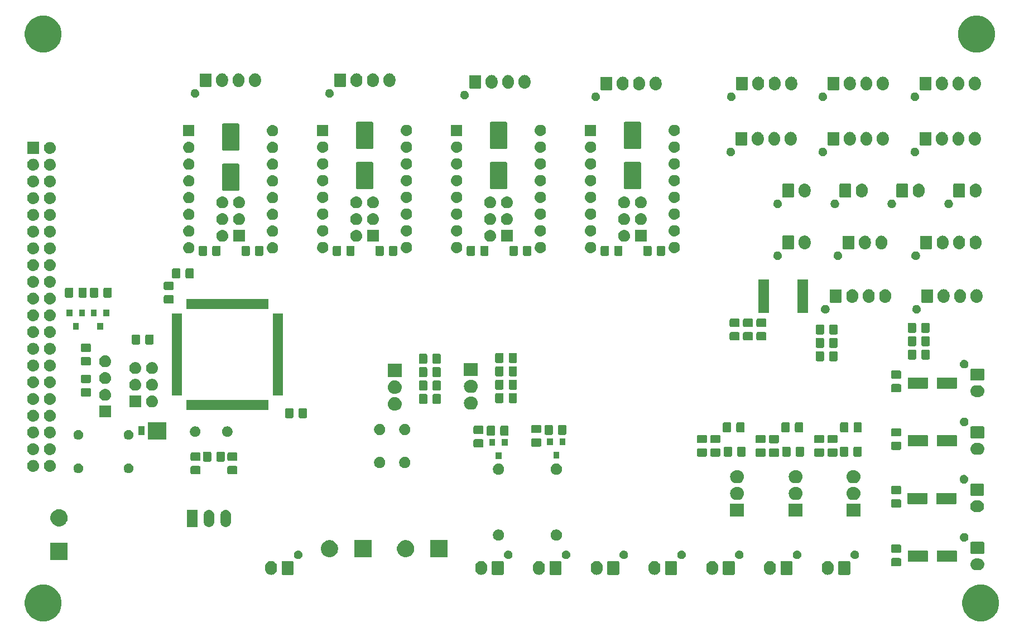
<source format=gbr>
G04 #@! TF.GenerationSoftware,KiCad,Pcbnew,(5.0.2)-1*
G04 #@! TF.CreationDate,2019-03-10T22:20:02+01:00*
G04 #@! TF.ProjectId,fdmbox_pcb_tiny,66646d62-6f78-45f7-9063-625f74696e79,rev?*
G04 #@! TF.SameCoordinates,Original*
G04 #@! TF.FileFunction,Soldermask,Top*
G04 #@! TF.FilePolarity,Negative*
%FSLAX46Y46*%
G04 Gerber Fmt 4.6, Leading zero omitted, Abs format (unit mm)*
G04 Created by KiCad (PCBNEW (5.0.2)-1) date 10.03.2019 22:20:02*
%MOMM*%
%LPD*%
G01*
G04 APERTURE LIST*
%ADD10C,0.100000*%
G04 APERTURE END LIST*
D10*
G36*
X224337021Y-139546640D02*
X224846770Y-139757785D01*
X224846771Y-139757786D01*
X225305534Y-140064321D01*
X225695679Y-140454466D01*
X225900036Y-140760308D01*
X226002215Y-140913230D01*
X226213360Y-141422979D01*
X226321000Y-141964124D01*
X226321000Y-142515876D01*
X226213360Y-143057021D01*
X226002215Y-143566770D01*
X226002214Y-143566771D01*
X225695679Y-144025534D01*
X225305534Y-144415679D01*
X224999692Y-144620036D01*
X224846770Y-144722215D01*
X224337021Y-144933360D01*
X223795876Y-145041000D01*
X223244124Y-145041000D01*
X222702979Y-144933360D01*
X222193230Y-144722215D01*
X222040308Y-144620036D01*
X221734466Y-144415679D01*
X221344321Y-144025534D01*
X221037786Y-143566771D01*
X221037785Y-143566770D01*
X220826640Y-143057021D01*
X220719000Y-142515876D01*
X220719000Y-141964124D01*
X220826640Y-141422979D01*
X221037785Y-140913230D01*
X221139964Y-140760308D01*
X221344321Y-140454466D01*
X221734466Y-140064321D01*
X222193229Y-139757786D01*
X222193230Y-139757785D01*
X222702979Y-139546640D01*
X223244124Y-139439000D01*
X223795876Y-139439000D01*
X224337021Y-139546640D01*
X224337021Y-139546640D01*
G37*
G36*
X82097021Y-139546640D02*
X82606770Y-139757785D01*
X82606771Y-139757786D01*
X83065534Y-140064321D01*
X83455679Y-140454466D01*
X83660036Y-140760308D01*
X83762215Y-140913230D01*
X83973360Y-141422979D01*
X84081000Y-141964124D01*
X84081000Y-142515876D01*
X83973360Y-143057021D01*
X83762215Y-143566770D01*
X83762214Y-143566771D01*
X83455679Y-144025534D01*
X83065534Y-144415679D01*
X82759692Y-144620036D01*
X82606770Y-144722215D01*
X82097021Y-144933360D01*
X81555876Y-145041000D01*
X81004124Y-145041000D01*
X80462979Y-144933360D01*
X79953230Y-144722215D01*
X79800308Y-144620036D01*
X79494466Y-144415679D01*
X79104321Y-144025534D01*
X78797786Y-143566771D01*
X78797785Y-143566770D01*
X78586640Y-143057021D01*
X78479000Y-142515876D01*
X78479000Y-141964124D01*
X78586640Y-141422979D01*
X78797785Y-140913230D01*
X78899964Y-140760308D01*
X79104321Y-140454466D01*
X79494466Y-140064321D01*
X79953229Y-139757786D01*
X79953230Y-139757785D01*
X80462979Y-139546640D01*
X81004124Y-139439000D01*
X81555876Y-139439000D01*
X82097021Y-139546640D01*
X82097021Y-139546640D01*
G37*
G36*
X174206627Y-135868037D02*
X174315651Y-135901109D01*
X174376467Y-135919557D01*
X174487675Y-135979000D01*
X174532991Y-136003222D01*
X174568729Y-136032552D01*
X174670186Y-136115814D01*
X174753448Y-136217271D01*
X174782778Y-136253009D01*
X174866443Y-136409534D01*
X174917963Y-136579374D01*
X174917963Y-136579376D01*
X174930284Y-136704467D01*
X174931000Y-136711743D01*
X174931000Y-137100258D01*
X174917963Y-137232627D01*
X174883616Y-137345853D01*
X174866443Y-137402467D01*
X174792348Y-137541087D01*
X174782778Y-137558991D01*
X174753448Y-137594729D01*
X174670186Y-137696186D01*
X174532989Y-137808779D01*
X174376466Y-137892443D01*
X174335733Y-137904799D01*
X174206626Y-137943963D01*
X174030000Y-137961359D01*
X173853373Y-137943963D01*
X173724266Y-137904799D01*
X173683533Y-137892443D01*
X173527011Y-137808779D01*
X173527009Y-137808778D01*
X173484749Y-137774096D01*
X173389814Y-137696186D01*
X173277221Y-137558989D01*
X173193557Y-137402466D01*
X173176384Y-137345852D01*
X173142037Y-137232626D01*
X173129000Y-137100257D01*
X173129000Y-136711742D01*
X173129717Y-136704467D01*
X173142037Y-136579375D01*
X173142037Y-136579373D01*
X173193557Y-136409534D01*
X173193557Y-136409533D01*
X173277222Y-136253008D01*
X173389812Y-136115817D01*
X173484750Y-136037904D01*
X173527010Y-136003222D01*
X173572326Y-135979000D01*
X173683534Y-135919557D01*
X173744350Y-135901109D01*
X173853374Y-135868037D01*
X174030000Y-135850641D01*
X174206627Y-135868037D01*
X174206627Y-135868037D01*
G37*
G36*
X156680627Y-135868037D02*
X156789651Y-135901109D01*
X156850467Y-135919557D01*
X156961675Y-135979000D01*
X157006991Y-136003222D01*
X157042729Y-136032552D01*
X157144186Y-136115814D01*
X157227448Y-136217271D01*
X157256778Y-136253009D01*
X157340443Y-136409534D01*
X157391963Y-136579374D01*
X157391963Y-136579376D01*
X157404284Y-136704467D01*
X157405000Y-136711743D01*
X157405000Y-137100258D01*
X157391963Y-137232627D01*
X157357616Y-137345853D01*
X157340443Y-137402467D01*
X157266348Y-137541087D01*
X157256778Y-137558991D01*
X157227448Y-137594729D01*
X157144186Y-137696186D01*
X157006989Y-137808779D01*
X156850466Y-137892443D01*
X156809733Y-137904799D01*
X156680626Y-137943963D01*
X156504000Y-137961359D01*
X156327373Y-137943963D01*
X156198266Y-137904799D01*
X156157533Y-137892443D01*
X156001011Y-137808779D01*
X156001009Y-137808778D01*
X155958749Y-137774096D01*
X155863814Y-137696186D01*
X155751221Y-137558989D01*
X155667557Y-137402466D01*
X155650384Y-137345852D01*
X155616037Y-137232626D01*
X155603000Y-137100257D01*
X155603000Y-136711742D01*
X155603717Y-136704467D01*
X155616037Y-136579375D01*
X155616037Y-136579373D01*
X155667557Y-136409534D01*
X155667557Y-136409533D01*
X155751222Y-136253008D01*
X155863812Y-136115817D01*
X155958750Y-136037904D01*
X156001010Y-136003222D01*
X156046326Y-135979000D01*
X156157534Y-135919557D01*
X156218350Y-135901109D01*
X156327374Y-135868037D01*
X156504000Y-135850641D01*
X156680627Y-135868037D01*
X156680627Y-135868037D01*
G37*
G36*
X200495627Y-135868037D02*
X200604651Y-135901109D01*
X200665467Y-135919557D01*
X200776675Y-135979000D01*
X200821991Y-136003222D01*
X200857729Y-136032552D01*
X200959186Y-136115814D01*
X201042448Y-136217271D01*
X201071778Y-136253009D01*
X201155443Y-136409534D01*
X201206963Y-136579374D01*
X201206963Y-136579376D01*
X201219284Y-136704467D01*
X201220000Y-136711743D01*
X201220000Y-137100258D01*
X201206963Y-137232627D01*
X201172616Y-137345853D01*
X201155443Y-137402467D01*
X201081348Y-137541087D01*
X201071778Y-137558991D01*
X201042448Y-137594729D01*
X200959186Y-137696186D01*
X200821989Y-137808779D01*
X200665466Y-137892443D01*
X200624733Y-137904799D01*
X200495626Y-137943963D01*
X200319000Y-137961359D01*
X200142373Y-137943963D01*
X200013266Y-137904799D01*
X199972533Y-137892443D01*
X199816011Y-137808779D01*
X199816009Y-137808778D01*
X199773749Y-137774096D01*
X199678814Y-137696186D01*
X199566221Y-137558989D01*
X199482557Y-137402466D01*
X199465384Y-137345852D01*
X199431037Y-137232626D01*
X199418000Y-137100257D01*
X199418000Y-136711742D01*
X199418717Y-136704467D01*
X199431037Y-136579375D01*
X199431037Y-136579373D01*
X199482557Y-136409534D01*
X199482557Y-136409533D01*
X199566222Y-136253008D01*
X199678812Y-136115817D01*
X199773750Y-136037904D01*
X199816010Y-136003222D01*
X199861326Y-135979000D01*
X199972534Y-135919557D01*
X200033350Y-135901109D01*
X200142374Y-135868037D01*
X200319000Y-135850641D01*
X200495627Y-135868037D01*
X200495627Y-135868037D01*
G37*
G36*
X191732627Y-135868037D02*
X191841651Y-135901109D01*
X191902467Y-135919557D01*
X192013675Y-135979000D01*
X192058991Y-136003222D01*
X192094729Y-136032552D01*
X192196186Y-136115814D01*
X192279448Y-136217271D01*
X192308778Y-136253009D01*
X192392443Y-136409534D01*
X192443963Y-136579374D01*
X192443963Y-136579376D01*
X192456284Y-136704467D01*
X192457000Y-136711743D01*
X192457000Y-137100258D01*
X192443963Y-137232627D01*
X192409616Y-137345853D01*
X192392443Y-137402467D01*
X192318348Y-137541087D01*
X192308778Y-137558991D01*
X192279448Y-137594729D01*
X192196186Y-137696186D01*
X192058989Y-137808779D01*
X191902466Y-137892443D01*
X191861733Y-137904799D01*
X191732626Y-137943963D01*
X191556000Y-137961359D01*
X191379373Y-137943963D01*
X191250266Y-137904799D01*
X191209533Y-137892443D01*
X191053011Y-137808779D01*
X191053009Y-137808778D01*
X191010749Y-137774096D01*
X190915814Y-137696186D01*
X190803221Y-137558989D01*
X190719557Y-137402466D01*
X190702384Y-137345852D01*
X190668037Y-137232626D01*
X190655000Y-137100257D01*
X190655000Y-136711742D01*
X190655717Y-136704467D01*
X190668037Y-136579375D01*
X190668037Y-136579373D01*
X190719557Y-136409534D01*
X190719557Y-136409533D01*
X190803222Y-136253008D01*
X190915812Y-136115817D01*
X191010750Y-136037904D01*
X191053010Y-136003222D01*
X191098326Y-135979000D01*
X191209534Y-135919557D01*
X191270350Y-135901109D01*
X191379374Y-135868037D01*
X191556000Y-135850641D01*
X191732627Y-135868037D01*
X191732627Y-135868037D01*
G37*
G36*
X182969627Y-135868037D02*
X183078651Y-135901109D01*
X183139467Y-135919557D01*
X183250675Y-135979000D01*
X183295991Y-136003222D01*
X183331729Y-136032552D01*
X183433186Y-136115814D01*
X183516448Y-136217271D01*
X183545778Y-136253009D01*
X183629443Y-136409534D01*
X183680963Y-136579374D01*
X183680963Y-136579376D01*
X183693284Y-136704467D01*
X183694000Y-136711743D01*
X183694000Y-137100258D01*
X183680963Y-137232627D01*
X183646616Y-137345853D01*
X183629443Y-137402467D01*
X183555348Y-137541087D01*
X183545778Y-137558991D01*
X183516448Y-137594729D01*
X183433186Y-137696186D01*
X183295989Y-137808779D01*
X183139466Y-137892443D01*
X183098733Y-137904799D01*
X182969626Y-137943963D01*
X182793000Y-137961359D01*
X182616373Y-137943963D01*
X182487266Y-137904799D01*
X182446533Y-137892443D01*
X182290011Y-137808779D01*
X182290009Y-137808778D01*
X182247749Y-137774096D01*
X182152814Y-137696186D01*
X182040221Y-137558989D01*
X181956557Y-137402466D01*
X181939384Y-137345852D01*
X181905037Y-137232626D01*
X181892000Y-137100257D01*
X181892000Y-136711742D01*
X181892717Y-136704467D01*
X181905037Y-136579375D01*
X181905037Y-136579373D01*
X181956557Y-136409534D01*
X181956557Y-136409533D01*
X182040222Y-136253008D01*
X182152812Y-136115817D01*
X182247750Y-136037904D01*
X182290010Y-136003222D01*
X182335326Y-135979000D01*
X182446534Y-135919557D01*
X182507350Y-135901109D01*
X182616374Y-135868037D01*
X182793000Y-135850641D01*
X182969627Y-135868037D01*
X182969627Y-135868037D01*
G37*
G36*
X147917627Y-135868037D02*
X148026651Y-135901109D01*
X148087467Y-135919557D01*
X148198675Y-135979000D01*
X148243991Y-136003222D01*
X148279729Y-136032552D01*
X148381186Y-136115814D01*
X148464448Y-136217271D01*
X148493778Y-136253009D01*
X148577443Y-136409534D01*
X148628963Y-136579374D01*
X148628963Y-136579376D01*
X148641284Y-136704467D01*
X148642000Y-136711743D01*
X148642000Y-137100258D01*
X148628963Y-137232627D01*
X148594616Y-137345853D01*
X148577443Y-137402467D01*
X148503348Y-137541087D01*
X148493778Y-137558991D01*
X148464448Y-137594729D01*
X148381186Y-137696186D01*
X148243989Y-137808779D01*
X148087466Y-137892443D01*
X148046733Y-137904799D01*
X147917626Y-137943963D01*
X147741000Y-137961359D01*
X147564373Y-137943963D01*
X147435266Y-137904799D01*
X147394533Y-137892443D01*
X147238011Y-137808779D01*
X147238009Y-137808778D01*
X147195749Y-137774096D01*
X147100814Y-137696186D01*
X146988221Y-137558989D01*
X146904557Y-137402466D01*
X146887384Y-137345852D01*
X146853037Y-137232626D01*
X146840000Y-137100257D01*
X146840000Y-136711742D01*
X146840717Y-136704467D01*
X146853037Y-136579375D01*
X146853037Y-136579373D01*
X146904557Y-136409534D01*
X146904557Y-136409533D01*
X146988222Y-136253008D01*
X147100812Y-136115817D01*
X147195750Y-136037904D01*
X147238010Y-136003222D01*
X147283326Y-135979000D01*
X147394534Y-135919557D01*
X147455350Y-135901109D01*
X147564374Y-135868037D01*
X147741000Y-135850641D01*
X147917627Y-135868037D01*
X147917627Y-135868037D01*
G37*
G36*
X165443627Y-135868037D02*
X165552651Y-135901109D01*
X165613467Y-135919557D01*
X165724675Y-135979000D01*
X165769991Y-136003222D01*
X165805729Y-136032552D01*
X165907186Y-136115814D01*
X165990448Y-136217271D01*
X166019778Y-136253009D01*
X166103443Y-136409534D01*
X166154963Y-136579374D01*
X166154963Y-136579376D01*
X166167284Y-136704467D01*
X166168000Y-136711743D01*
X166168000Y-137100258D01*
X166154963Y-137232627D01*
X166120616Y-137345853D01*
X166103443Y-137402467D01*
X166029348Y-137541087D01*
X166019778Y-137558991D01*
X165990448Y-137594729D01*
X165907186Y-137696186D01*
X165769989Y-137808779D01*
X165613466Y-137892443D01*
X165572733Y-137904799D01*
X165443626Y-137943963D01*
X165267000Y-137961359D01*
X165090373Y-137943963D01*
X164961266Y-137904799D01*
X164920533Y-137892443D01*
X164764011Y-137808779D01*
X164764009Y-137808778D01*
X164721749Y-137774096D01*
X164626814Y-137696186D01*
X164514221Y-137558989D01*
X164430557Y-137402466D01*
X164413384Y-137345852D01*
X164379037Y-137232626D01*
X164366000Y-137100257D01*
X164366000Y-136711742D01*
X164366717Y-136704467D01*
X164379037Y-136579375D01*
X164379037Y-136579373D01*
X164430557Y-136409534D01*
X164430557Y-136409533D01*
X164514222Y-136253008D01*
X164626812Y-136115817D01*
X164721750Y-136037904D01*
X164764010Y-136003222D01*
X164809326Y-135979000D01*
X164920534Y-135919557D01*
X164981350Y-135901109D01*
X165090374Y-135868037D01*
X165267000Y-135850641D01*
X165443627Y-135868037D01*
X165443627Y-135868037D01*
G37*
G36*
X116040627Y-135868037D02*
X116149651Y-135901109D01*
X116210467Y-135919557D01*
X116321675Y-135979000D01*
X116366991Y-136003222D01*
X116402729Y-136032552D01*
X116504186Y-136115814D01*
X116587448Y-136217271D01*
X116616778Y-136253009D01*
X116700443Y-136409534D01*
X116751963Y-136579374D01*
X116751963Y-136579376D01*
X116764284Y-136704467D01*
X116765000Y-136711743D01*
X116765000Y-137100258D01*
X116751963Y-137232627D01*
X116717616Y-137345853D01*
X116700443Y-137402467D01*
X116626348Y-137541087D01*
X116616778Y-137558991D01*
X116587448Y-137594729D01*
X116504186Y-137696186D01*
X116366989Y-137808779D01*
X116210466Y-137892443D01*
X116169733Y-137904799D01*
X116040626Y-137943963D01*
X115864000Y-137961359D01*
X115687373Y-137943963D01*
X115558266Y-137904799D01*
X115517533Y-137892443D01*
X115361011Y-137808779D01*
X115361009Y-137808778D01*
X115318749Y-137774096D01*
X115223814Y-137696186D01*
X115111221Y-137558989D01*
X115027557Y-137402466D01*
X115010384Y-137345852D01*
X114976037Y-137232626D01*
X114963000Y-137100257D01*
X114963000Y-136711742D01*
X114963717Y-136704467D01*
X114976037Y-136579375D01*
X114976037Y-136579373D01*
X115027557Y-136409534D01*
X115027557Y-136409533D01*
X115111222Y-136253008D01*
X115223812Y-136115817D01*
X115318750Y-136037904D01*
X115361010Y-136003222D01*
X115406326Y-135979000D01*
X115517534Y-135919557D01*
X115578350Y-135901109D01*
X115687374Y-135868037D01*
X115864000Y-135850641D01*
X116040627Y-135868037D01*
X116040627Y-135868037D01*
G37*
G36*
X194814600Y-135858989D02*
X194847649Y-135869014D01*
X194878106Y-135885294D01*
X194904799Y-135907201D01*
X194926706Y-135933894D01*
X194942986Y-135964351D01*
X194953011Y-135997400D01*
X194957000Y-136037904D01*
X194957000Y-137774096D01*
X194953011Y-137814600D01*
X194942986Y-137847649D01*
X194926706Y-137878106D01*
X194904799Y-137904799D01*
X194878106Y-137926706D01*
X194847649Y-137942986D01*
X194814600Y-137953011D01*
X194774096Y-137957000D01*
X193337904Y-137957000D01*
X193297400Y-137953011D01*
X193264351Y-137942986D01*
X193233894Y-137926706D01*
X193207201Y-137904799D01*
X193185294Y-137878106D01*
X193169014Y-137847649D01*
X193158989Y-137814600D01*
X193155000Y-137774096D01*
X193155000Y-136037904D01*
X193158989Y-135997400D01*
X193169014Y-135964351D01*
X193185294Y-135933894D01*
X193207201Y-135907201D01*
X193233894Y-135885294D01*
X193264351Y-135869014D01*
X193297400Y-135858989D01*
X193337904Y-135855000D01*
X194774096Y-135855000D01*
X194814600Y-135858989D01*
X194814600Y-135858989D01*
G37*
G36*
X186051600Y-135858989D02*
X186084649Y-135869014D01*
X186115106Y-135885294D01*
X186141799Y-135907201D01*
X186163706Y-135933894D01*
X186179986Y-135964351D01*
X186190011Y-135997400D01*
X186194000Y-136037904D01*
X186194000Y-137774096D01*
X186190011Y-137814600D01*
X186179986Y-137847649D01*
X186163706Y-137878106D01*
X186141799Y-137904799D01*
X186115106Y-137926706D01*
X186084649Y-137942986D01*
X186051600Y-137953011D01*
X186011096Y-137957000D01*
X184574904Y-137957000D01*
X184534400Y-137953011D01*
X184501351Y-137942986D01*
X184470894Y-137926706D01*
X184444201Y-137904799D01*
X184422294Y-137878106D01*
X184406014Y-137847649D01*
X184395989Y-137814600D01*
X184392000Y-137774096D01*
X184392000Y-136037904D01*
X184395989Y-135997400D01*
X184406014Y-135964351D01*
X184422294Y-135933894D01*
X184444201Y-135907201D01*
X184470894Y-135885294D01*
X184501351Y-135869014D01*
X184534400Y-135858989D01*
X184574904Y-135855000D01*
X186011096Y-135855000D01*
X186051600Y-135858989D01*
X186051600Y-135858989D01*
G37*
G36*
X203577600Y-135858989D02*
X203610649Y-135869014D01*
X203641106Y-135885294D01*
X203667799Y-135907201D01*
X203689706Y-135933894D01*
X203705986Y-135964351D01*
X203716011Y-135997400D01*
X203720000Y-136037904D01*
X203720000Y-137774096D01*
X203716011Y-137814600D01*
X203705986Y-137847649D01*
X203689706Y-137878106D01*
X203667799Y-137904799D01*
X203641106Y-137926706D01*
X203610649Y-137942986D01*
X203577600Y-137953011D01*
X203537096Y-137957000D01*
X202100904Y-137957000D01*
X202060400Y-137953011D01*
X202027351Y-137942986D01*
X201996894Y-137926706D01*
X201970201Y-137904799D01*
X201948294Y-137878106D01*
X201932014Y-137847649D01*
X201921989Y-137814600D01*
X201918000Y-137774096D01*
X201918000Y-136037904D01*
X201921989Y-135997400D01*
X201932014Y-135964351D01*
X201948294Y-135933894D01*
X201970201Y-135907201D01*
X201996894Y-135885294D01*
X202027351Y-135869014D01*
X202060400Y-135858989D01*
X202100904Y-135855000D01*
X203537096Y-135855000D01*
X203577600Y-135858989D01*
X203577600Y-135858989D01*
G37*
G36*
X119122600Y-135858989D02*
X119155649Y-135869014D01*
X119186106Y-135885294D01*
X119212799Y-135907201D01*
X119234706Y-135933894D01*
X119250986Y-135964351D01*
X119261011Y-135997400D01*
X119265000Y-136037904D01*
X119265000Y-137774096D01*
X119261011Y-137814600D01*
X119250986Y-137847649D01*
X119234706Y-137878106D01*
X119212799Y-137904799D01*
X119186106Y-137926706D01*
X119155649Y-137942986D01*
X119122600Y-137953011D01*
X119082096Y-137957000D01*
X117645904Y-137957000D01*
X117605400Y-137953011D01*
X117572351Y-137942986D01*
X117541894Y-137926706D01*
X117515201Y-137904799D01*
X117493294Y-137878106D01*
X117477014Y-137847649D01*
X117466989Y-137814600D01*
X117463000Y-137774096D01*
X117463000Y-136037904D01*
X117466989Y-135997400D01*
X117477014Y-135964351D01*
X117493294Y-135933894D01*
X117515201Y-135907201D01*
X117541894Y-135885294D01*
X117572351Y-135869014D01*
X117605400Y-135858989D01*
X117645904Y-135855000D01*
X119082096Y-135855000D01*
X119122600Y-135858989D01*
X119122600Y-135858989D01*
G37*
G36*
X159762600Y-135858989D02*
X159795649Y-135869014D01*
X159826106Y-135885294D01*
X159852799Y-135907201D01*
X159874706Y-135933894D01*
X159890986Y-135964351D01*
X159901011Y-135997400D01*
X159905000Y-136037904D01*
X159905000Y-137774096D01*
X159901011Y-137814600D01*
X159890986Y-137847649D01*
X159874706Y-137878106D01*
X159852799Y-137904799D01*
X159826106Y-137926706D01*
X159795649Y-137942986D01*
X159762600Y-137953011D01*
X159722096Y-137957000D01*
X158285904Y-137957000D01*
X158245400Y-137953011D01*
X158212351Y-137942986D01*
X158181894Y-137926706D01*
X158155201Y-137904799D01*
X158133294Y-137878106D01*
X158117014Y-137847649D01*
X158106989Y-137814600D01*
X158103000Y-137774096D01*
X158103000Y-136037904D01*
X158106989Y-135997400D01*
X158117014Y-135964351D01*
X158133294Y-135933894D01*
X158155201Y-135907201D01*
X158181894Y-135885294D01*
X158212351Y-135869014D01*
X158245400Y-135858989D01*
X158285904Y-135855000D01*
X159722096Y-135855000D01*
X159762600Y-135858989D01*
X159762600Y-135858989D01*
G37*
G36*
X150999600Y-135858989D02*
X151032649Y-135869014D01*
X151063106Y-135885294D01*
X151089799Y-135907201D01*
X151111706Y-135933894D01*
X151127986Y-135964351D01*
X151138011Y-135997400D01*
X151142000Y-136037904D01*
X151142000Y-137774096D01*
X151138011Y-137814600D01*
X151127986Y-137847649D01*
X151111706Y-137878106D01*
X151089799Y-137904799D01*
X151063106Y-137926706D01*
X151032649Y-137942986D01*
X150999600Y-137953011D01*
X150959096Y-137957000D01*
X149522904Y-137957000D01*
X149482400Y-137953011D01*
X149449351Y-137942986D01*
X149418894Y-137926706D01*
X149392201Y-137904799D01*
X149370294Y-137878106D01*
X149354014Y-137847649D01*
X149343989Y-137814600D01*
X149340000Y-137774096D01*
X149340000Y-136037904D01*
X149343989Y-135997400D01*
X149354014Y-135964351D01*
X149370294Y-135933894D01*
X149392201Y-135907201D01*
X149418894Y-135885294D01*
X149449351Y-135869014D01*
X149482400Y-135858989D01*
X149522904Y-135855000D01*
X150959096Y-135855000D01*
X150999600Y-135858989D01*
X150999600Y-135858989D01*
G37*
G36*
X177288600Y-135858989D02*
X177321649Y-135869014D01*
X177352106Y-135885294D01*
X177378799Y-135907201D01*
X177400706Y-135933894D01*
X177416986Y-135964351D01*
X177427011Y-135997400D01*
X177431000Y-136037904D01*
X177431000Y-137774096D01*
X177427011Y-137814600D01*
X177416986Y-137847649D01*
X177400706Y-137878106D01*
X177378799Y-137904799D01*
X177352106Y-137926706D01*
X177321649Y-137942986D01*
X177288600Y-137953011D01*
X177248096Y-137957000D01*
X175811904Y-137957000D01*
X175771400Y-137953011D01*
X175738351Y-137942986D01*
X175707894Y-137926706D01*
X175681201Y-137904799D01*
X175659294Y-137878106D01*
X175643014Y-137847649D01*
X175632989Y-137814600D01*
X175629000Y-137774096D01*
X175629000Y-136037904D01*
X175632989Y-135997400D01*
X175643014Y-135964351D01*
X175659294Y-135933894D01*
X175681201Y-135907201D01*
X175707894Y-135885294D01*
X175738351Y-135869014D01*
X175771400Y-135858989D01*
X175811904Y-135855000D01*
X177248096Y-135855000D01*
X177288600Y-135858989D01*
X177288600Y-135858989D01*
G37*
G36*
X168525600Y-135858989D02*
X168558649Y-135869014D01*
X168589106Y-135885294D01*
X168615799Y-135907201D01*
X168637706Y-135933894D01*
X168653986Y-135964351D01*
X168664011Y-135997400D01*
X168668000Y-136037904D01*
X168668000Y-137774096D01*
X168664011Y-137814600D01*
X168653986Y-137847649D01*
X168637706Y-137878106D01*
X168615799Y-137904799D01*
X168589106Y-137926706D01*
X168558649Y-137942986D01*
X168525600Y-137953011D01*
X168485096Y-137957000D01*
X167048904Y-137957000D01*
X167008400Y-137953011D01*
X166975351Y-137942986D01*
X166944894Y-137926706D01*
X166918201Y-137904799D01*
X166896294Y-137878106D01*
X166880014Y-137847649D01*
X166869989Y-137814600D01*
X166866000Y-137774096D01*
X166866000Y-136037904D01*
X166869989Y-135997400D01*
X166880014Y-135964351D01*
X166896294Y-135933894D01*
X166918201Y-135907201D01*
X166944894Y-135885294D01*
X166975351Y-135869014D01*
X167008400Y-135858989D01*
X167048904Y-135855000D01*
X168485096Y-135855000D01*
X168525600Y-135858989D01*
X168525600Y-135858989D01*
G37*
G36*
X223272443Y-135463519D02*
X223338627Y-135470037D01*
X223433766Y-135498897D01*
X223508467Y-135521557D01*
X223574775Y-135557000D01*
X223664991Y-135605222D01*
X223678929Y-135616661D01*
X223802186Y-135717814D01*
X223863775Y-135792862D01*
X223914778Y-135855009D01*
X223914779Y-135855011D01*
X223998443Y-136011533D01*
X223998443Y-136011534D01*
X224049963Y-136181373D01*
X224067359Y-136358000D01*
X224049963Y-136534627D01*
X224035810Y-136581282D01*
X223998443Y-136704467D01*
X223924348Y-136843087D01*
X223914778Y-136860991D01*
X223885448Y-136896729D01*
X223802186Y-136998186D01*
X223700729Y-137081448D01*
X223664991Y-137110778D01*
X223664989Y-137110779D01*
X223508467Y-137194443D01*
X223451853Y-137211616D01*
X223338627Y-137245963D01*
X223272442Y-137252482D01*
X223206260Y-137259000D01*
X222817740Y-137259000D01*
X222751558Y-137252482D01*
X222685373Y-137245963D01*
X222572147Y-137211616D01*
X222515533Y-137194443D01*
X222359011Y-137110779D01*
X222359009Y-137110778D01*
X222323271Y-137081448D01*
X222221814Y-136998186D01*
X222138552Y-136896729D01*
X222109222Y-136860991D01*
X222099652Y-136843087D01*
X222025557Y-136704467D01*
X221988190Y-136581282D01*
X221974037Y-136534627D01*
X221956641Y-136358000D01*
X221974037Y-136181373D01*
X222025557Y-136011534D01*
X222025557Y-136011533D01*
X222109221Y-135855011D01*
X222109222Y-135855009D01*
X222160225Y-135792862D01*
X222221814Y-135717814D01*
X222345071Y-135616661D01*
X222359009Y-135605222D01*
X222449225Y-135557000D01*
X222515533Y-135521557D01*
X222590234Y-135498897D01*
X222685373Y-135470037D01*
X222751557Y-135463519D01*
X222817740Y-135457000D01*
X223206260Y-135457000D01*
X223272443Y-135463519D01*
X223272443Y-135463519D01*
G37*
G36*
X211281677Y-135413465D02*
X211319364Y-135424898D01*
X211354103Y-135443466D01*
X211384548Y-135468452D01*
X211409534Y-135498897D01*
X211428102Y-135533636D01*
X211439535Y-135571323D01*
X211444000Y-135616661D01*
X211444000Y-136453339D01*
X211439535Y-136498677D01*
X211428102Y-136536364D01*
X211409534Y-136571103D01*
X211384548Y-136601548D01*
X211354103Y-136626534D01*
X211319364Y-136645102D01*
X211281677Y-136656535D01*
X211236339Y-136661000D01*
X210149661Y-136661000D01*
X210104323Y-136656535D01*
X210066636Y-136645102D01*
X210031897Y-136626534D01*
X210001452Y-136601548D01*
X209976466Y-136571103D01*
X209957898Y-136536364D01*
X209946465Y-136498677D01*
X209942000Y-136453339D01*
X209942000Y-135616661D01*
X209946465Y-135571323D01*
X209957898Y-135533636D01*
X209976466Y-135498897D01*
X210001452Y-135468452D01*
X210031897Y-135443466D01*
X210066636Y-135424898D01*
X210104323Y-135413465D01*
X210149661Y-135409000D01*
X211236339Y-135409000D01*
X211281677Y-135413465D01*
X211281677Y-135413465D01*
G37*
G36*
X219800996Y-134281051D02*
X219834653Y-134291261D01*
X219865667Y-134307838D01*
X219892852Y-134330148D01*
X219915162Y-134357333D01*
X219931739Y-134388347D01*
X219941949Y-134422004D01*
X219946000Y-134463138D01*
X219946000Y-135792862D01*
X219941949Y-135833996D01*
X219931739Y-135867653D01*
X219915162Y-135898667D01*
X219892852Y-135925852D01*
X219865667Y-135948162D01*
X219834653Y-135964739D01*
X219800996Y-135974949D01*
X219759862Y-135979000D01*
X217030138Y-135979000D01*
X216989004Y-135974949D01*
X216955347Y-135964739D01*
X216924333Y-135948162D01*
X216897148Y-135925852D01*
X216874838Y-135898667D01*
X216858261Y-135867653D01*
X216848051Y-135833996D01*
X216844000Y-135792862D01*
X216844000Y-134463138D01*
X216848051Y-134422004D01*
X216858261Y-134388347D01*
X216874838Y-134357333D01*
X216897148Y-134330148D01*
X216924333Y-134307838D01*
X216955347Y-134291261D01*
X216989004Y-134281051D01*
X217030138Y-134277000D01*
X219759862Y-134277000D01*
X219800996Y-134281051D01*
X219800996Y-134281051D01*
G37*
G36*
X215400996Y-134281051D02*
X215434653Y-134291261D01*
X215465667Y-134307838D01*
X215492852Y-134330148D01*
X215515162Y-134357333D01*
X215531739Y-134388347D01*
X215541949Y-134422004D01*
X215546000Y-134463138D01*
X215546000Y-135792862D01*
X215541949Y-135833996D01*
X215531739Y-135867653D01*
X215515162Y-135898667D01*
X215492852Y-135925852D01*
X215465667Y-135948162D01*
X215434653Y-135964739D01*
X215400996Y-135974949D01*
X215359862Y-135979000D01*
X212630138Y-135979000D01*
X212589004Y-135974949D01*
X212555347Y-135964739D01*
X212524333Y-135948162D01*
X212497148Y-135925852D01*
X212474838Y-135898667D01*
X212458261Y-135867653D01*
X212448051Y-135833996D01*
X212444000Y-135792862D01*
X212444000Y-134463138D01*
X212448051Y-134422004D01*
X212458261Y-134388347D01*
X212474838Y-134357333D01*
X212497148Y-134330148D01*
X212524333Y-134307838D01*
X212555347Y-134291261D01*
X212589004Y-134281051D01*
X212630138Y-134277000D01*
X215359862Y-134277000D01*
X215400996Y-134281051D01*
X215400996Y-134281051D01*
G37*
G36*
X84994000Y-135667000D02*
X82392000Y-135667000D01*
X82392000Y-133065000D01*
X84994000Y-133065000D01*
X84994000Y-135667000D01*
X84994000Y-135667000D01*
G37*
G36*
X204608890Y-134280017D02*
X204727361Y-134329089D01*
X204727364Y-134329091D01*
X204821402Y-134391925D01*
X204833992Y-134400338D01*
X204924662Y-134491008D01*
X204924664Y-134491011D01*
X204924665Y-134491012D01*
X204959360Y-134542937D01*
X204995911Y-134597639D01*
X205044983Y-134716110D01*
X205070000Y-134841881D01*
X205070000Y-134970119D01*
X205044983Y-135095890D01*
X204995911Y-135214361D01*
X204924662Y-135320992D01*
X204833992Y-135411662D01*
X204833989Y-135411664D01*
X204833988Y-135411665D01*
X204769329Y-135454869D01*
X204727361Y-135482911D01*
X204608890Y-135531983D01*
X204483119Y-135557000D01*
X204354881Y-135557000D01*
X204229110Y-135531983D01*
X204110639Y-135482911D01*
X204068671Y-135454869D01*
X204004012Y-135411665D01*
X204004011Y-135411664D01*
X204004008Y-135411662D01*
X203913338Y-135320992D01*
X203842089Y-135214361D01*
X203793017Y-135095890D01*
X203768000Y-134970119D01*
X203768000Y-134841881D01*
X203793017Y-134716110D01*
X203842089Y-134597639D01*
X203878640Y-134542937D01*
X203913335Y-134491012D01*
X203913336Y-134491011D01*
X203913338Y-134491008D01*
X204004008Y-134400338D01*
X204016599Y-134391925D01*
X204110636Y-134329091D01*
X204110639Y-134329089D01*
X204229110Y-134280017D01*
X204354881Y-134255000D01*
X204483119Y-134255000D01*
X204608890Y-134280017D01*
X204608890Y-134280017D01*
G37*
G36*
X187082890Y-134280017D02*
X187201361Y-134329089D01*
X187201364Y-134329091D01*
X187295402Y-134391925D01*
X187307992Y-134400338D01*
X187398662Y-134491008D01*
X187398664Y-134491011D01*
X187398665Y-134491012D01*
X187433360Y-134542937D01*
X187469911Y-134597639D01*
X187518983Y-134716110D01*
X187544000Y-134841881D01*
X187544000Y-134970119D01*
X187518983Y-135095890D01*
X187469911Y-135214361D01*
X187398662Y-135320992D01*
X187307992Y-135411662D01*
X187307989Y-135411664D01*
X187307988Y-135411665D01*
X187243329Y-135454869D01*
X187201361Y-135482911D01*
X187082890Y-135531983D01*
X186957119Y-135557000D01*
X186828881Y-135557000D01*
X186703110Y-135531983D01*
X186584639Y-135482911D01*
X186542671Y-135454869D01*
X186478012Y-135411665D01*
X186478011Y-135411664D01*
X186478008Y-135411662D01*
X186387338Y-135320992D01*
X186316089Y-135214361D01*
X186267017Y-135095890D01*
X186242000Y-134970119D01*
X186242000Y-134841881D01*
X186267017Y-134716110D01*
X186316089Y-134597639D01*
X186352640Y-134542937D01*
X186387335Y-134491012D01*
X186387336Y-134491011D01*
X186387338Y-134491008D01*
X186478008Y-134400338D01*
X186490599Y-134391925D01*
X186584636Y-134329091D01*
X186584639Y-134329089D01*
X186703110Y-134280017D01*
X186828881Y-134255000D01*
X186957119Y-134255000D01*
X187082890Y-134280017D01*
X187082890Y-134280017D01*
G37*
G36*
X178319890Y-134280017D02*
X178438361Y-134329089D01*
X178438364Y-134329091D01*
X178532402Y-134391925D01*
X178544992Y-134400338D01*
X178635662Y-134491008D01*
X178635664Y-134491011D01*
X178635665Y-134491012D01*
X178670360Y-134542937D01*
X178706911Y-134597639D01*
X178755983Y-134716110D01*
X178781000Y-134841881D01*
X178781000Y-134970119D01*
X178755983Y-135095890D01*
X178706911Y-135214361D01*
X178635662Y-135320992D01*
X178544992Y-135411662D01*
X178544989Y-135411664D01*
X178544988Y-135411665D01*
X178480329Y-135454869D01*
X178438361Y-135482911D01*
X178319890Y-135531983D01*
X178194119Y-135557000D01*
X178065881Y-135557000D01*
X177940110Y-135531983D01*
X177821639Y-135482911D01*
X177779671Y-135454869D01*
X177715012Y-135411665D01*
X177715011Y-135411664D01*
X177715008Y-135411662D01*
X177624338Y-135320992D01*
X177553089Y-135214361D01*
X177504017Y-135095890D01*
X177479000Y-134970119D01*
X177479000Y-134841881D01*
X177504017Y-134716110D01*
X177553089Y-134597639D01*
X177589640Y-134542937D01*
X177624335Y-134491012D01*
X177624336Y-134491011D01*
X177624338Y-134491008D01*
X177715008Y-134400338D01*
X177727599Y-134391925D01*
X177821636Y-134329091D01*
X177821639Y-134329089D01*
X177940110Y-134280017D01*
X178065881Y-134255000D01*
X178194119Y-134255000D01*
X178319890Y-134280017D01*
X178319890Y-134280017D01*
G37*
G36*
X120153890Y-134280017D02*
X120272361Y-134329089D01*
X120272364Y-134329091D01*
X120366402Y-134391925D01*
X120378992Y-134400338D01*
X120469662Y-134491008D01*
X120469664Y-134491011D01*
X120469665Y-134491012D01*
X120504360Y-134542937D01*
X120540911Y-134597639D01*
X120589983Y-134716110D01*
X120615000Y-134841881D01*
X120615000Y-134970119D01*
X120589983Y-135095890D01*
X120540911Y-135214361D01*
X120469662Y-135320992D01*
X120378992Y-135411662D01*
X120378989Y-135411664D01*
X120378988Y-135411665D01*
X120314329Y-135454869D01*
X120272361Y-135482911D01*
X120153890Y-135531983D01*
X120028119Y-135557000D01*
X119899881Y-135557000D01*
X119774110Y-135531983D01*
X119655639Y-135482911D01*
X119613671Y-135454869D01*
X119549012Y-135411665D01*
X119549011Y-135411664D01*
X119549008Y-135411662D01*
X119458338Y-135320992D01*
X119387089Y-135214361D01*
X119338017Y-135095890D01*
X119313000Y-134970119D01*
X119313000Y-134841881D01*
X119338017Y-134716110D01*
X119387089Y-134597639D01*
X119423640Y-134542937D01*
X119458335Y-134491012D01*
X119458336Y-134491011D01*
X119458338Y-134491008D01*
X119549008Y-134400338D01*
X119561599Y-134391925D01*
X119655636Y-134329091D01*
X119655639Y-134329089D01*
X119774110Y-134280017D01*
X119899881Y-134255000D01*
X120028119Y-134255000D01*
X120153890Y-134280017D01*
X120153890Y-134280017D01*
G37*
G36*
X195845890Y-134280017D02*
X195964361Y-134329089D01*
X195964364Y-134329091D01*
X196058402Y-134391925D01*
X196070992Y-134400338D01*
X196161662Y-134491008D01*
X196161664Y-134491011D01*
X196161665Y-134491012D01*
X196196360Y-134542937D01*
X196232911Y-134597639D01*
X196281983Y-134716110D01*
X196307000Y-134841881D01*
X196307000Y-134970119D01*
X196281983Y-135095890D01*
X196232911Y-135214361D01*
X196161662Y-135320992D01*
X196070992Y-135411662D01*
X196070989Y-135411664D01*
X196070988Y-135411665D01*
X196006329Y-135454869D01*
X195964361Y-135482911D01*
X195845890Y-135531983D01*
X195720119Y-135557000D01*
X195591881Y-135557000D01*
X195466110Y-135531983D01*
X195347639Y-135482911D01*
X195305671Y-135454869D01*
X195241012Y-135411665D01*
X195241011Y-135411664D01*
X195241008Y-135411662D01*
X195150338Y-135320992D01*
X195079089Y-135214361D01*
X195030017Y-135095890D01*
X195005000Y-134970119D01*
X195005000Y-134841881D01*
X195030017Y-134716110D01*
X195079089Y-134597639D01*
X195115640Y-134542937D01*
X195150335Y-134491012D01*
X195150336Y-134491011D01*
X195150338Y-134491008D01*
X195241008Y-134400338D01*
X195253599Y-134391925D01*
X195347636Y-134329091D01*
X195347639Y-134329089D01*
X195466110Y-134280017D01*
X195591881Y-134255000D01*
X195720119Y-134255000D01*
X195845890Y-134280017D01*
X195845890Y-134280017D01*
G37*
G36*
X169556890Y-134280017D02*
X169675361Y-134329089D01*
X169675364Y-134329091D01*
X169769402Y-134391925D01*
X169781992Y-134400338D01*
X169872662Y-134491008D01*
X169872664Y-134491011D01*
X169872665Y-134491012D01*
X169907360Y-134542937D01*
X169943911Y-134597639D01*
X169992983Y-134716110D01*
X170018000Y-134841881D01*
X170018000Y-134970119D01*
X169992983Y-135095890D01*
X169943911Y-135214361D01*
X169872662Y-135320992D01*
X169781992Y-135411662D01*
X169781989Y-135411664D01*
X169781988Y-135411665D01*
X169717329Y-135454869D01*
X169675361Y-135482911D01*
X169556890Y-135531983D01*
X169431119Y-135557000D01*
X169302881Y-135557000D01*
X169177110Y-135531983D01*
X169058639Y-135482911D01*
X169016671Y-135454869D01*
X168952012Y-135411665D01*
X168952011Y-135411664D01*
X168952008Y-135411662D01*
X168861338Y-135320992D01*
X168790089Y-135214361D01*
X168741017Y-135095890D01*
X168716000Y-134970119D01*
X168716000Y-134841881D01*
X168741017Y-134716110D01*
X168790089Y-134597639D01*
X168826640Y-134542937D01*
X168861335Y-134491012D01*
X168861336Y-134491011D01*
X168861338Y-134491008D01*
X168952008Y-134400338D01*
X168964599Y-134391925D01*
X169058636Y-134329091D01*
X169058639Y-134329089D01*
X169177110Y-134280017D01*
X169302881Y-134255000D01*
X169431119Y-134255000D01*
X169556890Y-134280017D01*
X169556890Y-134280017D01*
G37*
G36*
X160793890Y-134280017D02*
X160912361Y-134329089D01*
X160912364Y-134329091D01*
X161006402Y-134391925D01*
X161018992Y-134400338D01*
X161109662Y-134491008D01*
X161109664Y-134491011D01*
X161109665Y-134491012D01*
X161144360Y-134542937D01*
X161180911Y-134597639D01*
X161229983Y-134716110D01*
X161255000Y-134841881D01*
X161255000Y-134970119D01*
X161229983Y-135095890D01*
X161180911Y-135214361D01*
X161109662Y-135320992D01*
X161018992Y-135411662D01*
X161018989Y-135411664D01*
X161018988Y-135411665D01*
X160954329Y-135454869D01*
X160912361Y-135482911D01*
X160793890Y-135531983D01*
X160668119Y-135557000D01*
X160539881Y-135557000D01*
X160414110Y-135531983D01*
X160295639Y-135482911D01*
X160253671Y-135454869D01*
X160189012Y-135411665D01*
X160189011Y-135411664D01*
X160189008Y-135411662D01*
X160098338Y-135320992D01*
X160027089Y-135214361D01*
X159978017Y-135095890D01*
X159953000Y-134970119D01*
X159953000Y-134841881D01*
X159978017Y-134716110D01*
X160027089Y-134597639D01*
X160063640Y-134542937D01*
X160098335Y-134491012D01*
X160098336Y-134491011D01*
X160098338Y-134491008D01*
X160189008Y-134400338D01*
X160201599Y-134391925D01*
X160295636Y-134329091D01*
X160295639Y-134329089D01*
X160414110Y-134280017D01*
X160539881Y-134255000D01*
X160668119Y-134255000D01*
X160793890Y-134280017D01*
X160793890Y-134280017D01*
G37*
G36*
X152030890Y-134280017D02*
X152149361Y-134329089D01*
X152149364Y-134329091D01*
X152243402Y-134391925D01*
X152255992Y-134400338D01*
X152346662Y-134491008D01*
X152346664Y-134491011D01*
X152346665Y-134491012D01*
X152381360Y-134542937D01*
X152417911Y-134597639D01*
X152466983Y-134716110D01*
X152492000Y-134841881D01*
X152492000Y-134970119D01*
X152466983Y-135095890D01*
X152417911Y-135214361D01*
X152346662Y-135320992D01*
X152255992Y-135411662D01*
X152255989Y-135411664D01*
X152255988Y-135411665D01*
X152191329Y-135454869D01*
X152149361Y-135482911D01*
X152030890Y-135531983D01*
X151905119Y-135557000D01*
X151776881Y-135557000D01*
X151651110Y-135531983D01*
X151532639Y-135482911D01*
X151490671Y-135454869D01*
X151426012Y-135411665D01*
X151426011Y-135411664D01*
X151426008Y-135411662D01*
X151335338Y-135320992D01*
X151264089Y-135214361D01*
X151215017Y-135095890D01*
X151190000Y-134970119D01*
X151190000Y-134841881D01*
X151215017Y-134716110D01*
X151264089Y-134597639D01*
X151300640Y-134542937D01*
X151335335Y-134491012D01*
X151335336Y-134491011D01*
X151335338Y-134491008D01*
X151426008Y-134400338D01*
X151438599Y-134391925D01*
X151532636Y-134329091D01*
X151532639Y-134329089D01*
X151651110Y-134280017D01*
X151776881Y-134255000D01*
X151905119Y-134255000D01*
X152030890Y-134280017D01*
X152030890Y-134280017D01*
G37*
G36*
X125093485Y-132733996D02*
X125093487Y-132733997D01*
X125093488Y-132733997D01*
X125165113Y-132763665D01*
X125330255Y-132832069D01*
X125543342Y-132974449D01*
X125724551Y-133155658D01*
X125724553Y-133155661D01*
X125866931Y-133368745D01*
X125912999Y-133479962D01*
X125965004Y-133605515D01*
X126015000Y-133856861D01*
X126015000Y-134113139D01*
X125966427Y-134357333D01*
X125965003Y-134364488D01*
X125912597Y-134491008D01*
X125866931Y-134601255D01*
X125724551Y-134814342D01*
X125543342Y-134995551D01*
X125543339Y-134995553D01*
X125330255Y-135137931D01*
X125093488Y-135236003D01*
X125093487Y-135236003D01*
X125093485Y-135236004D01*
X124842139Y-135286000D01*
X124585861Y-135286000D01*
X124334515Y-135236004D01*
X124334513Y-135236003D01*
X124334512Y-135236003D01*
X124097745Y-135137931D01*
X123884661Y-134995553D01*
X123884658Y-134995551D01*
X123703449Y-134814342D01*
X123561069Y-134601255D01*
X123515403Y-134491008D01*
X123462997Y-134364488D01*
X123461574Y-134357333D01*
X123413000Y-134113139D01*
X123413000Y-133856861D01*
X123462996Y-133605515D01*
X123515002Y-133479962D01*
X123561069Y-133368745D01*
X123703447Y-133155661D01*
X123703449Y-133155658D01*
X123884658Y-132974449D01*
X124097745Y-132832069D01*
X124262887Y-132763665D01*
X124334512Y-132733997D01*
X124334513Y-132733997D01*
X124334515Y-132733996D01*
X124585861Y-132684000D01*
X124842139Y-132684000D01*
X125093485Y-132733996D01*
X125093485Y-132733996D01*
G37*
G36*
X136650485Y-132733996D02*
X136650487Y-132733997D01*
X136650488Y-132733997D01*
X136722113Y-132763665D01*
X136887255Y-132832069D01*
X137100342Y-132974449D01*
X137281551Y-133155658D01*
X137281553Y-133155661D01*
X137423931Y-133368745D01*
X137469999Y-133479962D01*
X137522004Y-133605515D01*
X137572000Y-133856861D01*
X137572000Y-134113139D01*
X137523427Y-134357333D01*
X137522003Y-134364488D01*
X137469597Y-134491008D01*
X137423931Y-134601255D01*
X137281551Y-134814342D01*
X137100342Y-134995551D01*
X137100339Y-134995553D01*
X136887255Y-135137931D01*
X136650488Y-135236003D01*
X136650487Y-135236003D01*
X136650485Y-135236004D01*
X136399139Y-135286000D01*
X136142861Y-135286000D01*
X135891515Y-135236004D01*
X135891513Y-135236003D01*
X135891512Y-135236003D01*
X135654745Y-135137931D01*
X135441661Y-134995553D01*
X135441658Y-134995551D01*
X135260449Y-134814342D01*
X135118069Y-134601255D01*
X135072403Y-134491008D01*
X135019997Y-134364488D01*
X135018574Y-134357333D01*
X134970000Y-134113139D01*
X134970000Y-133856861D01*
X135019996Y-133605515D01*
X135072002Y-133479962D01*
X135118069Y-133368745D01*
X135260447Y-133155661D01*
X135260449Y-133155658D01*
X135441658Y-132974449D01*
X135654745Y-132832069D01*
X135819887Y-132763665D01*
X135891512Y-132733997D01*
X135891513Y-132733997D01*
X135891515Y-132733996D01*
X136142861Y-132684000D01*
X136399139Y-132684000D01*
X136650485Y-132733996D01*
X136650485Y-132733996D01*
G37*
G36*
X142652000Y-135286000D02*
X140050000Y-135286000D01*
X140050000Y-132684000D01*
X142652000Y-132684000D01*
X142652000Y-135286000D01*
X142652000Y-135286000D01*
G37*
G36*
X131095000Y-135286000D02*
X128493000Y-135286000D01*
X128493000Y-132684000D01*
X131095000Y-132684000D01*
X131095000Y-135286000D01*
X131095000Y-135286000D01*
G37*
G36*
X223920600Y-132960989D02*
X223953649Y-132971014D01*
X223984106Y-132987294D01*
X224010799Y-133009201D01*
X224032706Y-133035894D01*
X224048986Y-133066351D01*
X224059011Y-133099400D01*
X224063000Y-133139904D01*
X224063000Y-134576096D01*
X224059011Y-134616600D01*
X224048986Y-134649649D01*
X224032706Y-134680106D01*
X224010799Y-134706799D01*
X223984106Y-134728706D01*
X223953649Y-134744986D01*
X223920600Y-134755011D01*
X223880096Y-134759000D01*
X222143904Y-134759000D01*
X222103400Y-134755011D01*
X222070351Y-134744986D01*
X222039894Y-134728706D01*
X222013201Y-134706799D01*
X221991294Y-134680106D01*
X221975014Y-134649649D01*
X221964989Y-134616600D01*
X221961000Y-134576096D01*
X221961000Y-133139904D01*
X221964989Y-133099400D01*
X221975014Y-133066351D01*
X221991294Y-133035894D01*
X222013201Y-133009201D01*
X222039894Y-132987294D01*
X222070351Y-132971014D01*
X222103400Y-132960989D01*
X222143904Y-132957000D01*
X223880096Y-132957000D01*
X223920600Y-132960989D01*
X223920600Y-132960989D01*
G37*
G36*
X211281677Y-133363465D02*
X211319364Y-133374898D01*
X211354103Y-133393466D01*
X211384548Y-133418452D01*
X211409534Y-133448897D01*
X211428102Y-133483636D01*
X211439535Y-133521323D01*
X211444000Y-133566661D01*
X211444000Y-134403339D01*
X211439535Y-134448677D01*
X211428102Y-134486364D01*
X211409534Y-134521103D01*
X211384548Y-134551548D01*
X211354103Y-134576534D01*
X211319364Y-134595102D01*
X211281677Y-134606535D01*
X211236339Y-134611000D01*
X210149661Y-134611000D01*
X210104323Y-134606535D01*
X210066636Y-134595102D01*
X210031897Y-134576534D01*
X210001452Y-134551548D01*
X209976466Y-134521103D01*
X209957898Y-134486364D01*
X209946465Y-134448677D01*
X209942000Y-134403339D01*
X209942000Y-133566661D01*
X209946465Y-133521323D01*
X209957898Y-133483636D01*
X209976466Y-133448897D01*
X210001452Y-133418452D01*
X210031897Y-133393466D01*
X210066636Y-133374898D01*
X210104323Y-133363465D01*
X210149661Y-133359000D01*
X211236339Y-133359000D01*
X211281677Y-133363465D01*
X211281677Y-133363465D01*
G37*
G36*
X221201890Y-131632017D02*
X221320361Y-131681089D01*
X221426992Y-131752338D01*
X221517662Y-131843008D01*
X221588911Y-131949639D01*
X221637983Y-132068110D01*
X221663000Y-132193881D01*
X221663000Y-132322119D01*
X221637983Y-132447890D01*
X221588911Y-132566361D01*
X221517662Y-132672992D01*
X221426992Y-132763662D01*
X221320361Y-132834911D01*
X221201890Y-132883983D01*
X221076119Y-132909000D01*
X220947881Y-132909000D01*
X220822110Y-132883983D01*
X220703639Y-132834911D01*
X220597008Y-132763662D01*
X220506338Y-132672992D01*
X220435089Y-132566361D01*
X220386017Y-132447890D01*
X220361000Y-132322119D01*
X220361000Y-132193881D01*
X220386017Y-132068110D01*
X220435089Y-131949639D01*
X220506338Y-131843008D01*
X220597008Y-131752338D01*
X220703639Y-131681089D01*
X220822110Y-131632017D01*
X220947881Y-131607000D01*
X221076119Y-131607000D01*
X221201890Y-131632017D01*
X221201890Y-131632017D01*
G37*
G36*
X150616228Y-131101703D02*
X150771100Y-131165853D01*
X150910481Y-131258985D01*
X151029015Y-131377519D01*
X151122147Y-131516900D01*
X151186297Y-131671772D01*
X151219000Y-131836184D01*
X151219000Y-132003816D01*
X151186297Y-132168228D01*
X151122147Y-132323100D01*
X151029015Y-132462481D01*
X150910481Y-132581015D01*
X150771100Y-132674147D01*
X150616228Y-132738297D01*
X150451816Y-132771000D01*
X150284184Y-132771000D01*
X150119772Y-132738297D01*
X149964900Y-132674147D01*
X149825519Y-132581015D01*
X149706985Y-132462481D01*
X149613853Y-132323100D01*
X149549703Y-132168228D01*
X149517000Y-132003816D01*
X149517000Y-131836184D01*
X149549703Y-131671772D01*
X149613853Y-131516900D01*
X149706985Y-131377519D01*
X149825519Y-131258985D01*
X149964900Y-131165853D01*
X150119772Y-131101703D01*
X150284184Y-131069000D01*
X150451816Y-131069000D01*
X150616228Y-131101703D01*
X150616228Y-131101703D01*
G37*
G36*
X159379228Y-131101703D02*
X159534100Y-131165853D01*
X159673481Y-131258985D01*
X159792015Y-131377519D01*
X159885147Y-131516900D01*
X159949297Y-131671772D01*
X159982000Y-131836184D01*
X159982000Y-132003816D01*
X159949297Y-132168228D01*
X159885147Y-132323100D01*
X159792015Y-132462481D01*
X159673481Y-132581015D01*
X159534100Y-132674147D01*
X159379228Y-132738297D01*
X159214816Y-132771000D01*
X159047184Y-132771000D01*
X158882772Y-132738297D01*
X158727900Y-132674147D01*
X158588519Y-132581015D01*
X158469985Y-132462481D01*
X158376853Y-132323100D01*
X158312703Y-132168228D01*
X158280000Y-132003816D01*
X158280000Y-131836184D01*
X158312703Y-131671772D01*
X158376853Y-131516900D01*
X158469985Y-131377519D01*
X158588519Y-131258985D01*
X158727900Y-131165853D01*
X158882772Y-131101703D01*
X159047184Y-131069000D01*
X159214816Y-131069000D01*
X159379228Y-131101703D01*
X159379228Y-131101703D01*
G37*
G36*
X109123024Y-128123590D02*
X109274011Y-128169392D01*
X109413161Y-128243768D01*
X109474148Y-128293819D01*
X109535133Y-128343867D01*
X109535134Y-128343869D01*
X109535136Y-128343870D01*
X109635230Y-128465835D01*
X109709608Y-128604988D01*
X109755410Y-128755975D01*
X109767000Y-128873654D01*
X109767000Y-129952346D01*
X109755410Y-130070025D01*
X109709608Y-130221012D01*
X109635230Y-130360165D01*
X109535133Y-130482133D01*
X109413165Y-130582230D01*
X109274012Y-130656608D01*
X109123025Y-130702410D01*
X108966000Y-130717875D01*
X108808976Y-130702410D01*
X108657989Y-130656608D01*
X108518836Y-130582230D01*
X108396868Y-130482133D01*
X108296771Y-130360165D01*
X108222393Y-130221012D01*
X108176591Y-130070025D01*
X108165001Y-129952346D01*
X108165000Y-128873655D01*
X108176590Y-128755976D01*
X108222392Y-128604989D01*
X108296768Y-128465839D01*
X108396865Y-128343870D01*
X108396867Y-128343867D01*
X108396869Y-128343866D01*
X108396870Y-128343864D01*
X108518835Y-128243770D01*
X108657988Y-128169392D01*
X108808975Y-128123590D01*
X108966000Y-128108125D01*
X109123024Y-128123590D01*
X109123024Y-128123590D01*
G37*
G36*
X106583024Y-128123590D02*
X106734011Y-128169392D01*
X106873161Y-128243768D01*
X106934148Y-128293819D01*
X106995133Y-128343867D01*
X106995134Y-128343869D01*
X106995136Y-128343870D01*
X107095230Y-128465835D01*
X107169608Y-128604988D01*
X107215410Y-128755975D01*
X107227000Y-128873654D01*
X107227000Y-129952346D01*
X107215410Y-130070025D01*
X107169608Y-130221012D01*
X107095230Y-130360165D01*
X106995133Y-130482133D01*
X106873165Y-130582230D01*
X106734012Y-130656608D01*
X106583025Y-130702410D01*
X106426000Y-130717875D01*
X106268976Y-130702410D01*
X106117989Y-130656608D01*
X105978836Y-130582230D01*
X105856868Y-130482133D01*
X105756771Y-130360165D01*
X105682393Y-130221012D01*
X105636591Y-130070025D01*
X105625001Y-129952346D01*
X105625000Y-128873655D01*
X105636590Y-128755976D01*
X105682392Y-128604989D01*
X105756768Y-128465839D01*
X105856865Y-128343870D01*
X105856867Y-128343867D01*
X105856869Y-128343866D01*
X105856870Y-128343864D01*
X105978835Y-128243770D01*
X106117988Y-128169392D01*
X106268975Y-128123590D01*
X106426000Y-128108125D01*
X106583024Y-128123590D01*
X106583024Y-128123590D01*
G37*
G36*
X104687000Y-130714000D02*
X103085000Y-130714000D01*
X103085000Y-128112000D01*
X104687000Y-128112000D01*
X104687000Y-130714000D01*
X104687000Y-130714000D01*
G37*
G36*
X84072485Y-128034996D02*
X84072487Y-128034997D01*
X84072488Y-128034997D01*
X84101439Y-128046989D01*
X84309255Y-128133069D01*
X84522342Y-128275449D01*
X84703551Y-128456658D01*
X84703553Y-128456661D01*
X84845931Y-128669745D01*
X84930394Y-128873656D01*
X84944004Y-128906515D01*
X84994000Y-129157861D01*
X84994000Y-129414139D01*
X84944004Y-129665485D01*
X84845931Y-129902255D01*
X84703551Y-130115342D01*
X84522342Y-130296551D01*
X84522339Y-130296553D01*
X84309255Y-130438931D01*
X84072488Y-130537003D01*
X84072487Y-130537003D01*
X84072485Y-130537004D01*
X83821139Y-130587000D01*
X83564861Y-130587000D01*
X83313515Y-130537004D01*
X83313513Y-130537003D01*
X83313512Y-130537003D01*
X83076745Y-130438931D01*
X82863661Y-130296553D01*
X82863658Y-130296551D01*
X82682449Y-130115342D01*
X82540069Y-129902255D01*
X82441996Y-129665485D01*
X82392000Y-129414139D01*
X82392000Y-129157861D01*
X82441996Y-128906515D01*
X82455607Y-128873656D01*
X82540069Y-128669745D01*
X82682447Y-128456661D01*
X82682449Y-128456658D01*
X82863658Y-128275449D01*
X83076745Y-128133069D01*
X83284561Y-128046989D01*
X83313512Y-128034997D01*
X83313513Y-128034997D01*
X83313515Y-128034996D01*
X83564861Y-127985000D01*
X83821139Y-127985000D01*
X84072485Y-128034996D01*
X84072485Y-128034996D01*
G37*
G36*
X196504000Y-129146500D02*
X194402000Y-129146500D01*
X194402000Y-127139500D01*
X196504000Y-127139500D01*
X196504000Y-129146500D01*
X196504000Y-129146500D01*
G37*
G36*
X205267000Y-129146500D02*
X203165000Y-129146500D01*
X203165000Y-127139500D01*
X205267000Y-127139500D01*
X205267000Y-129146500D01*
X205267000Y-129146500D01*
G37*
G36*
X187614000Y-129146500D02*
X185512000Y-129146500D01*
X185512000Y-127139500D01*
X187614000Y-127139500D01*
X187614000Y-129146500D01*
X187614000Y-129146500D01*
G37*
G36*
X223240443Y-126649519D02*
X223306627Y-126656037D01*
X223419853Y-126690384D01*
X223476467Y-126707557D01*
X223599224Y-126773173D01*
X223632991Y-126791222D01*
X223668729Y-126820552D01*
X223770186Y-126903814D01*
X223850719Y-127001945D01*
X223882778Y-127041009D01*
X223882779Y-127041011D01*
X223966443Y-127197533D01*
X223970816Y-127211949D01*
X224017963Y-127367373D01*
X224035359Y-127544000D01*
X224017963Y-127720627D01*
X223983616Y-127833853D01*
X223966443Y-127890467D01*
X223915913Y-127985000D01*
X223882778Y-128046991D01*
X223853448Y-128082729D01*
X223770186Y-128184186D01*
X223697580Y-128243771D01*
X223632991Y-128296778D01*
X223632989Y-128296779D01*
X223476467Y-128380443D01*
X223419853Y-128397616D01*
X223306627Y-128431963D01*
X223240442Y-128438482D01*
X223174260Y-128445000D01*
X222785740Y-128445000D01*
X222719558Y-128438482D01*
X222653373Y-128431963D01*
X222540147Y-128397616D01*
X222483533Y-128380443D01*
X222327011Y-128296779D01*
X222327009Y-128296778D01*
X222262420Y-128243771D01*
X222189814Y-128184186D01*
X222106552Y-128082729D01*
X222077222Y-128046991D01*
X222044087Y-127985000D01*
X221993557Y-127890467D01*
X221976384Y-127833853D01*
X221942037Y-127720627D01*
X221924641Y-127544000D01*
X221942037Y-127367373D01*
X221989184Y-127211949D01*
X221993557Y-127197533D01*
X222077221Y-127041011D01*
X222077222Y-127041009D01*
X222109281Y-127001945D01*
X222189814Y-126903814D01*
X222291271Y-126820552D01*
X222327009Y-126791222D01*
X222360776Y-126773173D01*
X222483533Y-126707557D01*
X222540147Y-126690384D01*
X222653373Y-126656037D01*
X222719557Y-126649519D01*
X222785740Y-126643000D01*
X223174260Y-126643000D01*
X223240443Y-126649519D01*
X223240443Y-126649519D01*
G37*
G36*
X211281677Y-126505465D02*
X211319364Y-126516898D01*
X211354103Y-126535466D01*
X211384548Y-126560452D01*
X211409534Y-126590897D01*
X211428102Y-126625636D01*
X211439535Y-126663323D01*
X211444000Y-126708661D01*
X211444000Y-127545339D01*
X211439535Y-127590677D01*
X211428102Y-127628364D01*
X211409534Y-127663103D01*
X211384548Y-127693548D01*
X211354103Y-127718534D01*
X211319364Y-127737102D01*
X211281677Y-127748535D01*
X211236339Y-127753000D01*
X210149661Y-127753000D01*
X210104323Y-127748535D01*
X210066636Y-127737102D01*
X210031897Y-127718534D01*
X210001452Y-127693548D01*
X209976466Y-127663103D01*
X209957898Y-127628364D01*
X209946465Y-127590677D01*
X209942000Y-127545339D01*
X209942000Y-126708661D01*
X209946465Y-126663323D01*
X209957898Y-126625636D01*
X209976466Y-126590897D01*
X210001452Y-126560452D01*
X210031897Y-126535466D01*
X210066636Y-126516898D01*
X210104323Y-126505465D01*
X210149661Y-126501000D01*
X211236339Y-126501000D01*
X211281677Y-126505465D01*
X211281677Y-126505465D01*
G37*
G36*
X215318996Y-125518051D02*
X215352653Y-125528261D01*
X215383667Y-125544838D01*
X215410852Y-125567148D01*
X215433162Y-125594333D01*
X215449739Y-125625347D01*
X215459949Y-125659004D01*
X215464000Y-125700138D01*
X215464000Y-127029862D01*
X215459949Y-127070996D01*
X215449739Y-127104653D01*
X215433162Y-127135667D01*
X215410852Y-127162852D01*
X215383667Y-127185162D01*
X215352653Y-127201739D01*
X215318996Y-127211949D01*
X215277862Y-127216000D01*
X212548138Y-127216000D01*
X212507004Y-127211949D01*
X212473347Y-127201739D01*
X212442333Y-127185162D01*
X212415148Y-127162852D01*
X212392838Y-127135667D01*
X212376261Y-127104653D01*
X212366051Y-127070996D01*
X212362000Y-127029862D01*
X212362000Y-125700138D01*
X212366051Y-125659004D01*
X212376261Y-125625347D01*
X212392838Y-125594333D01*
X212415148Y-125567148D01*
X212442333Y-125544838D01*
X212473347Y-125528261D01*
X212507004Y-125518051D01*
X212548138Y-125514000D01*
X215277862Y-125514000D01*
X215318996Y-125518051D01*
X215318996Y-125518051D01*
G37*
G36*
X219718996Y-125518051D02*
X219752653Y-125528261D01*
X219783667Y-125544838D01*
X219810852Y-125567148D01*
X219833162Y-125594333D01*
X219849739Y-125625347D01*
X219859949Y-125659004D01*
X219864000Y-125700138D01*
X219864000Y-127029862D01*
X219859949Y-127070996D01*
X219849739Y-127104653D01*
X219833162Y-127135667D01*
X219810852Y-127162852D01*
X219783667Y-127185162D01*
X219752653Y-127201739D01*
X219718996Y-127211949D01*
X219677862Y-127216000D01*
X216948138Y-127216000D01*
X216907004Y-127211949D01*
X216873347Y-127201739D01*
X216842333Y-127185162D01*
X216815148Y-127162852D01*
X216792838Y-127135667D01*
X216776261Y-127104653D01*
X216766051Y-127070996D01*
X216762000Y-127029862D01*
X216762000Y-125700138D01*
X216766051Y-125659004D01*
X216776261Y-125625347D01*
X216792838Y-125594333D01*
X216815148Y-125567148D01*
X216842333Y-125544838D01*
X216873347Y-125528261D01*
X216907004Y-125518051D01*
X216948138Y-125514000D01*
X219677862Y-125514000D01*
X219718996Y-125518051D01*
X219718996Y-125518051D01*
G37*
G36*
X186718764Y-124605308D02*
X186807220Y-124614020D01*
X186996381Y-124671401D01*
X187170712Y-124764583D01*
X187323515Y-124889985D01*
X187448917Y-125042788D01*
X187542099Y-125217119D01*
X187599480Y-125406280D01*
X187618855Y-125603000D01*
X187599480Y-125799720D01*
X187542099Y-125988881D01*
X187448917Y-126163212D01*
X187323515Y-126316015D01*
X187170712Y-126441417D01*
X186996381Y-126534599D01*
X186807220Y-126591980D01*
X186718764Y-126600692D01*
X186659796Y-126606500D01*
X186466204Y-126606500D01*
X186407236Y-126600692D01*
X186318780Y-126591980D01*
X186129619Y-126534599D01*
X185955288Y-126441417D01*
X185802485Y-126316015D01*
X185677083Y-126163212D01*
X185583901Y-125988881D01*
X185526520Y-125799720D01*
X185507145Y-125603000D01*
X185526520Y-125406280D01*
X185583901Y-125217119D01*
X185677083Y-125042788D01*
X185802485Y-124889985D01*
X185955288Y-124764583D01*
X186129619Y-124671401D01*
X186318780Y-124614020D01*
X186407236Y-124605308D01*
X186466204Y-124599500D01*
X186659796Y-124599500D01*
X186718764Y-124605308D01*
X186718764Y-124605308D01*
G37*
G36*
X204371764Y-124605308D02*
X204460220Y-124614020D01*
X204649381Y-124671401D01*
X204823712Y-124764583D01*
X204976515Y-124889985D01*
X205101917Y-125042788D01*
X205195099Y-125217119D01*
X205252480Y-125406280D01*
X205271855Y-125603000D01*
X205252480Y-125799720D01*
X205195099Y-125988881D01*
X205101917Y-126163212D01*
X204976515Y-126316015D01*
X204823712Y-126441417D01*
X204649381Y-126534599D01*
X204460220Y-126591980D01*
X204371764Y-126600692D01*
X204312796Y-126606500D01*
X204119204Y-126606500D01*
X204060236Y-126600692D01*
X203971780Y-126591980D01*
X203782619Y-126534599D01*
X203608288Y-126441417D01*
X203455485Y-126316015D01*
X203330083Y-126163212D01*
X203236901Y-125988881D01*
X203179520Y-125799720D01*
X203160145Y-125603000D01*
X203179520Y-125406280D01*
X203236901Y-125217119D01*
X203330083Y-125042788D01*
X203455485Y-124889985D01*
X203608288Y-124764583D01*
X203782619Y-124671401D01*
X203971780Y-124614020D01*
X204060236Y-124605308D01*
X204119204Y-124599500D01*
X204312796Y-124599500D01*
X204371764Y-124605308D01*
X204371764Y-124605308D01*
G37*
G36*
X195608764Y-124605308D02*
X195697220Y-124614020D01*
X195886381Y-124671401D01*
X196060712Y-124764583D01*
X196213515Y-124889985D01*
X196338917Y-125042788D01*
X196432099Y-125217119D01*
X196489480Y-125406280D01*
X196508855Y-125603000D01*
X196489480Y-125799720D01*
X196432099Y-125988881D01*
X196338917Y-126163212D01*
X196213515Y-126316015D01*
X196060712Y-126441417D01*
X195886381Y-126534599D01*
X195697220Y-126591980D01*
X195608764Y-126600692D01*
X195549796Y-126606500D01*
X195356204Y-126606500D01*
X195297236Y-126600692D01*
X195208780Y-126591980D01*
X195019619Y-126534599D01*
X194845288Y-126441417D01*
X194692485Y-126316015D01*
X194567083Y-126163212D01*
X194473901Y-125988881D01*
X194416520Y-125799720D01*
X194397145Y-125603000D01*
X194416520Y-125406280D01*
X194473901Y-125217119D01*
X194567083Y-125042788D01*
X194692485Y-124889985D01*
X194845288Y-124764583D01*
X195019619Y-124671401D01*
X195208780Y-124614020D01*
X195297236Y-124605308D01*
X195356204Y-124599500D01*
X195549796Y-124599500D01*
X195608764Y-124605308D01*
X195608764Y-124605308D01*
G37*
G36*
X223888600Y-124146989D02*
X223921649Y-124157014D01*
X223952106Y-124173294D01*
X223978799Y-124195201D01*
X224000706Y-124221894D01*
X224016986Y-124252351D01*
X224027011Y-124285400D01*
X224031000Y-124325904D01*
X224031000Y-125762096D01*
X224027011Y-125802600D01*
X224016986Y-125835649D01*
X224000706Y-125866106D01*
X223978799Y-125892799D01*
X223952106Y-125914706D01*
X223921649Y-125930986D01*
X223888600Y-125941011D01*
X223848096Y-125945000D01*
X222111904Y-125945000D01*
X222071400Y-125941011D01*
X222038351Y-125930986D01*
X222007894Y-125914706D01*
X221981201Y-125892799D01*
X221959294Y-125866106D01*
X221943014Y-125835649D01*
X221932989Y-125802600D01*
X221929000Y-125762096D01*
X221929000Y-124325904D01*
X221932989Y-124285400D01*
X221943014Y-124252351D01*
X221959294Y-124221894D01*
X221981201Y-124195201D01*
X222007894Y-124173294D01*
X222038351Y-124157014D01*
X222071400Y-124146989D01*
X222111904Y-124143000D01*
X223848096Y-124143000D01*
X223888600Y-124146989D01*
X223888600Y-124146989D01*
G37*
G36*
X211281677Y-124455465D02*
X211319364Y-124466898D01*
X211354103Y-124485466D01*
X211384548Y-124510452D01*
X211409534Y-124540897D01*
X211428102Y-124575636D01*
X211439535Y-124613323D01*
X211444000Y-124658661D01*
X211444000Y-125495339D01*
X211439535Y-125540677D01*
X211428102Y-125578364D01*
X211409534Y-125613103D01*
X211384548Y-125643548D01*
X211354103Y-125668534D01*
X211319364Y-125687102D01*
X211281677Y-125698535D01*
X211236339Y-125703000D01*
X210149661Y-125703000D01*
X210104323Y-125698535D01*
X210066636Y-125687102D01*
X210031897Y-125668534D01*
X210001452Y-125643548D01*
X209976466Y-125613103D01*
X209957898Y-125578364D01*
X209946465Y-125540677D01*
X209942000Y-125495339D01*
X209942000Y-124658661D01*
X209946465Y-124613323D01*
X209957898Y-124575636D01*
X209976466Y-124540897D01*
X210001452Y-124510452D01*
X210031897Y-124485466D01*
X210066636Y-124466898D01*
X210104323Y-124455465D01*
X210149661Y-124451000D01*
X211236339Y-124451000D01*
X211281677Y-124455465D01*
X211281677Y-124455465D01*
G37*
G36*
X221169890Y-122818017D02*
X221288361Y-122867089D01*
X221394992Y-122938338D01*
X221485662Y-123029008D01*
X221556911Y-123135639D01*
X221605983Y-123254110D01*
X221631000Y-123379881D01*
X221631000Y-123508119D01*
X221605983Y-123633890D01*
X221556911Y-123752361D01*
X221485662Y-123858992D01*
X221394992Y-123949662D01*
X221394989Y-123949664D01*
X221394988Y-123949665D01*
X221288364Y-124020909D01*
X221288361Y-124020911D01*
X221169890Y-124069983D01*
X221044119Y-124095000D01*
X220915881Y-124095000D01*
X220790110Y-124069983D01*
X220671639Y-124020911D01*
X220671636Y-124020909D01*
X220565012Y-123949665D01*
X220565011Y-123949664D01*
X220565008Y-123949662D01*
X220474338Y-123858992D01*
X220403089Y-123752361D01*
X220354017Y-123633890D01*
X220329000Y-123508119D01*
X220329000Y-123379881D01*
X220354017Y-123254110D01*
X220403089Y-123135639D01*
X220474338Y-123029008D01*
X220565008Y-122938338D01*
X220671639Y-122867089D01*
X220790110Y-122818017D01*
X220915881Y-122793000D01*
X221044119Y-122793000D01*
X221169890Y-122818017D01*
X221169890Y-122818017D01*
G37*
G36*
X186718764Y-122065308D02*
X186807220Y-122074020D01*
X186996381Y-122131401D01*
X187170712Y-122224583D01*
X187323515Y-122349985D01*
X187448917Y-122502788D01*
X187542099Y-122677119D01*
X187599480Y-122866280D01*
X187618855Y-123063000D01*
X187599480Y-123259720D01*
X187542099Y-123448881D01*
X187448917Y-123623212D01*
X187323515Y-123776015D01*
X187170712Y-123901417D01*
X186996381Y-123994599D01*
X186807220Y-124051980D01*
X186718764Y-124060692D01*
X186659796Y-124066500D01*
X186466204Y-124066500D01*
X186407236Y-124060692D01*
X186318780Y-124051980D01*
X186129619Y-123994599D01*
X185955288Y-123901417D01*
X185802485Y-123776015D01*
X185677083Y-123623212D01*
X185583901Y-123448881D01*
X185526520Y-123259720D01*
X185507145Y-123063000D01*
X185526520Y-122866280D01*
X185583901Y-122677119D01*
X185677083Y-122502788D01*
X185802485Y-122349985D01*
X185955288Y-122224583D01*
X186129619Y-122131401D01*
X186318780Y-122074020D01*
X186407236Y-122065308D01*
X186466204Y-122059500D01*
X186659796Y-122059500D01*
X186718764Y-122065308D01*
X186718764Y-122065308D01*
G37*
G36*
X204371764Y-122065308D02*
X204460220Y-122074020D01*
X204649381Y-122131401D01*
X204823712Y-122224583D01*
X204976515Y-122349985D01*
X205101917Y-122502788D01*
X205195099Y-122677119D01*
X205252480Y-122866280D01*
X205271855Y-123063000D01*
X205252480Y-123259720D01*
X205195099Y-123448881D01*
X205101917Y-123623212D01*
X204976515Y-123776015D01*
X204823712Y-123901417D01*
X204649381Y-123994599D01*
X204460220Y-124051980D01*
X204371764Y-124060692D01*
X204312796Y-124066500D01*
X204119204Y-124066500D01*
X204060236Y-124060692D01*
X203971780Y-124051980D01*
X203782619Y-123994599D01*
X203608288Y-123901417D01*
X203455485Y-123776015D01*
X203330083Y-123623212D01*
X203236901Y-123448881D01*
X203179520Y-123259720D01*
X203160145Y-123063000D01*
X203179520Y-122866280D01*
X203236901Y-122677119D01*
X203330083Y-122502788D01*
X203455485Y-122349985D01*
X203608288Y-122224583D01*
X203782619Y-122131401D01*
X203971780Y-122074020D01*
X204060236Y-122065308D01*
X204119204Y-122059500D01*
X204312796Y-122059500D01*
X204371764Y-122065308D01*
X204371764Y-122065308D01*
G37*
G36*
X195608764Y-122065308D02*
X195697220Y-122074020D01*
X195886381Y-122131401D01*
X196060712Y-122224583D01*
X196213515Y-122349985D01*
X196338917Y-122502788D01*
X196432099Y-122677119D01*
X196489480Y-122866280D01*
X196508855Y-123063000D01*
X196489480Y-123259720D01*
X196432099Y-123448881D01*
X196338917Y-123623212D01*
X196213515Y-123776015D01*
X196060712Y-123901417D01*
X195886381Y-123994599D01*
X195697220Y-124051980D01*
X195608764Y-124060692D01*
X195549796Y-124066500D01*
X195356204Y-124066500D01*
X195297236Y-124060692D01*
X195208780Y-124051980D01*
X195019619Y-123994599D01*
X194845288Y-123901417D01*
X194692485Y-123776015D01*
X194567083Y-123623212D01*
X194473901Y-123448881D01*
X194416520Y-123259720D01*
X194397145Y-123063000D01*
X194416520Y-122866280D01*
X194473901Y-122677119D01*
X194567083Y-122502788D01*
X194692485Y-122349985D01*
X194845288Y-122224583D01*
X195019619Y-122131401D01*
X195208780Y-122074020D01*
X195297236Y-122065308D01*
X195356204Y-122059500D01*
X195549796Y-122059500D01*
X195608764Y-122065308D01*
X195608764Y-122065308D01*
G37*
G36*
X150616228Y-121101703D02*
X150771100Y-121165853D01*
X150910481Y-121258985D01*
X151029015Y-121377519D01*
X151122147Y-121516900D01*
X151186297Y-121671772D01*
X151219000Y-121836184D01*
X151219000Y-122003816D01*
X151186297Y-122168228D01*
X151122147Y-122323100D01*
X151029015Y-122462481D01*
X150910481Y-122581015D01*
X150771100Y-122674147D01*
X150616228Y-122738297D01*
X150451816Y-122771000D01*
X150284184Y-122771000D01*
X150119772Y-122738297D01*
X149964900Y-122674147D01*
X149825519Y-122581015D01*
X149706985Y-122462481D01*
X149613853Y-122323100D01*
X149549703Y-122168228D01*
X149517000Y-122003816D01*
X149517000Y-121836184D01*
X149549703Y-121671772D01*
X149613853Y-121516900D01*
X149706985Y-121377519D01*
X149825519Y-121258985D01*
X149964900Y-121165853D01*
X150119772Y-121101703D01*
X150284184Y-121069000D01*
X150451816Y-121069000D01*
X150616228Y-121101703D01*
X150616228Y-121101703D01*
G37*
G36*
X159379228Y-121101703D02*
X159534100Y-121165853D01*
X159673481Y-121258985D01*
X159792015Y-121377519D01*
X159885147Y-121516900D01*
X159949297Y-121671772D01*
X159982000Y-121836184D01*
X159982000Y-122003816D01*
X159949297Y-122168228D01*
X159885147Y-122323100D01*
X159792015Y-122462481D01*
X159673481Y-122581015D01*
X159534100Y-122674147D01*
X159379228Y-122738297D01*
X159214816Y-122771000D01*
X159047184Y-122771000D01*
X158882772Y-122738297D01*
X158727900Y-122674147D01*
X158588519Y-122581015D01*
X158469985Y-122462481D01*
X158376853Y-122323100D01*
X158312703Y-122168228D01*
X158280000Y-122003816D01*
X158280000Y-121836184D01*
X158312703Y-121671772D01*
X158376853Y-121516900D01*
X158469985Y-121377519D01*
X158588519Y-121258985D01*
X158727900Y-121165853D01*
X158882772Y-121101703D01*
X159047184Y-121069000D01*
X159214816Y-121069000D01*
X159379228Y-121101703D01*
X159379228Y-121101703D01*
G37*
G36*
X110570677Y-121443465D02*
X110608364Y-121454898D01*
X110643103Y-121473466D01*
X110673548Y-121498452D01*
X110698534Y-121528897D01*
X110717102Y-121563636D01*
X110728535Y-121601323D01*
X110733000Y-121646661D01*
X110733000Y-122483339D01*
X110728535Y-122528677D01*
X110717102Y-122566364D01*
X110698534Y-122601103D01*
X110673548Y-122631548D01*
X110643103Y-122656534D01*
X110608364Y-122675102D01*
X110570677Y-122686535D01*
X110525339Y-122691000D01*
X109438661Y-122691000D01*
X109393323Y-122686535D01*
X109355636Y-122675102D01*
X109320897Y-122656534D01*
X109290452Y-122631548D01*
X109265466Y-122601103D01*
X109246898Y-122566364D01*
X109235465Y-122528677D01*
X109231000Y-122483339D01*
X109231000Y-121646661D01*
X109235465Y-121601323D01*
X109246898Y-121563636D01*
X109265466Y-121528897D01*
X109290452Y-121498452D01*
X109320897Y-121473466D01*
X109355636Y-121454898D01*
X109393323Y-121443465D01*
X109438661Y-121439000D01*
X110525339Y-121439000D01*
X110570677Y-121443465D01*
X110570677Y-121443465D01*
G37*
G36*
X104982677Y-121443465D02*
X105020364Y-121454898D01*
X105055103Y-121473466D01*
X105085548Y-121498452D01*
X105110534Y-121528897D01*
X105129102Y-121563636D01*
X105140535Y-121601323D01*
X105145000Y-121646661D01*
X105145000Y-122483339D01*
X105140535Y-122528677D01*
X105129102Y-122566364D01*
X105110534Y-122601103D01*
X105085548Y-122631548D01*
X105055103Y-122656534D01*
X105020364Y-122675102D01*
X104982677Y-122686535D01*
X104937339Y-122691000D01*
X103850661Y-122691000D01*
X103805323Y-122686535D01*
X103767636Y-122675102D01*
X103732897Y-122656534D01*
X103702452Y-122631548D01*
X103677466Y-122601103D01*
X103658898Y-122566364D01*
X103647465Y-122528677D01*
X103643000Y-122483339D01*
X103643000Y-121646661D01*
X103647465Y-121601323D01*
X103658898Y-121563636D01*
X103677466Y-121528897D01*
X103702452Y-121498452D01*
X103732897Y-121473466D01*
X103767636Y-121454898D01*
X103805323Y-121443465D01*
X103850661Y-121439000D01*
X104937339Y-121439000D01*
X104982677Y-121443465D01*
X104982677Y-121443465D01*
G37*
G36*
X94452621Y-121072302D02*
X94589022Y-121128801D01*
X94711779Y-121210825D01*
X94816175Y-121315221D01*
X94898199Y-121437978D01*
X94954698Y-121574379D01*
X94983500Y-121719181D01*
X94983500Y-121866819D01*
X94954698Y-122011621D01*
X94898199Y-122148022D01*
X94816175Y-122270779D01*
X94711779Y-122375175D01*
X94589022Y-122457199D01*
X94452621Y-122513698D01*
X94307819Y-122542500D01*
X94160181Y-122542500D01*
X94015379Y-122513698D01*
X93878978Y-122457199D01*
X93756221Y-122375175D01*
X93651825Y-122270779D01*
X93569801Y-122148022D01*
X93513302Y-122011621D01*
X93484500Y-121866819D01*
X93484500Y-121719181D01*
X93513302Y-121574379D01*
X93569801Y-121437978D01*
X93651825Y-121315221D01*
X93756221Y-121210825D01*
X93878978Y-121128801D01*
X94015379Y-121072302D01*
X94160181Y-121043500D01*
X94307819Y-121043500D01*
X94452621Y-121072302D01*
X94452621Y-121072302D01*
G37*
G36*
X86832621Y-121072302D02*
X86969022Y-121128801D01*
X87091779Y-121210825D01*
X87196175Y-121315221D01*
X87278199Y-121437978D01*
X87334698Y-121574379D01*
X87363500Y-121719181D01*
X87363500Y-121866819D01*
X87334698Y-122011621D01*
X87278199Y-122148022D01*
X87196175Y-122270779D01*
X87091779Y-122375175D01*
X86969022Y-122457199D01*
X86832621Y-122513698D01*
X86687819Y-122542500D01*
X86540181Y-122542500D01*
X86395379Y-122513698D01*
X86258978Y-122457199D01*
X86136221Y-122375175D01*
X86031825Y-122270779D01*
X85949801Y-122148022D01*
X85893302Y-122011621D01*
X85864500Y-121866819D01*
X85864500Y-121719181D01*
X85893302Y-121574379D01*
X85949801Y-121437978D01*
X86031825Y-121315221D01*
X86136221Y-121210825D01*
X86258978Y-121128801D01*
X86395379Y-121072302D01*
X86540181Y-121043500D01*
X86687819Y-121043500D01*
X86832621Y-121072302D01*
X86832621Y-121072302D01*
G37*
G36*
X79866442Y-120517518D02*
X79932627Y-120524037D01*
X80045706Y-120558339D01*
X80102467Y-120575557D01*
X80215116Y-120635770D01*
X80258991Y-120659222D01*
X80279560Y-120676103D01*
X80396186Y-120771814D01*
X80479448Y-120873271D01*
X80508778Y-120909009D01*
X80508779Y-120909011D01*
X80592443Y-121065533D01*
X80603415Y-121101703D01*
X80643963Y-121235373D01*
X80661359Y-121412000D01*
X80643963Y-121588627D01*
X80622874Y-121658147D01*
X80592443Y-121758467D01*
X80550902Y-121836184D01*
X80508778Y-121914991D01*
X80479448Y-121950729D01*
X80396186Y-122052186D01*
X80299661Y-122131401D01*
X80258991Y-122164778D01*
X80241087Y-122174348D01*
X80102467Y-122248443D01*
X80045853Y-122265616D01*
X79932627Y-122299963D01*
X79866442Y-122306482D01*
X79800260Y-122313000D01*
X79711740Y-122313000D01*
X79645558Y-122306482D01*
X79579373Y-122299963D01*
X79466147Y-122265616D01*
X79409533Y-122248443D01*
X79270913Y-122174348D01*
X79253009Y-122164778D01*
X79212339Y-122131401D01*
X79115814Y-122052186D01*
X79032552Y-121950729D01*
X79003222Y-121914991D01*
X78961098Y-121836184D01*
X78919557Y-121758467D01*
X78889126Y-121658147D01*
X78868037Y-121588627D01*
X78850641Y-121412000D01*
X78868037Y-121235373D01*
X78908585Y-121101703D01*
X78919557Y-121065533D01*
X79003221Y-120909011D01*
X79003222Y-120909009D01*
X79032552Y-120873271D01*
X79115814Y-120771814D01*
X79232440Y-120676103D01*
X79253009Y-120659222D01*
X79296884Y-120635770D01*
X79409533Y-120575557D01*
X79466294Y-120558339D01*
X79579373Y-120524037D01*
X79645558Y-120517518D01*
X79711740Y-120511000D01*
X79800260Y-120511000D01*
X79866442Y-120517518D01*
X79866442Y-120517518D01*
G37*
G36*
X82406442Y-120517518D02*
X82472627Y-120524037D01*
X82585706Y-120558339D01*
X82642467Y-120575557D01*
X82755116Y-120635770D01*
X82798991Y-120659222D01*
X82819560Y-120676103D01*
X82936186Y-120771814D01*
X83019448Y-120873271D01*
X83048778Y-120909009D01*
X83048779Y-120909011D01*
X83132443Y-121065533D01*
X83143415Y-121101703D01*
X83183963Y-121235373D01*
X83201359Y-121412000D01*
X83183963Y-121588627D01*
X83162874Y-121658147D01*
X83132443Y-121758467D01*
X83090902Y-121836184D01*
X83048778Y-121914991D01*
X83019448Y-121950729D01*
X82936186Y-122052186D01*
X82839661Y-122131401D01*
X82798991Y-122164778D01*
X82781087Y-122174348D01*
X82642467Y-122248443D01*
X82585853Y-122265616D01*
X82472627Y-122299963D01*
X82406442Y-122306482D01*
X82340260Y-122313000D01*
X82251740Y-122313000D01*
X82185558Y-122306482D01*
X82119373Y-122299963D01*
X82006147Y-122265616D01*
X81949533Y-122248443D01*
X81810913Y-122174348D01*
X81793009Y-122164778D01*
X81752339Y-122131401D01*
X81655814Y-122052186D01*
X81572552Y-121950729D01*
X81543222Y-121914991D01*
X81501098Y-121836184D01*
X81459557Y-121758467D01*
X81429126Y-121658147D01*
X81408037Y-121588627D01*
X81390641Y-121412000D01*
X81408037Y-121235373D01*
X81448585Y-121101703D01*
X81459557Y-121065533D01*
X81543221Y-120909011D01*
X81543222Y-120909009D01*
X81572552Y-120873271D01*
X81655814Y-120771814D01*
X81772440Y-120676103D01*
X81793009Y-120659222D01*
X81836884Y-120635770D01*
X81949533Y-120575557D01*
X82006294Y-120558339D01*
X82119373Y-120524037D01*
X82185558Y-120517518D01*
X82251740Y-120511000D01*
X82340260Y-120511000D01*
X82406442Y-120517518D01*
X82406442Y-120517518D01*
G37*
G36*
X136392228Y-120085703D02*
X136547100Y-120149853D01*
X136686481Y-120242985D01*
X136805015Y-120361519D01*
X136898147Y-120500900D01*
X136962297Y-120655772D01*
X136995000Y-120820184D01*
X136995000Y-120987816D01*
X136962297Y-121152228D01*
X136898147Y-121307100D01*
X136805015Y-121446481D01*
X136686481Y-121565015D01*
X136547100Y-121658147D01*
X136392228Y-121722297D01*
X136227816Y-121755000D01*
X136060184Y-121755000D01*
X135895772Y-121722297D01*
X135740900Y-121658147D01*
X135601519Y-121565015D01*
X135482985Y-121446481D01*
X135389853Y-121307100D01*
X135325703Y-121152228D01*
X135293000Y-120987816D01*
X135293000Y-120820184D01*
X135325703Y-120655772D01*
X135389853Y-120500900D01*
X135482985Y-120361519D01*
X135601519Y-120242985D01*
X135740900Y-120149853D01*
X135895772Y-120085703D01*
X136060184Y-120053000D01*
X136227816Y-120053000D01*
X136392228Y-120085703D01*
X136392228Y-120085703D01*
G37*
G36*
X132582228Y-120085703D02*
X132737100Y-120149853D01*
X132876481Y-120242985D01*
X132995015Y-120361519D01*
X133088147Y-120500900D01*
X133152297Y-120655772D01*
X133185000Y-120820184D01*
X133185000Y-120987816D01*
X133152297Y-121152228D01*
X133088147Y-121307100D01*
X132995015Y-121446481D01*
X132876481Y-121565015D01*
X132737100Y-121658147D01*
X132582228Y-121722297D01*
X132417816Y-121755000D01*
X132250184Y-121755000D01*
X132085772Y-121722297D01*
X131930900Y-121658147D01*
X131791519Y-121565015D01*
X131672985Y-121446481D01*
X131579853Y-121307100D01*
X131515703Y-121152228D01*
X131483000Y-120987816D01*
X131483000Y-120820184D01*
X131515703Y-120655772D01*
X131579853Y-120500900D01*
X131672985Y-120361519D01*
X131791519Y-120242985D01*
X131930900Y-120149853D01*
X132085772Y-120085703D01*
X132250184Y-120053000D01*
X132417816Y-120053000D01*
X132582228Y-120085703D01*
X132582228Y-120085703D01*
G37*
G36*
X108667677Y-119268465D02*
X108705364Y-119279898D01*
X108740103Y-119298466D01*
X108770548Y-119323452D01*
X108795534Y-119353897D01*
X108814102Y-119388636D01*
X108825535Y-119426323D01*
X108830000Y-119471661D01*
X108830000Y-120558339D01*
X108825535Y-120603677D01*
X108814102Y-120641364D01*
X108795534Y-120676103D01*
X108770548Y-120706548D01*
X108740103Y-120731534D01*
X108705364Y-120750102D01*
X108667677Y-120761535D01*
X108622339Y-120766000D01*
X107785661Y-120766000D01*
X107740323Y-120761535D01*
X107702636Y-120750102D01*
X107667897Y-120731534D01*
X107637452Y-120706548D01*
X107612466Y-120676103D01*
X107593898Y-120641364D01*
X107582465Y-120603677D01*
X107578000Y-120558339D01*
X107578000Y-119471661D01*
X107582465Y-119426323D01*
X107593898Y-119388636D01*
X107612466Y-119353897D01*
X107637452Y-119323452D01*
X107667897Y-119298466D01*
X107702636Y-119279898D01*
X107740323Y-119268465D01*
X107785661Y-119264000D01*
X108622339Y-119264000D01*
X108667677Y-119268465D01*
X108667677Y-119268465D01*
G37*
G36*
X106617677Y-119268465D02*
X106655364Y-119279898D01*
X106690103Y-119298466D01*
X106720548Y-119323452D01*
X106745534Y-119353897D01*
X106764102Y-119388636D01*
X106775535Y-119426323D01*
X106780000Y-119471661D01*
X106780000Y-120558339D01*
X106775535Y-120603677D01*
X106764102Y-120641364D01*
X106745534Y-120676103D01*
X106720548Y-120706548D01*
X106690103Y-120731534D01*
X106655364Y-120750102D01*
X106617677Y-120761535D01*
X106572339Y-120766000D01*
X105735661Y-120766000D01*
X105690323Y-120761535D01*
X105652636Y-120750102D01*
X105617897Y-120731534D01*
X105587452Y-120706548D01*
X105562466Y-120676103D01*
X105543898Y-120641364D01*
X105532465Y-120603677D01*
X105528000Y-120558339D01*
X105528000Y-119471661D01*
X105532465Y-119426323D01*
X105543898Y-119388636D01*
X105562466Y-119353897D01*
X105587452Y-119323452D01*
X105617897Y-119298466D01*
X105652636Y-119279898D01*
X105690323Y-119268465D01*
X105735661Y-119264000D01*
X106572339Y-119264000D01*
X106617677Y-119268465D01*
X106617677Y-119268465D01*
G37*
G36*
X110570677Y-119393465D02*
X110608364Y-119404898D01*
X110643103Y-119423466D01*
X110673548Y-119448452D01*
X110698534Y-119478897D01*
X110717102Y-119513636D01*
X110728535Y-119551323D01*
X110733000Y-119596661D01*
X110733000Y-120433339D01*
X110728535Y-120478677D01*
X110717102Y-120516364D01*
X110698534Y-120551103D01*
X110673548Y-120581548D01*
X110643103Y-120606534D01*
X110608364Y-120625102D01*
X110570677Y-120636535D01*
X110525339Y-120641000D01*
X109438661Y-120641000D01*
X109393323Y-120636535D01*
X109355636Y-120625102D01*
X109320897Y-120606534D01*
X109290452Y-120581548D01*
X109265466Y-120551103D01*
X109246898Y-120516364D01*
X109235465Y-120478677D01*
X109231000Y-120433339D01*
X109231000Y-119596661D01*
X109235465Y-119551323D01*
X109246898Y-119513636D01*
X109265466Y-119478897D01*
X109290452Y-119448452D01*
X109320897Y-119423466D01*
X109355636Y-119404898D01*
X109393323Y-119393465D01*
X109438661Y-119389000D01*
X110525339Y-119389000D01*
X110570677Y-119393465D01*
X110570677Y-119393465D01*
G37*
G36*
X104982677Y-119393465D02*
X105020364Y-119404898D01*
X105055103Y-119423466D01*
X105085548Y-119448452D01*
X105110534Y-119478897D01*
X105129102Y-119513636D01*
X105140535Y-119551323D01*
X105145000Y-119596661D01*
X105145000Y-120433339D01*
X105140535Y-120478677D01*
X105129102Y-120516364D01*
X105110534Y-120551103D01*
X105085548Y-120581548D01*
X105055103Y-120606534D01*
X105020364Y-120625102D01*
X104982677Y-120636535D01*
X104937339Y-120641000D01*
X103850661Y-120641000D01*
X103805323Y-120636535D01*
X103767636Y-120625102D01*
X103732897Y-120606534D01*
X103702452Y-120581548D01*
X103677466Y-120551103D01*
X103658898Y-120516364D01*
X103647465Y-120478677D01*
X103643000Y-120433339D01*
X103643000Y-119596661D01*
X103647465Y-119551323D01*
X103658898Y-119513636D01*
X103677466Y-119478897D01*
X103702452Y-119448452D01*
X103732897Y-119423466D01*
X103767636Y-119404898D01*
X103805323Y-119393465D01*
X103850661Y-119389000D01*
X104937339Y-119389000D01*
X104982677Y-119393465D01*
X104982677Y-119393465D01*
G37*
G36*
X150819000Y-120373000D02*
X149917000Y-120373000D01*
X149917000Y-119371000D01*
X150819000Y-119371000D01*
X150819000Y-120373000D01*
X150819000Y-120373000D01*
G37*
G36*
X159582000Y-120262000D02*
X158680000Y-120262000D01*
X158680000Y-119260000D01*
X159582000Y-119260000D01*
X159582000Y-120262000D01*
X159582000Y-120262000D01*
G37*
G36*
X192739677Y-118776465D02*
X192777364Y-118787898D01*
X192812103Y-118806466D01*
X192842548Y-118831452D01*
X192867534Y-118861897D01*
X192886102Y-118896636D01*
X192897535Y-118934323D01*
X192902000Y-118979661D01*
X192902000Y-119816339D01*
X192897535Y-119861677D01*
X192886102Y-119899364D01*
X192867534Y-119934103D01*
X192842548Y-119964548D01*
X192812103Y-119989534D01*
X192777364Y-120008102D01*
X192739677Y-120019535D01*
X192694339Y-120024000D01*
X191607661Y-120024000D01*
X191562323Y-120019535D01*
X191524636Y-120008102D01*
X191489897Y-119989534D01*
X191459452Y-119964548D01*
X191434466Y-119934103D01*
X191415898Y-119899364D01*
X191404465Y-119861677D01*
X191400000Y-119816339D01*
X191400000Y-118979661D01*
X191404465Y-118934323D01*
X191415898Y-118896636D01*
X191434466Y-118861897D01*
X191459452Y-118831452D01*
X191489897Y-118806466D01*
X191524636Y-118787898D01*
X191562323Y-118776465D01*
X191607661Y-118772000D01*
X192694339Y-118772000D01*
X192739677Y-118776465D01*
X192739677Y-118776465D01*
G37*
G36*
X190707677Y-118767465D02*
X190745364Y-118778898D01*
X190780103Y-118797466D01*
X190810548Y-118822452D01*
X190835534Y-118852897D01*
X190854102Y-118887636D01*
X190865535Y-118925323D01*
X190870000Y-118970661D01*
X190870000Y-119807339D01*
X190865535Y-119852677D01*
X190854102Y-119890364D01*
X190835534Y-119925103D01*
X190810548Y-119955548D01*
X190780103Y-119980534D01*
X190745364Y-119999102D01*
X190707677Y-120010535D01*
X190662339Y-120015000D01*
X189575661Y-120015000D01*
X189530323Y-120010535D01*
X189492636Y-119999102D01*
X189457897Y-119980534D01*
X189427452Y-119955548D01*
X189402466Y-119925103D01*
X189383898Y-119890364D01*
X189372465Y-119852677D01*
X189368000Y-119807339D01*
X189368000Y-118970661D01*
X189372465Y-118925323D01*
X189383898Y-118887636D01*
X189402466Y-118852897D01*
X189427452Y-118822452D01*
X189457897Y-118797466D01*
X189492636Y-118778898D01*
X189530323Y-118767465D01*
X189575661Y-118763000D01*
X190662339Y-118763000D01*
X190707677Y-118767465D01*
X190707677Y-118767465D01*
G37*
G36*
X183849677Y-118758465D02*
X183887364Y-118769898D01*
X183922103Y-118788466D01*
X183952548Y-118813452D01*
X183977534Y-118843897D01*
X183996102Y-118878636D01*
X184007535Y-118916323D01*
X184012000Y-118961661D01*
X184012000Y-119798339D01*
X184007535Y-119843677D01*
X183996102Y-119881364D01*
X183977534Y-119916103D01*
X183952548Y-119946548D01*
X183922103Y-119971534D01*
X183887364Y-119990102D01*
X183849677Y-120001535D01*
X183804339Y-120006000D01*
X182717661Y-120006000D01*
X182672323Y-120001535D01*
X182634636Y-119990102D01*
X182599897Y-119971534D01*
X182569452Y-119946548D01*
X182544466Y-119916103D01*
X182525898Y-119881364D01*
X182514465Y-119843677D01*
X182510000Y-119798339D01*
X182510000Y-118961661D01*
X182514465Y-118916323D01*
X182525898Y-118878636D01*
X182544466Y-118843897D01*
X182569452Y-118813452D01*
X182599897Y-118788466D01*
X182634636Y-118769898D01*
X182672323Y-118758465D01*
X182717661Y-118754000D01*
X183804339Y-118754000D01*
X183849677Y-118758465D01*
X183849677Y-118758465D01*
G37*
G36*
X201629677Y-118758465D02*
X201667364Y-118769898D01*
X201702103Y-118788466D01*
X201732548Y-118813452D01*
X201757534Y-118843897D01*
X201776102Y-118878636D01*
X201787535Y-118916323D01*
X201792000Y-118961661D01*
X201792000Y-119798339D01*
X201787535Y-119843677D01*
X201776102Y-119881364D01*
X201757534Y-119916103D01*
X201732548Y-119946548D01*
X201702103Y-119971534D01*
X201667364Y-119990102D01*
X201629677Y-120001535D01*
X201584339Y-120006000D01*
X200497661Y-120006000D01*
X200452323Y-120001535D01*
X200414636Y-119990102D01*
X200379897Y-119971534D01*
X200349452Y-119946548D01*
X200324466Y-119916103D01*
X200305898Y-119881364D01*
X200294465Y-119843677D01*
X200290000Y-119798339D01*
X200290000Y-118961661D01*
X200294465Y-118916323D01*
X200305898Y-118878636D01*
X200324466Y-118843897D01*
X200349452Y-118813452D01*
X200379897Y-118788466D01*
X200414636Y-118769898D01*
X200452323Y-118758465D01*
X200497661Y-118754000D01*
X201584339Y-118754000D01*
X201629677Y-118758465D01*
X201629677Y-118758465D01*
G37*
G36*
X199597677Y-118758465D02*
X199635364Y-118769898D01*
X199670103Y-118788466D01*
X199700548Y-118813452D01*
X199725534Y-118843897D01*
X199744102Y-118878636D01*
X199755535Y-118916323D01*
X199760000Y-118961661D01*
X199760000Y-119798339D01*
X199755535Y-119843677D01*
X199744102Y-119881364D01*
X199725534Y-119916103D01*
X199700548Y-119946548D01*
X199670103Y-119971534D01*
X199635364Y-119990102D01*
X199597677Y-120001535D01*
X199552339Y-120006000D01*
X198465661Y-120006000D01*
X198420323Y-120001535D01*
X198382636Y-119990102D01*
X198347897Y-119971534D01*
X198317452Y-119946548D01*
X198292466Y-119916103D01*
X198273898Y-119881364D01*
X198262465Y-119843677D01*
X198258000Y-119798339D01*
X198258000Y-118961661D01*
X198262465Y-118916323D01*
X198273898Y-118878636D01*
X198292466Y-118843897D01*
X198317452Y-118813452D01*
X198347897Y-118788466D01*
X198382636Y-118769898D01*
X198420323Y-118758465D01*
X198465661Y-118754000D01*
X199552339Y-118754000D01*
X199597677Y-118758465D01*
X199597677Y-118758465D01*
G37*
G36*
X181817677Y-118758465D02*
X181855364Y-118769898D01*
X181890103Y-118788466D01*
X181920548Y-118813452D01*
X181945534Y-118843897D01*
X181964102Y-118878636D01*
X181975535Y-118916323D01*
X181980000Y-118961661D01*
X181980000Y-119798339D01*
X181975535Y-119843677D01*
X181964102Y-119881364D01*
X181945534Y-119916103D01*
X181920548Y-119946548D01*
X181890103Y-119971534D01*
X181855364Y-119990102D01*
X181817677Y-120001535D01*
X181772339Y-120006000D01*
X180685661Y-120006000D01*
X180640323Y-120001535D01*
X180602636Y-119990102D01*
X180567897Y-119971534D01*
X180537452Y-119946548D01*
X180512466Y-119916103D01*
X180493898Y-119881364D01*
X180482465Y-119843677D01*
X180478000Y-119798339D01*
X180478000Y-118961661D01*
X180482465Y-118916323D01*
X180493898Y-118878636D01*
X180512466Y-118843897D01*
X180537452Y-118813452D01*
X180567897Y-118788466D01*
X180602636Y-118769898D01*
X180640323Y-118758465D01*
X180685661Y-118754000D01*
X181772339Y-118754000D01*
X181817677Y-118758465D01*
X181817677Y-118758465D01*
G37*
G36*
X205314677Y-118506465D02*
X205352364Y-118517898D01*
X205387103Y-118536466D01*
X205417548Y-118561452D01*
X205442534Y-118591897D01*
X205461102Y-118626636D01*
X205472535Y-118664323D01*
X205477000Y-118709661D01*
X205477000Y-119796339D01*
X205472535Y-119841677D01*
X205461102Y-119879364D01*
X205442534Y-119914103D01*
X205417548Y-119944548D01*
X205387103Y-119969534D01*
X205352364Y-119988102D01*
X205314677Y-119999535D01*
X205269339Y-120004000D01*
X204432661Y-120004000D01*
X204387323Y-119999535D01*
X204349636Y-119988102D01*
X204314897Y-119969534D01*
X204284452Y-119944548D01*
X204259466Y-119914103D01*
X204240898Y-119879364D01*
X204229465Y-119841677D01*
X204225000Y-119796339D01*
X204225000Y-118709661D01*
X204229465Y-118664323D01*
X204240898Y-118626636D01*
X204259466Y-118591897D01*
X204284452Y-118561452D01*
X204314897Y-118536466D01*
X204349636Y-118517898D01*
X204387323Y-118506465D01*
X204432661Y-118502000D01*
X205269339Y-118502000D01*
X205314677Y-118506465D01*
X205314677Y-118506465D01*
G37*
G36*
X203264677Y-118506465D02*
X203302364Y-118517898D01*
X203337103Y-118536466D01*
X203367548Y-118561452D01*
X203392534Y-118591897D01*
X203411102Y-118626636D01*
X203422535Y-118664323D01*
X203427000Y-118709661D01*
X203427000Y-119796339D01*
X203422535Y-119841677D01*
X203411102Y-119879364D01*
X203392534Y-119914103D01*
X203367548Y-119944548D01*
X203337103Y-119969534D01*
X203302364Y-119988102D01*
X203264677Y-119999535D01*
X203219339Y-120004000D01*
X202382661Y-120004000D01*
X202337323Y-119999535D01*
X202299636Y-119988102D01*
X202264897Y-119969534D01*
X202234452Y-119944548D01*
X202209466Y-119914103D01*
X202190898Y-119879364D01*
X202179465Y-119841677D01*
X202175000Y-119796339D01*
X202175000Y-118709661D01*
X202179465Y-118664323D01*
X202190898Y-118626636D01*
X202209466Y-118591897D01*
X202234452Y-118561452D01*
X202264897Y-118536466D01*
X202299636Y-118517898D01*
X202337323Y-118506465D01*
X202382661Y-118502000D01*
X203219339Y-118502000D01*
X203264677Y-118506465D01*
X203264677Y-118506465D01*
G37*
G36*
X196551677Y-118506465D02*
X196589364Y-118517898D01*
X196624103Y-118536466D01*
X196654548Y-118561452D01*
X196679534Y-118591897D01*
X196698102Y-118626636D01*
X196709535Y-118664323D01*
X196714000Y-118709661D01*
X196714000Y-119796339D01*
X196709535Y-119841677D01*
X196698102Y-119879364D01*
X196679534Y-119914103D01*
X196654548Y-119944548D01*
X196624103Y-119969534D01*
X196589364Y-119988102D01*
X196551677Y-119999535D01*
X196506339Y-120004000D01*
X195669661Y-120004000D01*
X195624323Y-119999535D01*
X195586636Y-119988102D01*
X195551897Y-119969534D01*
X195521452Y-119944548D01*
X195496466Y-119914103D01*
X195477898Y-119879364D01*
X195466465Y-119841677D01*
X195462000Y-119796339D01*
X195462000Y-118709661D01*
X195466465Y-118664323D01*
X195477898Y-118626636D01*
X195496466Y-118591897D01*
X195521452Y-118561452D01*
X195551897Y-118536466D01*
X195586636Y-118517898D01*
X195624323Y-118506465D01*
X195669661Y-118502000D01*
X196506339Y-118502000D01*
X196551677Y-118506465D01*
X196551677Y-118506465D01*
G37*
G36*
X194501677Y-118506465D02*
X194539364Y-118517898D01*
X194574103Y-118536466D01*
X194604548Y-118561452D01*
X194629534Y-118591897D01*
X194648102Y-118626636D01*
X194659535Y-118664323D01*
X194664000Y-118709661D01*
X194664000Y-119796339D01*
X194659535Y-119841677D01*
X194648102Y-119879364D01*
X194629534Y-119914103D01*
X194604548Y-119944548D01*
X194574103Y-119969534D01*
X194539364Y-119988102D01*
X194501677Y-119999535D01*
X194456339Y-120004000D01*
X193619661Y-120004000D01*
X193574323Y-119999535D01*
X193536636Y-119988102D01*
X193501897Y-119969534D01*
X193471452Y-119944548D01*
X193446466Y-119914103D01*
X193427898Y-119879364D01*
X193416465Y-119841677D01*
X193412000Y-119796339D01*
X193412000Y-118709661D01*
X193416465Y-118664323D01*
X193427898Y-118626636D01*
X193446466Y-118591897D01*
X193471452Y-118561452D01*
X193501897Y-118536466D01*
X193536636Y-118517898D01*
X193574323Y-118506465D01*
X193619661Y-118502000D01*
X194456339Y-118502000D01*
X194501677Y-118506465D01*
X194501677Y-118506465D01*
G37*
G36*
X187679677Y-118506465D02*
X187717364Y-118517898D01*
X187752103Y-118536466D01*
X187782548Y-118561452D01*
X187807534Y-118591897D01*
X187826102Y-118626636D01*
X187837535Y-118664323D01*
X187842000Y-118709661D01*
X187842000Y-119796339D01*
X187837535Y-119841677D01*
X187826102Y-119879364D01*
X187807534Y-119914103D01*
X187782548Y-119944548D01*
X187752103Y-119969534D01*
X187717364Y-119988102D01*
X187679677Y-119999535D01*
X187634339Y-120004000D01*
X186797661Y-120004000D01*
X186752323Y-119999535D01*
X186714636Y-119988102D01*
X186679897Y-119969534D01*
X186649452Y-119944548D01*
X186624466Y-119914103D01*
X186605898Y-119879364D01*
X186594465Y-119841677D01*
X186590000Y-119796339D01*
X186590000Y-118709661D01*
X186594465Y-118664323D01*
X186605898Y-118626636D01*
X186624466Y-118591897D01*
X186649452Y-118561452D01*
X186679897Y-118536466D01*
X186714636Y-118517898D01*
X186752323Y-118506465D01*
X186797661Y-118502000D01*
X187634339Y-118502000D01*
X187679677Y-118506465D01*
X187679677Y-118506465D01*
G37*
G36*
X185629677Y-118506465D02*
X185667364Y-118517898D01*
X185702103Y-118536466D01*
X185732548Y-118561452D01*
X185757534Y-118591897D01*
X185776102Y-118626636D01*
X185787535Y-118664323D01*
X185792000Y-118709661D01*
X185792000Y-119796339D01*
X185787535Y-119841677D01*
X185776102Y-119879364D01*
X185757534Y-119914103D01*
X185732548Y-119944548D01*
X185702103Y-119969534D01*
X185667364Y-119988102D01*
X185629677Y-119999535D01*
X185584339Y-120004000D01*
X184747661Y-120004000D01*
X184702323Y-119999535D01*
X184664636Y-119988102D01*
X184629897Y-119969534D01*
X184599452Y-119944548D01*
X184574466Y-119914103D01*
X184555898Y-119879364D01*
X184544465Y-119841677D01*
X184540000Y-119796339D01*
X184540000Y-118709661D01*
X184544465Y-118664323D01*
X184555898Y-118626636D01*
X184574466Y-118591897D01*
X184599452Y-118561452D01*
X184629897Y-118536466D01*
X184664636Y-118517898D01*
X184702323Y-118506465D01*
X184747661Y-118502000D01*
X185584339Y-118502000D01*
X185629677Y-118506465D01*
X185629677Y-118506465D01*
G37*
G36*
X82406443Y-117977519D02*
X82472627Y-117984037D01*
X82558786Y-118010173D01*
X82642467Y-118035557D01*
X82724155Y-118079221D01*
X82798991Y-118119222D01*
X82834729Y-118148552D01*
X82936186Y-118231814D01*
X82998706Y-118307996D01*
X83048778Y-118369009D01*
X83058348Y-118386913D01*
X83132443Y-118525533D01*
X83139040Y-118547282D01*
X83183963Y-118695373D01*
X83201359Y-118872000D01*
X83183963Y-119048627D01*
X83149616Y-119161853D01*
X83132443Y-119218467D01*
X83070160Y-119334989D01*
X83048778Y-119374991D01*
X83032989Y-119394230D01*
X82936186Y-119512186D01*
X82847731Y-119584778D01*
X82798991Y-119624778D01*
X82798989Y-119624779D01*
X82642467Y-119708443D01*
X82604490Y-119719963D01*
X82472627Y-119759963D01*
X82406442Y-119766482D01*
X82340260Y-119773000D01*
X82251740Y-119773000D01*
X82185558Y-119766482D01*
X82119373Y-119759963D01*
X81987510Y-119719963D01*
X81949533Y-119708443D01*
X81793011Y-119624779D01*
X81793009Y-119624778D01*
X81744269Y-119584778D01*
X81655814Y-119512186D01*
X81559011Y-119394230D01*
X81543222Y-119374991D01*
X81521840Y-119334989D01*
X81459557Y-119218467D01*
X81442384Y-119161853D01*
X81408037Y-119048627D01*
X81390641Y-118872000D01*
X81408037Y-118695373D01*
X81452960Y-118547282D01*
X81459557Y-118525533D01*
X81533652Y-118386913D01*
X81543222Y-118369009D01*
X81593294Y-118307996D01*
X81655814Y-118231814D01*
X81757271Y-118148552D01*
X81793009Y-118119222D01*
X81867845Y-118079221D01*
X81949533Y-118035557D01*
X82033214Y-118010173D01*
X82119373Y-117984037D01*
X82185557Y-117977519D01*
X82251740Y-117971000D01*
X82340260Y-117971000D01*
X82406443Y-117977519D01*
X82406443Y-117977519D01*
G37*
G36*
X79866443Y-117977519D02*
X79932627Y-117984037D01*
X80018786Y-118010173D01*
X80102467Y-118035557D01*
X80184155Y-118079221D01*
X80258991Y-118119222D01*
X80294729Y-118148552D01*
X80396186Y-118231814D01*
X80458706Y-118307996D01*
X80508778Y-118369009D01*
X80518348Y-118386913D01*
X80592443Y-118525533D01*
X80599040Y-118547282D01*
X80643963Y-118695373D01*
X80661359Y-118872000D01*
X80643963Y-119048627D01*
X80609616Y-119161853D01*
X80592443Y-119218467D01*
X80530160Y-119334989D01*
X80508778Y-119374991D01*
X80492989Y-119394230D01*
X80396186Y-119512186D01*
X80307731Y-119584778D01*
X80258991Y-119624778D01*
X80258989Y-119624779D01*
X80102467Y-119708443D01*
X80064490Y-119719963D01*
X79932627Y-119759963D01*
X79866442Y-119766482D01*
X79800260Y-119773000D01*
X79711740Y-119773000D01*
X79645558Y-119766482D01*
X79579373Y-119759963D01*
X79447510Y-119719963D01*
X79409533Y-119708443D01*
X79253011Y-119624779D01*
X79253009Y-119624778D01*
X79204269Y-119584778D01*
X79115814Y-119512186D01*
X79019011Y-119394230D01*
X79003222Y-119374991D01*
X78981840Y-119334989D01*
X78919557Y-119218467D01*
X78902384Y-119161853D01*
X78868037Y-119048627D01*
X78850641Y-118872000D01*
X78868037Y-118695373D01*
X78912960Y-118547282D01*
X78919557Y-118525533D01*
X78993652Y-118386913D01*
X79003222Y-118369009D01*
X79053294Y-118307996D01*
X79115814Y-118231814D01*
X79217271Y-118148552D01*
X79253009Y-118119222D01*
X79327845Y-118079221D01*
X79409533Y-118035557D01*
X79493214Y-118010173D01*
X79579373Y-117984037D01*
X79645557Y-117977519D01*
X79711740Y-117971000D01*
X79800260Y-117971000D01*
X79866443Y-117977519D01*
X79866443Y-117977519D01*
G37*
G36*
X223249735Y-117935282D02*
X223338627Y-117944037D01*
X223427512Y-117971000D01*
X223508467Y-117995557D01*
X223647087Y-118069652D01*
X223664991Y-118079222D01*
X223700729Y-118108552D01*
X223802186Y-118191814D01*
X223881806Y-118288833D01*
X223914778Y-118329009D01*
X223914779Y-118329011D01*
X223998443Y-118485533D01*
X224009723Y-118522718D01*
X224049963Y-118655373D01*
X224067359Y-118832000D01*
X224049963Y-119008627D01*
X224037829Y-119048627D01*
X223998443Y-119178467D01*
X223977062Y-119218467D01*
X223914778Y-119334991D01*
X223899262Y-119353897D01*
X223802186Y-119472186D01*
X223724216Y-119536173D01*
X223664991Y-119584778D01*
X223664989Y-119584779D01*
X223508467Y-119668443D01*
X223451853Y-119685616D01*
X223338627Y-119719963D01*
X223272442Y-119726482D01*
X223206260Y-119733000D01*
X222817740Y-119733000D01*
X222751558Y-119726482D01*
X222685373Y-119719963D01*
X222572147Y-119685616D01*
X222515533Y-119668443D01*
X222359011Y-119584779D01*
X222359009Y-119584778D01*
X222299784Y-119536173D01*
X222221814Y-119472186D01*
X222124738Y-119353897D01*
X222109222Y-119334991D01*
X222046938Y-119218467D01*
X222025557Y-119178467D01*
X221986171Y-119048627D01*
X221974037Y-119008627D01*
X221956641Y-118832000D01*
X221974037Y-118655373D01*
X222014277Y-118522718D01*
X222025557Y-118485533D01*
X222109221Y-118329011D01*
X222109222Y-118329009D01*
X222142194Y-118288833D01*
X222221814Y-118191814D01*
X222323271Y-118108552D01*
X222359009Y-118079222D01*
X222376913Y-118069652D01*
X222515533Y-117995557D01*
X222596488Y-117971000D01*
X222685373Y-117944037D01*
X222774265Y-117935282D01*
X222817740Y-117931000D01*
X223206260Y-117931000D01*
X223249735Y-117935282D01*
X223249735Y-117935282D01*
G37*
G36*
X211281677Y-117742465D02*
X211319364Y-117753898D01*
X211354103Y-117772466D01*
X211384548Y-117797452D01*
X211409534Y-117827897D01*
X211428102Y-117862636D01*
X211439535Y-117900323D01*
X211444000Y-117945661D01*
X211444000Y-118782339D01*
X211439535Y-118827677D01*
X211428102Y-118865364D01*
X211409534Y-118900103D01*
X211384548Y-118930548D01*
X211354103Y-118955534D01*
X211319364Y-118974102D01*
X211281677Y-118985535D01*
X211236339Y-118990000D01*
X210149661Y-118990000D01*
X210104323Y-118985535D01*
X210066636Y-118974102D01*
X210031897Y-118955534D01*
X210001452Y-118930548D01*
X209976466Y-118900103D01*
X209957898Y-118865364D01*
X209946465Y-118827677D01*
X209942000Y-118782339D01*
X209942000Y-117945661D01*
X209946465Y-117900323D01*
X209957898Y-117862636D01*
X209976466Y-117827897D01*
X210001452Y-117797452D01*
X210031897Y-117772466D01*
X210066636Y-117753898D01*
X210104323Y-117742465D01*
X210149661Y-117738000D01*
X211236339Y-117738000D01*
X211281677Y-117742465D01*
X211281677Y-117742465D01*
G37*
G36*
X147908677Y-117379465D02*
X147946364Y-117390898D01*
X147981103Y-117409466D01*
X148011548Y-117434452D01*
X148036534Y-117464897D01*
X148055102Y-117499636D01*
X148066535Y-117537323D01*
X148071000Y-117582661D01*
X148071000Y-118419339D01*
X148066535Y-118464677D01*
X148055102Y-118502364D01*
X148036534Y-118537103D01*
X148011548Y-118567548D01*
X147981103Y-118592534D01*
X147946364Y-118611102D01*
X147908677Y-118622535D01*
X147863339Y-118627000D01*
X146776661Y-118627000D01*
X146731323Y-118622535D01*
X146693636Y-118611102D01*
X146658897Y-118592534D01*
X146628452Y-118567548D01*
X146603466Y-118537103D01*
X146584898Y-118502364D01*
X146573465Y-118464677D01*
X146569000Y-118419339D01*
X146569000Y-117582661D01*
X146573465Y-117537323D01*
X146584898Y-117499636D01*
X146603466Y-117464897D01*
X146628452Y-117434452D01*
X146658897Y-117409466D01*
X146693636Y-117390898D01*
X146731323Y-117379465D01*
X146776661Y-117375000D01*
X147863339Y-117375000D01*
X147908677Y-117379465D01*
X147908677Y-117379465D01*
G37*
G36*
X156671677Y-117243465D02*
X156709364Y-117254898D01*
X156744103Y-117273466D01*
X156774548Y-117298452D01*
X156799534Y-117328897D01*
X156818102Y-117363636D01*
X156829535Y-117401323D01*
X156834000Y-117446661D01*
X156834000Y-118283339D01*
X156829535Y-118328677D01*
X156818102Y-118366364D01*
X156799534Y-118401103D01*
X156774548Y-118431548D01*
X156744103Y-118456534D01*
X156709364Y-118475102D01*
X156671677Y-118486535D01*
X156626339Y-118491000D01*
X155539661Y-118491000D01*
X155494323Y-118486535D01*
X155456636Y-118475102D01*
X155421897Y-118456534D01*
X155391452Y-118431548D01*
X155366466Y-118401103D01*
X155347898Y-118366364D01*
X155336465Y-118328677D01*
X155332000Y-118283339D01*
X155332000Y-117446661D01*
X155336465Y-117401323D01*
X155347898Y-117363636D01*
X155366466Y-117328897D01*
X155391452Y-117298452D01*
X155421897Y-117273466D01*
X155456636Y-117254898D01*
X155494323Y-117243465D01*
X155539661Y-117239000D01*
X156626339Y-117239000D01*
X156671677Y-117243465D01*
X156671677Y-117243465D01*
G37*
G36*
X219800996Y-116755051D02*
X219834653Y-116765261D01*
X219865667Y-116781838D01*
X219892852Y-116804148D01*
X219915162Y-116831333D01*
X219931739Y-116862347D01*
X219941949Y-116896004D01*
X219946000Y-116937138D01*
X219946000Y-118266862D01*
X219941949Y-118307996D01*
X219931739Y-118341653D01*
X219915162Y-118372667D01*
X219892852Y-118399852D01*
X219865667Y-118422162D01*
X219834653Y-118438739D01*
X219800996Y-118448949D01*
X219759862Y-118453000D01*
X217030138Y-118453000D01*
X216989004Y-118448949D01*
X216955347Y-118438739D01*
X216924333Y-118422162D01*
X216897148Y-118399852D01*
X216874838Y-118372667D01*
X216858261Y-118341653D01*
X216848051Y-118307996D01*
X216844000Y-118266862D01*
X216844000Y-116937138D01*
X216848051Y-116896004D01*
X216858261Y-116862347D01*
X216874838Y-116831333D01*
X216897148Y-116804148D01*
X216924333Y-116781838D01*
X216955347Y-116765261D01*
X216989004Y-116755051D01*
X217030138Y-116751000D01*
X219759862Y-116751000D01*
X219800996Y-116755051D01*
X219800996Y-116755051D01*
G37*
G36*
X215400996Y-116755051D02*
X215434653Y-116765261D01*
X215465667Y-116781838D01*
X215492852Y-116804148D01*
X215515162Y-116831333D01*
X215531739Y-116862347D01*
X215541949Y-116896004D01*
X215546000Y-116937138D01*
X215546000Y-118266862D01*
X215541949Y-118307996D01*
X215531739Y-118341653D01*
X215515162Y-118372667D01*
X215492852Y-118399852D01*
X215465667Y-118422162D01*
X215434653Y-118438739D01*
X215400996Y-118448949D01*
X215359862Y-118453000D01*
X212630138Y-118453000D01*
X212589004Y-118448949D01*
X212555347Y-118438739D01*
X212524333Y-118422162D01*
X212497148Y-118399852D01*
X212474838Y-118372667D01*
X212458261Y-118341653D01*
X212448051Y-118307996D01*
X212444000Y-118266862D01*
X212444000Y-116937138D01*
X212448051Y-116896004D01*
X212458261Y-116862347D01*
X212474838Y-116831333D01*
X212497148Y-116804148D01*
X212524333Y-116781838D01*
X212555347Y-116765261D01*
X212589004Y-116755051D01*
X212630138Y-116751000D01*
X215359862Y-116751000D01*
X215400996Y-116755051D01*
X215400996Y-116755051D01*
G37*
G36*
X149869000Y-118373000D02*
X148967000Y-118373000D01*
X148967000Y-117371000D01*
X149869000Y-117371000D01*
X149869000Y-118373000D01*
X149869000Y-118373000D01*
G37*
G36*
X151769000Y-118373000D02*
X150867000Y-118373000D01*
X150867000Y-117371000D01*
X151769000Y-117371000D01*
X151769000Y-118373000D01*
X151769000Y-118373000D01*
G37*
G36*
X160532000Y-118262000D02*
X159630000Y-118262000D01*
X159630000Y-117260000D01*
X160532000Y-117260000D01*
X160532000Y-118262000D01*
X160532000Y-118262000D01*
G37*
G36*
X158632000Y-118262000D02*
X157730000Y-118262000D01*
X157730000Y-117260000D01*
X158632000Y-117260000D01*
X158632000Y-118262000D01*
X158632000Y-118262000D01*
G37*
G36*
X192739677Y-116726465D02*
X192777364Y-116737898D01*
X192812103Y-116756466D01*
X192842548Y-116781452D01*
X192867534Y-116811897D01*
X192886102Y-116846636D01*
X192897535Y-116884323D01*
X192902000Y-116929661D01*
X192902000Y-117766339D01*
X192897535Y-117811677D01*
X192886102Y-117849364D01*
X192867534Y-117884103D01*
X192842548Y-117914548D01*
X192812103Y-117939534D01*
X192777364Y-117958102D01*
X192739677Y-117969535D01*
X192694339Y-117974000D01*
X191607661Y-117974000D01*
X191562323Y-117969535D01*
X191524636Y-117958102D01*
X191489897Y-117939534D01*
X191459452Y-117914548D01*
X191434466Y-117884103D01*
X191415898Y-117849364D01*
X191404465Y-117811677D01*
X191400000Y-117766339D01*
X191400000Y-116929661D01*
X191404465Y-116884323D01*
X191415898Y-116846636D01*
X191434466Y-116811897D01*
X191459452Y-116781452D01*
X191489897Y-116756466D01*
X191524636Y-116737898D01*
X191562323Y-116726465D01*
X191607661Y-116722000D01*
X192694339Y-116722000D01*
X192739677Y-116726465D01*
X192739677Y-116726465D01*
G37*
G36*
X190707677Y-116717465D02*
X190745364Y-116728898D01*
X190780103Y-116747466D01*
X190810548Y-116772452D01*
X190835534Y-116802897D01*
X190854102Y-116837636D01*
X190865535Y-116875323D01*
X190870000Y-116920661D01*
X190870000Y-117757339D01*
X190865535Y-117802677D01*
X190854102Y-117840364D01*
X190835534Y-117875103D01*
X190810548Y-117905548D01*
X190780103Y-117930534D01*
X190745364Y-117949102D01*
X190707677Y-117960535D01*
X190662339Y-117965000D01*
X189575661Y-117965000D01*
X189530323Y-117960535D01*
X189492636Y-117949102D01*
X189457897Y-117930534D01*
X189427452Y-117905548D01*
X189402466Y-117875103D01*
X189383898Y-117840364D01*
X189372465Y-117802677D01*
X189368000Y-117757339D01*
X189368000Y-116920661D01*
X189372465Y-116875323D01*
X189383898Y-116837636D01*
X189402466Y-116802897D01*
X189427452Y-116772452D01*
X189457897Y-116747466D01*
X189492636Y-116728898D01*
X189530323Y-116717465D01*
X189575661Y-116713000D01*
X190662339Y-116713000D01*
X190707677Y-116717465D01*
X190707677Y-116717465D01*
G37*
G36*
X201629677Y-116708465D02*
X201667364Y-116719898D01*
X201702103Y-116738466D01*
X201732548Y-116763452D01*
X201757534Y-116793897D01*
X201776102Y-116828636D01*
X201787535Y-116866323D01*
X201792000Y-116911661D01*
X201792000Y-117748339D01*
X201787535Y-117793677D01*
X201776102Y-117831364D01*
X201757534Y-117866103D01*
X201732548Y-117896548D01*
X201702103Y-117921534D01*
X201667364Y-117940102D01*
X201629677Y-117951535D01*
X201584339Y-117956000D01*
X200497661Y-117956000D01*
X200452323Y-117951535D01*
X200414636Y-117940102D01*
X200379897Y-117921534D01*
X200349452Y-117896548D01*
X200324466Y-117866103D01*
X200305898Y-117831364D01*
X200294465Y-117793677D01*
X200290000Y-117748339D01*
X200290000Y-116911661D01*
X200294465Y-116866323D01*
X200305898Y-116828636D01*
X200324466Y-116793897D01*
X200349452Y-116763452D01*
X200379897Y-116738466D01*
X200414636Y-116719898D01*
X200452323Y-116708465D01*
X200497661Y-116704000D01*
X201584339Y-116704000D01*
X201629677Y-116708465D01*
X201629677Y-116708465D01*
G37*
G36*
X199597677Y-116708465D02*
X199635364Y-116719898D01*
X199670103Y-116738466D01*
X199700548Y-116763452D01*
X199725534Y-116793897D01*
X199744102Y-116828636D01*
X199755535Y-116866323D01*
X199760000Y-116911661D01*
X199760000Y-117748339D01*
X199755535Y-117793677D01*
X199744102Y-117831364D01*
X199725534Y-117866103D01*
X199700548Y-117896548D01*
X199670103Y-117921534D01*
X199635364Y-117940102D01*
X199597677Y-117951535D01*
X199552339Y-117956000D01*
X198465661Y-117956000D01*
X198420323Y-117951535D01*
X198382636Y-117940102D01*
X198347897Y-117921534D01*
X198317452Y-117896548D01*
X198292466Y-117866103D01*
X198273898Y-117831364D01*
X198262465Y-117793677D01*
X198258000Y-117748339D01*
X198258000Y-116911661D01*
X198262465Y-116866323D01*
X198273898Y-116828636D01*
X198292466Y-116793897D01*
X198317452Y-116763452D01*
X198347897Y-116738466D01*
X198382636Y-116719898D01*
X198420323Y-116708465D01*
X198465661Y-116704000D01*
X199552339Y-116704000D01*
X199597677Y-116708465D01*
X199597677Y-116708465D01*
G37*
G36*
X181817677Y-116708465D02*
X181855364Y-116719898D01*
X181890103Y-116738466D01*
X181920548Y-116763452D01*
X181945534Y-116793897D01*
X181964102Y-116828636D01*
X181975535Y-116866323D01*
X181980000Y-116911661D01*
X181980000Y-117748339D01*
X181975535Y-117793677D01*
X181964102Y-117831364D01*
X181945534Y-117866103D01*
X181920548Y-117896548D01*
X181890103Y-117921534D01*
X181855364Y-117940102D01*
X181817677Y-117951535D01*
X181772339Y-117956000D01*
X180685661Y-117956000D01*
X180640323Y-117951535D01*
X180602636Y-117940102D01*
X180567897Y-117921534D01*
X180537452Y-117896548D01*
X180512466Y-117866103D01*
X180493898Y-117831364D01*
X180482465Y-117793677D01*
X180478000Y-117748339D01*
X180478000Y-116911661D01*
X180482465Y-116866323D01*
X180493898Y-116828636D01*
X180512466Y-116793897D01*
X180537452Y-116763452D01*
X180567897Y-116738466D01*
X180602636Y-116719898D01*
X180640323Y-116708465D01*
X180685661Y-116704000D01*
X181772339Y-116704000D01*
X181817677Y-116708465D01*
X181817677Y-116708465D01*
G37*
G36*
X183849677Y-116708465D02*
X183887364Y-116719898D01*
X183922103Y-116738466D01*
X183952548Y-116763452D01*
X183977534Y-116793897D01*
X183996102Y-116828636D01*
X184007535Y-116866323D01*
X184012000Y-116911661D01*
X184012000Y-117748339D01*
X184007535Y-117793677D01*
X183996102Y-117831364D01*
X183977534Y-117866103D01*
X183952548Y-117896548D01*
X183922103Y-117921534D01*
X183887364Y-117940102D01*
X183849677Y-117951535D01*
X183804339Y-117956000D01*
X182717661Y-117956000D01*
X182672323Y-117951535D01*
X182634636Y-117940102D01*
X182599897Y-117921534D01*
X182569452Y-117896548D01*
X182544466Y-117866103D01*
X182525898Y-117831364D01*
X182514465Y-117793677D01*
X182510000Y-117748339D01*
X182510000Y-116911661D01*
X182514465Y-116866323D01*
X182525898Y-116828636D01*
X182544466Y-116793897D01*
X182569452Y-116763452D01*
X182599897Y-116738466D01*
X182634636Y-116719898D01*
X182672323Y-116708465D01*
X182717661Y-116704000D01*
X183804339Y-116704000D01*
X183849677Y-116708465D01*
X183849677Y-116708465D01*
G37*
G36*
X94452621Y-115992302D02*
X94589022Y-116048801D01*
X94711779Y-116130825D01*
X94816175Y-116235221D01*
X94898199Y-116357978D01*
X94954698Y-116494379D01*
X94983500Y-116639181D01*
X94983500Y-116786819D01*
X94954698Y-116931621D01*
X94898199Y-117068022D01*
X94816175Y-117190779D01*
X94711779Y-117295175D01*
X94589022Y-117377199D01*
X94452621Y-117433698D01*
X94307819Y-117462500D01*
X94160181Y-117462500D01*
X94015379Y-117433698D01*
X93878978Y-117377199D01*
X93756221Y-117295175D01*
X93651825Y-117190779D01*
X93569801Y-117068022D01*
X93513302Y-116931621D01*
X93484500Y-116786819D01*
X93484500Y-116639181D01*
X93513302Y-116494379D01*
X93569801Y-116357978D01*
X93651825Y-116235221D01*
X93756221Y-116130825D01*
X93878978Y-116048801D01*
X94015379Y-115992302D01*
X94160181Y-115963500D01*
X94307819Y-115963500D01*
X94452621Y-115992302D01*
X94452621Y-115992302D01*
G37*
G36*
X86832621Y-115992302D02*
X86969022Y-116048801D01*
X87091779Y-116130825D01*
X87196175Y-116235221D01*
X87278199Y-116357978D01*
X87334698Y-116494379D01*
X87363500Y-116639181D01*
X87363500Y-116786819D01*
X87334698Y-116931621D01*
X87278199Y-117068022D01*
X87196175Y-117190779D01*
X87091779Y-117295175D01*
X86969022Y-117377199D01*
X86832621Y-117433698D01*
X86687819Y-117462500D01*
X86540181Y-117462500D01*
X86395379Y-117433698D01*
X86258978Y-117377199D01*
X86136221Y-117295175D01*
X86031825Y-117190779D01*
X85949801Y-117068022D01*
X85893302Y-116931621D01*
X85864500Y-116786819D01*
X85864500Y-116639181D01*
X85893302Y-116494379D01*
X85949801Y-116357978D01*
X86031825Y-116235221D01*
X86136221Y-116130825D01*
X86258978Y-116048801D01*
X86395379Y-115992302D01*
X86540181Y-115963500D01*
X86687819Y-115963500D01*
X86832621Y-115992302D01*
X86832621Y-115992302D01*
G37*
G36*
X99938000Y-117399000D02*
X97166000Y-117399000D01*
X97166000Y-114757000D01*
X99938000Y-114757000D01*
X99938000Y-117399000D01*
X99938000Y-117399000D01*
G37*
G36*
X223920600Y-115434989D02*
X223953649Y-115445014D01*
X223984106Y-115461294D01*
X224010799Y-115483201D01*
X224032706Y-115509894D01*
X224048986Y-115540351D01*
X224059011Y-115573400D01*
X224063000Y-115613904D01*
X224063000Y-117050096D01*
X224059011Y-117090600D01*
X224048986Y-117123649D01*
X224032706Y-117154106D01*
X224010799Y-117180799D01*
X223984106Y-117202706D01*
X223953649Y-117218986D01*
X223920600Y-117229011D01*
X223880096Y-117233000D01*
X222143904Y-117233000D01*
X222103400Y-117229011D01*
X222070351Y-117218986D01*
X222039894Y-117202706D01*
X222013201Y-117180799D01*
X221991294Y-117154106D01*
X221975014Y-117123649D01*
X221964989Y-117090600D01*
X221961000Y-117050096D01*
X221961000Y-115613904D01*
X221964989Y-115573400D01*
X221975014Y-115540351D01*
X221991294Y-115509894D01*
X222013201Y-115483201D01*
X222039894Y-115461294D01*
X222070351Y-115445014D01*
X222103400Y-115434989D01*
X222143904Y-115431000D01*
X223880096Y-115431000D01*
X223920600Y-115434989D01*
X223920600Y-115434989D01*
G37*
G36*
X82380760Y-115434989D02*
X82472627Y-115444037D01*
X82585853Y-115478384D01*
X82642467Y-115495557D01*
X82781087Y-115569652D01*
X82798991Y-115579222D01*
X82820864Y-115597173D01*
X82936186Y-115691814D01*
X83006831Y-115777897D01*
X83048778Y-115829009D01*
X83048779Y-115829011D01*
X83132443Y-115985533D01*
X83149616Y-116042147D01*
X83183963Y-116155373D01*
X83201359Y-116332000D01*
X83183963Y-116508627D01*
X83163222Y-116577000D01*
X83132443Y-116678467D01*
X83077189Y-116781838D01*
X83048778Y-116834991D01*
X83028022Y-116860282D01*
X82936186Y-116972186D01*
X82841251Y-117050096D01*
X82798991Y-117084778D01*
X82798989Y-117084779D01*
X82642467Y-117168443D01*
X82601734Y-117180799D01*
X82472627Y-117219963D01*
X82406442Y-117226482D01*
X82340260Y-117233000D01*
X82251740Y-117233000D01*
X82185558Y-117226482D01*
X82119373Y-117219963D01*
X81990266Y-117180799D01*
X81949533Y-117168443D01*
X81793011Y-117084779D01*
X81793009Y-117084778D01*
X81750749Y-117050096D01*
X81655814Y-116972186D01*
X81563978Y-116860282D01*
X81543222Y-116834991D01*
X81514811Y-116781838D01*
X81459557Y-116678467D01*
X81428778Y-116577000D01*
X81408037Y-116508627D01*
X81390641Y-116332000D01*
X81408037Y-116155373D01*
X81442384Y-116042147D01*
X81459557Y-115985533D01*
X81543221Y-115829011D01*
X81543222Y-115829009D01*
X81585169Y-115777897D01*
X81655814Y-115691814D01*
X81771136Y-115597173D01*
X81793009Y-115579222D01*
X81810913Y-115569652D01*
X81949533Y-115495557D01*
X82006147Y-115478384D01*
X82119373Y-115444037D01*
X82211240Y-115434989D01*
X82251740Y-115431000D01*
X82340260Y-115431000D01*
X82380760Y-115434989D01*
X82380760Y-115434989D01*
G37*
G36*
X79840760Y-115434989D02*
X79932627Y-115444037D01*
X80045853Y-115478384D01*
X80102467Y-115495557D01*
X80241087Y-115569652D01*
X80258991Y-115579222D01*
X80280864Y-115597173D01*
X80396186Y-115691814D01*
X80466831Y-115777897D01*
X80508778Y-115829009D01*
X80508779Y-115829011D01*
X80592443Y-115985533D01*
X80609616Y-116042147D01*
X80643963Y-116155373D01*
X80661359Y-116332000D01*
X80643963Y-116508627D01*
X80623222Y-116577000D01*
X80592443Y-116678467D01*
X80537189Y-116781838D01*
X80508778Y-116834991D01*
X80488022Y-116860282D01*
X80396186Y-116972186D01*
X80301251Y-117050096D01*
X80258991Y-117084778D01*
X80258989Y-117084779D01*
X80102467Y-117168443D01*
X80061734Y-117180799D01*
X79932627Y-117219963D01*
X79866442Y-117226482D01*
X79800260Y-117233000D01*
X79711740Y-117233000D01*
X79645558Y-117226482D01*
X79579373Y-117219963D01*
X79450266Y-117180799D01*
X79409533Y-117168443D01*
X79253011Y-117084779D01*
X79253009Y-117084778D01*
X79210749Y-117050096D01*
X79115814Y-116972186D01*
X79023978Y-116860282D01*
X79003222Y-116834991D01*
X78974811Y-116781838D01*
X78919557Y-116678467D01*
X78888778Y-116577000D01*
X78868037Y-116508627D01*
X78850641Y-116332000D01*
X78868037Y-116155373D01*
X78902384Y-116042147D01*
X78919557Y-115985533D01*
X79003221Y-115829011D01*
X79003222Y-115829009D01*
X79045169Y-115777897D01*
X79115814Y-115691814D01*
X79231136Y-115597173D01*
X79253009Y-115579222D01*
X79270913Y-115569652D01*
X79409533Y-115495557D01*
X79466147Y-115478384D01*
X79579373Y-115444037D01*
X79671240Y-115434989D01*
X79711740Y-115431000D01*
X79800260Y-115431000D01*
X79840760Y-115434989D01*
X79840760Y-115434989D01*
G37*
G36*
X109453643Y-115434781D02*
X109599415Y-115495162D01*
X109730611Y-115582824D01*
X109842176Y-115694389D01*
X109929838Y-115825585D01*
X109990219Y-115971357D01*
X110021000Y-116126107D01*
X110021000Y-116283893D01*
X109990219Y-116438643D01*
X109929838Y-116584415D01*
X109842176Y-116715611D01*
X109730611Y-116827176D01*
X109599415Y-116914838D01*
X109453643Y-116975219D01*
X109298893Y-117006000D01*
X109141107Y-117006000D01*
X108986357Y-116975219D01*
X108840585Y-116914838D01*
X108709389Y-116827176D01*
X108597824Y-116715611D01*
X108510162Y-116584415D01*
X108449781Y-116438643D01*
X108419000Y-116283893D01*
X108419000Y-116126107D01*
X108449781Y-115971357D01*
X108510162Y-115825585D01*
X108597824Y-115694389D01*
X108709389Y-115582824D01*
X108840585Y-115495162D01*
X108986357Y-115434781D01*
X109141107Y-115404000D01*
X109298893Y-115404000D01*
X109453643Y-115434781D01*
X109453643Y-115434781D01*
G37*
G36*
X104573643Y-115434781D02*
X104719415Y-115495162D01*
X104850611Y-115582824D01*
X104962176Y-115694389D01*
X105049838Y-115825585D01*
X105110219Y-115971357D01*
X105141000Y-116126107D01*
X105141000Y-116283893D01*
X105110219Y-116438643D01*
X105049838Y-116584415D01*
X104962176Y-116715611D01*
X104850611Y-116827176D01*
X104719415Y-116914838D01*
X104573643Y-116975219D01*
X104418893Y-117006000D01*
X104261107Y-117006000D01*
X104106357Y-116975219D01*
X103960585Y-116914838D01*
X103829389Y-116827176D01*
X103717824Y-116715611D01*
X103630162Y-116584415D01*
X103569781Y-116438643D01*
X103539000Y-116283893D01*
X103539000Y-116126107D01*
X103569781Y-115971357D01*
X103630162Y-115825585D01*
X103717824Y-115694389D01*
X103829389Y-115582824D01*
X103960585Y-115495162D01*
X104106357Y-115434781D01*
X104261107Y-115404000D01*
X104418893Y-115404000D01*
X104573643Y-115434781D01*
X104573643Y-115434781D01*
G37*
G36*
X211281677Y-115692465D02*
X211319364Y-115703898D01*
X211354103Y-115722466D01*
X211384548Y-115747452D01*
X211409534Y-115777897D01*
X211428102Y-115812636D01*
X211439535Y-115850323D01*
X211444000Y-115895661D01*
X211444000Y-116732339D01*
X211439535Y-116777677D01*
X211428102Y-116815364D01*
X211409534Y-116850103D01*
X211384548Y-116880548D01*
X211354103Y-116905534D01*
X211319364Y-116924102D01*
X211281677Y-116935535D01*
X211236339Y-116940000D01*
X210149661Y-116940000D01*
X210104323Y-116935535D01*
X210066636Y-116924102D01*
X210031897Y-116905534D01*
X210001452Y-116880548D01*
X209976466Y-116850103D01*
X209957898Y-116815364D01*
X209946465Y-116777677D01*
X209942000Y-116732339D01*
X209942000Y-115895661D01*
X209946465Y-115850323D01*
X209957898Y-115812636D01*
X209976466Y-115777897D01*
X210001452Y-115747452D01*
X210031897Y-115722466D01*
X210066636Y-115703898D01*
X210104323Y-115692465D01*
X210149661Y-115688000D01*
X211236339Y-115688000D01*
X211281677Y-115692465D01*
X211281677Y-115692465D01*
G37*
G36*
X149670677Y-115331465D02*
X149708364Y-115342898D01*
X149743103Y-115361466D01*
X149773548Y-115386452D01*
X149798534Y-115416897D01*
X149817102Y-115451636D01*
X149828535Y-115489323D01*
X149833000Y-115534661D01*
X149833000Y-116621339D01*
X149828535Y-116666677D01*
X149817102Y-116704364D01*
X149798534Y-116739103D01*
X149773548Y-116769548D01*
X149743103Y-116794534D01*
X149708364Y-116813102D01*
X149670677Y-116824535D01*
X149625339Y-116829000D01*
X148788661Y-116829000D01*
X148743323Y-116824535D01*
X148705636Y-116813102D01*
X148670897Y-116794534D01*
X148640452Y-116769548D01*
X148615466Y-116739103D01*
X148596898Y-116704364D01*
X148585465Y-116666677D01*
X148581000Y-116621339D01*
X148581000Y-115534661D01*
X148585465Y-115489323D01*
X148596898Y-115451636D01*
X148615466Y-115416897D01*
X148640452Y-115386452D01*
X148670897Y-115361466D01*
X148705636Y-115342898D01*
X148743323Y-115331465D01*
X148788661Y-115327000D01*
X149625339Y-115327000D01*
X149670677Y-115331465D01*
X149670677Y-115331465D01*
G37*
G36*
X151720677Y-115331465D02*
X151758364Y-115342898D01*
X151793103Y-115361466D01*
X151823548Y-115386452D01*
X151848534Y-115416897D01*
X151867102Y-115451636D01*
X151878535Y-115489323D01*
X151883000Y-115534661D01*
X151883000Y-116621339D01*
X151878535Y-116666677D01*
X151867102Y-116704364D01*
X151848534Y-116739103D01*
X151823548Y-116769548D01*
X151793103Y-116794534D01*
X151758364Y-116813102D01*
X151720677Y-116824535D01*
X151675339Y-116829000D01*
X150838661Y-116829000D01*
X150793323Y-116824535D01*
X150755636Y-116813102D01*
X150720897Y-116794534D01*
X150690452Y-116769548D01*
X150665466Y-116739103D01*
X150646898Y-116704364D01*
X150635465Y-116666677D01*
X150631000Y-116621339D01*
X150631000Y-115534661D01*
X150635465Y-115489323D01*
X150646898Y-115451636D01*
X150665466Y-115416897D01*
X150690452Y-115386452D01*
X150720897Y-115361466D01*
X150755636Y-115342898D01*
X150793323Y-115331465D01*
X150838661Y-115327000D01*
X151675339Y-115327000D01*
X151720677Y-115331465D01*
X151720677Y-115331465D01*
G37*
G36*
X96633000Y-116764000D02*
X95769000Y-116764000D01*
X95769000Y-115392000D01*
X96633000Y-115392000D01*
X96633000Y-116764000D01*
X96633000Y-116764000D01*
G37*
G36*
X136392228Y-115085703D02*
X136547100Y-115149853D01*
X136686481Y-115242985D01*
X136805015Y-115361519D01*
X136898147Y-115500900D01*
X136962297Y-115655772D01*
X136995000Y-115820184D01*
X136995000Y-115987816D01*
X136962297Y-116152228D01*
X136898147Y-116307100D01*
X136805015Y-116446481D01*
X136686481Y-116565015D01*
X136547100Y-116658147D01*
X136392228Y-116722297D01*
X136227816Y-116755000D01*
X136060184Y-116755000D01*
X135895772Y-116722297D01*
X135740900Y-116658147D01*
X135601519Y-116565015D01*
X135482985Y-116446481D01*
X135389853Y-116307100D01*
X135325703Y-116152228D01*
X135293000Y-115987816D01*
X135293000Y-115820184D01*
X135325703Y-115655772D01*
X135389853Y-115500900D01*
X135482985Y-115361519D01*
X135601519Y-115242985D01*
X135740900Y-115149853D01*
X135895772Y-115085703D01*
X136060184Y-115053000D01*
X136227816Y-115053000D01*
X136392228Y-115085703D01*
X136392228Y-115085703D01*
G37*
G36*
X132582228Y-115085703D02*
X132737100Y-115149853D01*
X132876481Y-115242985D01*
X132995015Y-115361519D01*
X133088147Y-115500900D01*
X133152297Y-115655772D01*
X133185000Y-115820184D01*
X133185000Y-115987816D01*
X133152297Y-116152228D01*
X133088147Y-116307100D01*
X132995015Y-116446481D01*
X132876481Y-116565015D01*
X132737100Y-116658147D01*
X132582228Y-116722297D01*
X132417816Y-116755000D01*
X132250184Y-116755000D01*
X132085772Y-116722297D01*
X131930900Y-116658147D01*
X131791519Y-116565015D01*
X131672985Y-116446481D01*
X131579853Y-116307100D01*
X131515703Y-116152228D01*
X131483000Y-115987816D01*
X131483000Y-115820184D01*
X131515703Y-115655772D01*
X131579853Y-115500900D01*
X131672985Y-115361519D01*
X131791519Y-115242985D01*
X131930900Y-115149853D01*
X132085772Y-115085703D01*
X132250184Y-115053000D01*
X132417816Y-115053000D01*
X132582228Y-115085703D01*
X132582228Y-115085703D01*
G37*
G36*
X160492677Y-115204465D02*
X160530364Y-115215898D01*
X160565103Y-115234466D01*
X160595548Y-115259452D01*
X160620534Y-115289897D01*
X160639102Y-115324636D01*
X160650535Y-115362323D01*
X160655000Y-115407661D01*
X160655000Y-116494339D01*
X160650535Y-116539677D01*
X160639102Y-116577364D01*
X160620534Y-116612103D01*
X160595548Y-116642548D01*
X160565103Y-116667534D01*
X160530364Y-116686102D01*
X160492677Y-116697535D01*
X160447339Y-116702000D01*
X159610661Y-116702000D01*
X159565323Y-116697535D01*
X159527636Y-116686102D01*
X159492897Y-116667534D01*
X159462452Y-116642548D01*
X159437466Y-116612103D01*
X159418898Y-116577364D01*
X159407465Y-116539677D01*
X159403000Y-116494339D01*
X159403000Y-115407661D01*
X159407465Y-115362323D01*
X159418898Y-115324636D01*
X159437466Y-115289897D01*
X159462452Y-115259452D01*
X159492897Y-115234466D01*
X159527636Y-115215898D01*
X159565323Y-115204465D01*
X159610661Y-115200000D01*
X160447339Y-115200000D01*
X160492677Y-115204465D01*
X160492677Y-115204465D01*
G37*
G36*
X158442677Y-115204465D02*
X158480364Y-115215898D01*
X158515103Y-115234466D01*
X158545548Y-115259452D01*
X158570534Y-115289897D01*
X158589102Y-115324636D01*
X158600535Y-115362323D01*
X158605000Y-115407661D01*
X158605000Y-116494339D01*
X158600535Y-116539677D01*
X158589102Y-116577364D01*
X158570534Y-116612103D01*
X158545548Y-116642548D01*
X158515103Y-116667534D01*
X158480364Y-116686102D01*
X158442677Y-116697535D01*
X158397339Y-116702000D01*
X157560661Y-116702000D01*
X157515323Y-116697535D01*
X157477636Y-116686102D01*
X157442897Y-116667534D01*
X157412452Y-116642548D01*
X157387466Y-116612103D01*
X157368898Y-116577364D01*
X157357465Y-116539677D01*
X157353000Y-116494339D01*
X157353000Y-115407661D01*
X157357465Y-115362323D01*
X157368898Y-115324636D01*
X157387466Y-115289897D01*
X157412452Y-115259452D01*
X157442897Y-115234466D01*
X157477636Y-115215898D01*
X157515323Y-115204465D01*
X157560661Y-115200000D01*
X158397339Y-115200000D01*
X158442677Y-115204465D01*
X158442677Y-115204465D01*
G37*
G36*
X147908677Y-115329465D02*
X147946364Y-115340898D01*
X147981103Y-115359466D01*
X148011548Y-115384452D01*
X148036534Y-115414897D01*
X148055102Y-115449636D01*
X148066535Y-115487323D01*
X148071000Y-115532661D01*
X148071000Y-116369339D01*
X148066535Y-116414677D01*
X148055102Y-116452364D01*
X148036534Y-116487103D01*
X148011548Y-116517548D01*
X147981103Y-116542534D01*
X147946364Y-116561102D01*
X147908677Y-116572535D01*
X147863339Y-116577000D01*
X146776661Y-116577000D01*
X146731323Y-116572535D01*
X146693636Y-116561102D01*
X146658897Y-116542534D01*
X146628452Y-116517548D01*
X146603466Y-116487103D01*
X146584898Y-116452364D01*
X146573465Y-116414677D01*
X146569000Y-116369339D01*
X146569000Y-115532661D01*
X146573465Y-115487323D01*
X146584898Y-115449636D01*
X146603466Y-115414897D01*
X146628452Y-115384452D01*
X146658897Y-115359466D01*
X146693636Y-115340898D01*
X146731323Y-115329465D01*
X146776661Y-115325000D01*
X147863339Y-115325000D01*
X147908677Y-115329465D01*
X147908677Y-115329465D01*
G37*
G36*
X156671677Y-115193465D02*
X156709364Y-115204898D01*
X156744103Y-115223466D01*
X156774548Y-115248452D01*
X156799534Y-115278897D01*
X156818102Y-115313636D01*
X156829535Y-115351323D01*
X156834000Y-115396661D01*
X156834000Y-116233339D01*
X156829535Y-116278677D01*
X156818102Y-116316364D01*
X156799534Y-116351103D01*
X156774548Y-116381548D01*
X156744103Y-116406534D01*
X156709364Y-116425102D01*
X156671677Y-116436535D01*
X156626339Y-116441000D01*
X155539661Y-116441000D01*
X155494323Y-116436535D01*
X155456636Y-116425102D01*
X155421897Y-116406534D01*
X155391452Y-116381548D01*
X155366466Y-116351103D01*
X155347898Y-116316364D01*
X155336465Y-116278677D01*
X155332000Y-116233339D01*
X155332000Y-115396661D01*
X155336465Y-115351323D01*
X155347898Y-115313636D01*
X155366466Y-115278897D01*
X155391452Y-115248452D01*
X155421897Y-115223466D01*
X155456636Y-115204898D01*
X155494323Y-115193465D01*
X155539661Y-115189000D01*
X156626339Y-115189000D01*
X156671677Y-115193465D01*
X156671677Y-115193465D01*
G37*
G36*
X194374677Y-114823465D02*
X194412364Y-114834898D01*
X194447103Y-114853466D01*
X194477548Y-114878452D01*
X194502534Y-114908897D01*
X194521102Y-114943636D01*
X194532535Y-114981323D01*
X194537000Y-115026661D01*
X194537000Y-116113339D01*
X194532535Y-116158677D01*
X194521102Y-116196364D01*
X194502534Y-116231103D01*
X194477548Y-116261548D01*
X194447103Y-116286534D01*
X194412364Y-116305102D01*
X194374677Y-116316535D01*
X194329339Y-116321000D01*
X193492661Y-116321000D01*
X193447323Y-116316535D01*
X193409636Y-116305102D01*
X193374897Y-116286534D01*
X193344452Y-116261548D01*
X193319466Y-116231103D01*
X193300898Y-116196364D01*
X193289465Y-116158677D01*
X193285000Y-116113339D01*
X193285000Y-115026661D01*
X193289465Y-114981323D01*
X193300898Y-114943636D01*
X193319466Y-114908897D01*
X193344452Y-114878452D01*
X193374897Y-114853466D01*
X193409636Y-114834898D01*
X193447323Y-114823465D01*
X193492661Y-114819000D01*
X194329339Y-114819000D01*
X194374677Y-114823465D01*
X194374677Y-114823465D01*
G37*
G36*
X196424677Y-114823465D02*
X196462364Y-114834898D01*
X196497103Y-114853466D01*
X196527548Y-114878452D01*
X196552534Y-114908897D01*
X196571102Y-114943636D01*
X196582535Y-114981323D01*
X196587000Y-115026661D01*
X196587000Y-116113339D01*
X196582535Y-116158677D01*
X196571102Y-116196364D01*
X196552534Y-116231103D01*
X196527548Y-116261548D01*
X196497103Y-116286534D01*
X196462364Y-116305102D01*
X196424677Y-116316535D01*
X196379339Y-116321000D01*
X195542661Y-116321000D01*
X195497323Y-116316535D01*
X195459636Y-116305102D01*
X195424897Y-116286534D01*
X195394452Y-116261548D01*
X195369466Y-116231103D01*
X195350898Y-116196364D01*
X195339465Y-116158677D01*
X195335000Y-116113339D01*
X195335000Y-115026661D01*
X195339465Y-114981323D01*
X195350898Y-114943636D01*
X195369466Y-114908897D01*
X195394452Y-114878452D01*
X195424897Y-114853466D01*
X195459636Y-114834898D01*
X195497323Y-114823465D01*
X195542661Y-114819000D01*
X196379339Y-114819000D01*
X196424677Y-114823465D01*
X196424677Y-114823465D01*
G37*
G36*
X187534677Y-114823465D02*
X187572364Y-114834898D01*
X187607103Y-114853466D01*
X187637548Y-114878452D01*
X187662534Y-114908897D01*
X187681102Y-114943636D01*
X187692535Y-114981323D01*
X187697000Y-115026661D01*
X187697000Y-116113339D01*
X187692535Y-116158677D01*
X187681102Y-116196364D01*
X187662534Y-116231103D01*
X187637548Y-116261548D01*
X187607103Y-116286534D01*
X187572364Y-116305102D01*
X187534677Y-116316535D01*
X187489339Y-116321000D01*
X186652661Y-116321000D01*
X186607323Y-116316535D01*
X186569636Y-116305102D01*
X186534897Y-116286534D01*
X186504452Y-116261548D01*
X186479466Y-116231103D01*
X186460898Y-116196364D01*
X186449465Y-116158677D01*
X186445000Y-116113339D01*
X186445000Y-115026661D01*
X186449465Y-114981323D01*
X186460898Y-114943636D01*
X186479466Y-114908897D01*
X186504452Y-114878452D01*
X186534897Y-114853466D01*
X186569636Y-114834898D01*
X186607323Y-114823465D01*
X186652661Y-114819000D01*
X187489339Y-114819000D01*
X187534677Y-114823465D01*
X187534677Y-114823465D01*
G37*
G36*
X185484677Y-114823465D02*
X185522364Y-114834898D01*
X185557103Y-114853466D01*
X185587548Y-114878452D01*
X185612534Y-114908897D01*
X185631102Y-114943636D01*
X185642535Y-114981323D01*
X185647000Y-115026661D01*
X185647000Y-116113339D01*
X185642535Y-116158677D01*
X185631102Y-116196364D01*
X185612534Y-116231103D01*
X185587548Y-116261548D01*
X185557103Y-116286534D01*
X185522364Y-116305102D01*
X185484677Y-116316535D01*
X185439339Y-116321000D01*
X184602661Y-116321000D01*
X184557323Y-116316535D01*
X184519636Y-116305102D01*
X184484897Y-116286534D01*
X184454452Y-116261548D01*
X184429466Y-116231103D01*
X184410898Y-116196364D01*
X184399465Y-116158677D01*
X184395000Y-116113339D01*
X184395000Y-115026661D01*
X184399465Y-114981323D01*
X184410898Y-114943636D01*
X184429466Y-114908897D01*
X184454452Y-114878452D01*
X184484897Y-114853466D01*
X184519636Y-114834898D01*
X184557323Y-114823465D01*
X184602661Y-114819000D01*
X185439339Y-114819000D01*
X185484677Y-114823465D01*
X185484677Y-114823465D01*
G37*
G36*
X205332677Y-114823465D02*
X205370364Y-114834898D01*
X205405103Y-114853466D01*
X205435548Y-114878452D01*
X205460534Y-114908897D01*
X205479102Y-114943636D01*
X205490535Y-114981323D01*
X205495000Y-115026661D01*
X205495000Y-116113339D01*
X205490535Y-116158677D01*
X205479102Y-116196364D01*
X205460534Y-116231103D01*
X205435548Y-116261548D01*
X205405103Y-116286534D01*
X205370364Y-116305102D01*
X205332677Y-116316535D01*
X205287339Y-116321000D01*
X204450661Y-116321000D01*
X204405323Y-116316535D01*
X204367636Y-116305102D01*
X204332897Y-116286534D01*
X204302452Y-116261548D01*
X204277466Y-116231103D01*
X204258898Y-116196364D01*
X204247465Y-116158677D01*
X204243000Y-116113339D01*
X204243000Y-115026661D01*
X204247465Y-114981323D01*
X204258898Y-114943636D01*
X204277466Y-114908897D01*
X204302452Y-114878452D01*
X204332897Y-114853466D01*
X204367636Y-114834898D01*
X204405323Y-114823465D01*
X204450661Y-114819000D01*
X205287339Y-114819000D01*
X205332677Y-114823465D01*
X205332677Y-114823465D01*
G37*
G36*
X203282677Y-114823465D02*
X203320364Y-114834898D01*
X203355103Y-114853466D01*
X203385548Y-114878452D01*
X203410534Y-114908897D01*
X203429102Y-114943636D01*
X203440535Y-114981323D01*
X203445000Y-115026661D01*
X203445000Y-116113339D01*
X203440535Y-116158677D01*
X203429102Y-116196364D01*
X203410534Y-116231103D01*
X203385548Y-116261548D01*
X203355103Y-116286534D01*
X203320364Y-116305102D01*
X203282677Y-116316535D01*
X203237339Y-116321000D01*
X202400661Y-116321000D01*
X202355323Y-116316535D01*
X202317636Y-116305102D01*
X202282897Y-116286534D01*
X202252452Y-116261548D01*
X202227466Y-116231103D01*
X202208898Y-116196364D01*
X202197465Y-116158677D01*
X202193000Y-116113339D01*
X202193000Y-115026661D01*
X202197465Y-114981323D01*
X202208898Y-114943636D01*
X202227466Y-114908897D01*
X202252452Y-114878452D01*
X202282897Y-114853466D01*
X202317636Y-114834898D01*
X202355323Y-114823465D01*
X202400661Y-114819000D01*
X203237339Y-114819000D01*
X203282677Y-114823465D01*
X203282677Y-114823465D01*
G37*
G36*
X221201890Y-114106017D02*
X221320361Y-114155089D01*
X221426992Y-114226338D01*
X221517662Y-114317008D01*
X221588911Y-114423639D01*
X221637983Y-114542110D01*
X221663000Y-114667881D01*
X221663000Y-114796119D01*
X221637983Y-114921890D01*
X221588911Y-115040361D01*
X221517662Y-115146992D01*
X221426992Y-115237662D01*
X221426989Y-115237664D01*
X221426988Y-115237665D01*
X221380514Y-115268718D01*
X221320361Y-115308911D01*
X221201890Y-115357983D01*
X221076119Y-115383000D01*
X220947881Y-115383000D01*
X220822110Y-115357983D01*
X220703639Y-115308911D01*
X220643486Y-115268718D01*
X220597012Y-115237665D01*
X220597011Y-115237664D01*
X220597008Y-115237662D01*
X220506338Y-115146992D01*
X220435089Y-115040361D01*
X220386017Y-114921890D01*
X220361000Y-114796119D01*
X220361000Y-114667881D01*
X220386017Y-114542110D01*
X220435089Y-114423639D01*
X220506338Y-114317008D01*
X220597008Y-114226338D01*
X220703639Y-114155089D01*
X220822110Y-114106017D01*
X220947881Y-114081000D01*
X221076119Y-114081000D01*
X221201890Y-114106017D01*
X221201890Y-114106017D01*
G37*
G36*
X82406442Y-112897518D02*
X82472627Y-112904037D01*
X82565379Y-112932173D01*
X82642467Y-112955557D01*
X82731188Y-113002980D01*
X82798991Y-113039222D01*
X82834729Y-113068552D01*
X82936186Y-113151814D01*
X83019448Y-113253271D01*
X83048778Y-113289009D01*
X83048779Y-113289011D01*
X83132443Y-113445533D01*
X83132443Y-113445534D01*
X83183963Y-113615373D01*
X83201359Y-113792000D01*
X83183963Y-113968627D01*
X83176271Y-113993983D01*
X83132443Y-114138467D01*
X83119864Y-114162000D01*
X83048778Y-114294991D01*
X83019448Y-114330729D01*
X82936186Y-114432186D01*
X82834729Y-114515448D01*
X82798991Y-114544778D01*
X82798989Y-114544779D01*
X82642467Y-114628443D01*
X82585853Y-114645616D01*
X82472627Y-114679963D01*
X82406443Y-114686481D01*
X82340260Y-114693000D01*
X82251740Y-114693000D01*
X82185557Y-114686481D01*
X82119373Y-114679963D01*
X82006147Y-114645616D01*
X81949533Y-114628443D01*
X81793011Y-114544779D01*
X81793009Y-114544778D01*
X81757271Y-114515448D01*
X81655814Y-114432186D01*
X81572552Y-114330729D01*
X81543222Y-114294991D01*
X81472136Y-114162000D01*
X81459557Y-114138467D01*
X81415729Y-113993983D01*
X81408037Y-113968627D01*
X81390641Y-113792000D01*
X81408037Y-113615373D01*
X81459557Y-113445534D01*
X81459557Y-113445533D01*
X81543221Y-113289011D01*
X81543222Y-113289009D01*
X81572552Y-113253271D01*
X81655814Y-113151814D01*
X81757271Y-113068552D01*
X81793009Y-113039222D01*
X81860812Y-113002980D01*
X81949533Y-112955557D01*
X82026621Y-112932173D01*
X82119373Y-112904037D01*
X82185558Y-112897518D01*
X82251740Y-112891000D01*
X82340260Y-112891000D01*
X82406442Y-112897518D01*
X82406442Y-112897518D01*
G37*
G36*
X79866442Y-112897518D02*
X79932627Y-112904037D01*
X80025379Y-112932173D01*
X80102467Y-112955557D01*
X80191188Y-113002980D01*
X80258991Y-113039222D01*
X80294729Y-113068552D01*
X80396186Y-113151814D01*
X80479448Y-113253271D01*
X80508778Y-113289009D01*
X80508779Y-113289011D01*
X80592443Y-113445533D01*
X80592443Y-113445534D01*
X80643963Y-113615373D01*
X80661359Y-113792000D01*
X80643963Y-113968627D01*
X80636271Y-113993983D01*
X80592443Y-114138467D01*
X80579864Y-114162000D01*
X80508778Y-114294991D01*
X80479448Y-114330729D01*
X80396186Y-114432186D01*
X80294729Y-114515448D01*
X80258991Y-114544778D01*
X80258989Y-114544779D01*
X80102467Y-114628443D01*
X80045853Y-114645616D01*
X79932627Y-114679963D01*
X79866443Y-114686481D01*
X79800260Y-114693000D01*
X79711740Y-114693000D01*
X79645557Y-114686481D01*
X79579373Y-114679963D01*
X79466147Y-114645616D01*
X79409533Y-114628443D01*
X79253011Y-114544779D01*
X79253009Y-114544778D01*
X79217271Y-114515448D01*
X79115814Y-114432186D01*
X79032552Y-114330729D01*
X79003222Y-114294991D01*
X78932136Y-114162000D01*
X78919557Y-114138467D01*
X78875729Y-113993983D01*
X78868037Y-113968627D01*
X78850641Y-113792000D01*
X78868037Y-113615373D01*
X78919557Y-113445534D01*
X78919557Y-113445533D01*
X79003221Y-113289011D01*
X79003222Y-113289009D01*
X79032552Y-113253271D01*
X79115814Y-113151814D01*
X79217271Y-113068552D01*
X79253009Y-113039222D01*
X79320812Y-113002980D01*
X79409533Y-112955557D01*
X79486621Y-112932173D01*
X79579373Y-112904037D01*
X79645558Y-112897518D01*
X79711740Y-112891000D01*
X79800260Y-112891000D01*
X79866442Y-112897518D01*
X79866442Y-112897518D01*
G37*
G36*
X119081677Y-112664465D02*
X119119364Y-112675898D01*
X119154103Y-112694466D01*
X119184548Y-112719452D01*
X119209534Y-112749897D01*
X119228102Y-112784636D01*
X119239535Y-112822323D01*
X119244000Y-112867661D01*
X119244000Y-113954339D01*
X119239535Y-113999677D01*
X119228102Y-114037364D01*
X119209534Y-114072103D01*
X119184548Y-114102548D01*
X119154103Y-114127534D01*
X119119364Y-114146102D01*
X119081677Y-114157535D01*
X119036339Y-114162000D01*
X118199661Y-114162000D01*
X118154323Y-114157535D01*
X118116636Y-114146102D01*
X118081897Y-114127534D01*
X118051452Y-114102548D01*
X118026466Y-114072103D01*
X118007898Y-114037364D01*
X117996465Y-113999677D01*
X117992000Y-113954339D01*
X117992000Y-112867661D01*
X117996465Y-112822323D01*
X118007898Y-112784636D01*
X118026466Y-112749897D01*
X118051452Y-112719452D01*
X118081897Y-112694466D01*
X118116636Y-112675898D01*
X118154323Y-112664465D01*
X118199661Y-112660000D01*
X119036339Y-112660000D01*
X119081677Y-112664465D01*
X119081677Y-112664465D01*
G37*
G36*
X121131677Y-112664465D02*
X121169364Y-112675898D01*
X121204103Y-112694466D01*
X121234548Y-112719452D01*
X121259534Y-112749897D01*
X121278102Y-112784636D01*
X121289535Y-112822323D01*
X121294000Y-112867661D01*
X121294000Y-113954339D01*
X121289535Y-113999677D01*
X121278102Y-114037364D01*
X121259534Y-114072103D01*
X121234548Y-114102548D01*
X121204103Y-114127534D01*
X121169364Y-114146102D01*
X121131677Y-114157535D01*
X121086339Y-114162000D01*
X120249661Y-114162000D01*
X120204323Y-114157535D01*
X120166636Y-114146102D01*
X120131897Y-114127534D01*
X120101452Y-114102548D01*
X120076466Y-114072103D01*
X120057898Y-114037364D01*
X120046465Y-113999677D01*
X120042000Y-113954339D01*
X120042000Y-112867661D01*
X120046465Y-112822323D01*
X120057898Y-112784636D01*
X120076466Y-112749897D01*
X120101452Y-112719452D01*
X120131897Y-112694466D01*
X120166636Y-112675898D01*
X120204323Y-112664465D01*
X120249661Y-112660000D01*
X121086339Y-112660000D01*
X121131677Y-112664465D01*
X121131677Y-112664465D01*
G37*
G36*
X91579000Y-114058000D02*
X89777000Y-114058000D01*
X89777000Y-112256000D01*
X91579000Y-112256000D01*
X91579000Y-114058000D01*
X91579000Y-114058000D01*
G37*
G36*
X134775764Y-111016308D02*
X134864220Y-111025020D01*
X135053381Y-111082401D01*
X135227712Y-111175583D01*
X135380515Y-111300985D01*
X135505917Y-111453788D01*
X135599099Y-111628119D01*
X135656480Y-111817280D01*
X135675855Y-112014000D01*
X135656480Y-112210720D01*
X135599099Y-112399881D01*
X135505917Y-112574212D01*
X135380515Y-112727015D01*
X135227712Y-112852417D01*
X135053381Y-112945599D01*
X134864220Y-113002980D01*
X134775764Y-113011692D01*
X134716796Y-113017500D01*
X134523204Y-113017500D01*
X134464236Y-113011692D01*
X134375780Y-113002980D01*
X134186619Y-112945599D01*
X134012288Y-112852417D01*
X133859485Y-112727015D01*
X133734083Y-112574212D01*
X133640901Y-112399881D01*
X133583520Y-112210720D01*
X133564145Y-112014000D01*
X133583520Y-111817280D01*
X133640901Y-111628119D01*
X133734083Y-111453788D01*
X133859485Y-111300985D01*
X134012288Y-111175583D01*
X134186619Y-111082401D01*
X134375780Y-111025020D01*
X134464236Y-111016308D01*
X134523204Y-111010500D01*
X134716796Y-111010500D01*
X134775764Y-111016308D01*
X134775764Y-111016308D01*
G37*
G36*
X103390293Y-111396323D02*
X103397311Y-111398452D01*
X103411080Y-111405811D01*
X103433719Y-111415187D01*
X103457753Y-111419967D01*
X103482257Y-111419966D01*
X103506290Y-111415184D01*
X103528920Y-111405811D01*
X103542689Y-111398452D01*
X103549707Y-111396323D01*
X103563140Y-111395000D01*
X103876860Y-111395000D01*
X103890293Y-111396323D01*
X103897311Y-111398452D01*
X103911080Y-111405811D01*
X103933719Y-111415187D01*
X103957753Y-111419967D01*
X103982257Y-111419966D01*
X104006290Y-111415184D01*
X104028920Y-111405811D01*
X104042689Y-111398452D01*
X104049707Y-111396323D01*
X104063140Y-111395000D01*
X104376860Y-111395000D01*
X104390293Y-111396323D01*
X104397311Y-111398452D01*
X104411080Y-111405811D01*
X104433719Y-111415187D01*
X104457753Y-111419967D01*
X104482257Y-111419966D01*
X104506290Y-111415184D01*
X104528920Y-111405811D01*
X104542689Y-111398452D01*
X104549707Y-111396323D01*
X104563140Y-111395000D01*
X104876860Y-111395000D01*
X104890293Y-111396323D01*
X104897311Y-111398452D01*
X104911080Y-111405811D01*
X104933719Y-111415187D01*
X104957753Y-111419967D01*
X104982257Y-111419966D01*
X105006290Y-111415184D01*
X105028920Y-111405811D01*
X105042689Y-111398452D01*
X105049707Y-111396323D01*
X105063140Y-111395000D01*
X105376860Y-111395000D01*
X105390293Y-111396323D01*
X105397311Y-111398452D01*
X105411080Y-111405811D01*
X105433719Y-111415187D01*
X105457753Y-111419967D01*
X105482257Y-111419966D01*
X105506290Y-111415184D01*
X105528920Y-111405811D01*
X105542689Y-111398452D01*
X105549707Y-111396323D01*
X105563140Y-111395000D01*
X105876860Y-111395000D01*
X105890293Y-111396323D01*
X105897311Y-111398452D01*
X105911080Y-111405811D01*
X105933719Y-111415187D01*
X105957753Y-111419967D01*
X105982257Y-111419966D01*
X106006290Y-111415184D01*
X106028920Y-111405811D01*
X106042689Y-111398452D01*
X106049707Y-111396323D01*
X106063140Y-111395000D01*
X106376860Y-111395000D01*
X106390293Y-111396323D01*
X106397311Y-111398452D01*
X106411080Y-111405811D01*
X106433719Y-111415187D01*
X106457753Y-111419967D01*
X106482257Y-111419966D01*
X106506290Y-111415184D01*
X106528920Y-111405811D01*
X106542689Y-111398452D01*
X106549707Y-111396323D01*
X106563140Y-111395000D01*
X106876860Y-111395000D01*
X106890293Y-111396323D01*
X106897311Y-111398452D01*
X106911080Y-111405811D01*
X106933719Y-111415187D01*
X106957753Y-111419967D01*
X106982257Y-111419966D01*
X107006290Y-111415184D01*
X107028920Y-111405811D01*
X107042689Y-111398452D01*
X107049707Y-111396323D01*
X107063140Y-111395000D01*
X107376860Y-111395000D01*
X107390293Y-111396323D01*
X107397311Y-111398452D01*
X107411080Y-111405811D01*
X107433719Y-111415187D01*
X107457753Y-111419967D01*
X107482257Y-111419966D01*
X107506290Y-111415184D01*
X107528920Y-111405811D01*
X107542689Y-111398452D01*
X107549707Y-111396323D01*
X107563140Y-111395000D01*
X107876860Y-111395000D01*
X107890293Y-111396323D01*
X107897311Y-111398452D01*
X107911080Y-111405811D01*
X107933719Y-111415187D01*
X107957753Y-111419967D01*
X107982257Y-111419966D01*
X108006290Y-111415184D01*
X108028920Y-111405811D01*
X108042689Y-111398452D01*
X108049707Y-111396323D01*
X108063140Y-111395000D01*
X108376860Y-111395000D01*
X108390293Y-111396323D01*
X108397311Y-111398452D01*
X108411080Y-111405811D01*
X108433719Y-111415187D01*
X108457753Y-111419967D01*
X108482257Y-111419966D01*
X108506290Y-111415184D01*
X108528920Y-111405811D01*
X108542689Y-111398452D01*
X108549707Y-111396323D01*
X108563140Y-111395000D01*
X108876860Y-111395000D01*
X108890293Y-111396323D01*
X108897311Y-111398452D01*
X108911080Y-111405811D01*
X108933719Y-111415187D01*
X108957753Y-111419967D01*
X108982257Y-111419966D01*
X109006290Y-111415184D01*
X109028920Y-111405811D01*
X109042689Y-111398452D01*
X109049707Y-111396323D01*
X109063140Y-111395000D01*
X109376860Y-111395000D01*
X109390293Y-111396323D01*
X109397311Y-111398452D01*
X109411080Y-111405811D01*
X109433719Y-111415187D01*
X109457753Y-111419967D01*
X109482257Y-111419966D01*
X109506290Y-111415184D01*
X109528920Y-111405811D01*
X109542689Y-111398452D01*
X109549707Y-111396323D01*
X109563140Y-111395000D01*
X109876860Y-111395000D01*
X109890293Y-111396323D01*
X109897311Y-111398452D01*
X109911080Y-111405811D01*
X109933719Y-111415187D01*
X109957753Y-111419967D01*
X109982257Y-111419966D01*
X110006290Y-111415184D01*
X110028920Y-111405811D01*
X110042689Y-111398452D01*
X110049707Y-111396323D01*
X110063140Y-111395000D01*
X110376860Y-111395000D01*
X110390293Y-111396323D01*
X110397311Y-111398452D01*
X110411080Y-111405811D01*
X110433719Y-111415187D01*
X110457753Y-111419967D01*
X110482257Y-111419966D01*
X110506290Y-111415184D01*
X110528920Y-111405811D01*
X110542689Y-111398452D01*
X110549707Y-111396323D01*
X110563140Y-111395000D01*
X110876860Y-111395000D01*
X110890293Y-111396323D01*
X110897311Y-111398452D01*
X110911080Y-111405811D01*
X110933719Y-111415187D01*
X110957753Y-111419967D01*
X110982257Y-111419966D01*
X111006290Y-111415184D01*
X111028920Y-111405811D01*
X111042689Y-111398452D01*
X111049707Y-111396323D01*
X111063140Y-111395000D01*
X111376860Y-111395000D01*
X111390293Y-111396323D01*
X111397311Y-111398452D01*
X111411080Y-111405811D01*
X111433719Y-111415187D01*
X111457753Y-111419967D01*
X111482257Y-111419966D01*
X111506290Y-111415184D01*
X111528920Y-111405811D01*
X111542689Y-111398452D01*
X111549707Y-111396323D01*
X111563140Y-111395000D01*
X111876860Y-111395000D01*
X111890293Y-111396323D01*
X111897311Y-111398452D01*
X111911080Y-111405811D01*
X111933719Y-111415187D01*
X111957753Y-111419967D01*
X111982257Y-111419966D01*
X112006290Y-111415184D01*
X112028920Y-111405811D01*
X112042689Y-111398452D01*
X112049707Y-111396323D01*
X112063140Y-111395000D01*
X112376860Y-111395000D01*
X112390293Y-111396323D01*
X112397311Y-111398452D01*
X112411080Y-111405811D01*
X112433719Y-111415187D01*
X112457753Y-111419967D01*
X112482257Y-111419966D01*
X112506290Y-111415184D01*
X112528920Y-111405811D01*
X112542689Y-111398452D01*
X112549707Y-111396323D01*
X112563140Y-111395000D01*
X112876860Y-111395000D01*
X112890293Y-111396323D01*
X112897311Y-111398452D01*
X112911080Y-111405811D01*
X112933719Y-111415187D01*
X112957753Y-111419967D01*
X112982257Y-111419966D01*
X113006290Y-111415184D01*
X113028920Y-111405811D01*
X113042689Y-111398452D01*
X113049707Y-111396323D01*
X113063140Y-111395000D01*
X113376860Y-111395000D01*
X113390293Y-111396323D01*
X113397311Y-111398452D01*
X113411080Y-111405811D01*
X113433719Y-111415187D01*
X113457753Y-111419967D01*
X113482257Y-111419966D01*
X113506290Y-111415184D01*
X113528920Y-111405811D01*
X113542689Y-111398452D01*
X113549707Y-111396323D01*
X113563140Y-111395000D01*
X113876860Y-111395000D01*
X113890293Y-111396323D01*
X113897311Y-111398452D01*
X113911080Y-111405811D01*
X113933719Y-111415187D01*
X113957753Y-111419967D01*
X113982257Y-111419966D01*
X114006290Y-111415184D01*
X114028920Y-111405811D01*
X114042689Y-111398452D01*
X114049707Y-111396323D01*
X114063140Y-111395000D01*
X114376860Y-111395000D01*
X114390293Y-111396323D01*
X114397311Y-111398452D01*
X114411080Y-111405811D01*
X114433719Y-111415187D01*
X114457753Y-111419967D01*
X114482257Y-111419966D01*
X114506290Y-111415184D01*
X114528920Y-111405811D01*
X114542689Y-111398452D01*
X114549707Y-111396323D01*
X114563140Y-111395000D01*
X114876860Y-111395000D01*
X114890293Y-111396323D01*
X114897311Y-111398452D01*
X114911080Y-111405811D01*
X114933719Y-111415187D01*
X114957753Y-111419967D01*
X114982257Y-111419966D01*
X115006290Y-111415184D01*
X115028920Y-111405811D01*
X115042689Y-111398452D01*
X115049707Y-111396323D01*
X115063140Y-111395000D01*
X115376860Y-111395000D01*
X115390293Y-111396323D01*
X115397312Y-111398452D01*
X115403775Y-111401907D01*
X115409442Y-111406558D01*
X115414093Y-111412225D01*
X115417548Y-111418688D01*
X115419677Y-111425707D01*
X115421000Y-111439140D01*
X115421000Y-112927860D01*
X115419677Y-112941293D01*
X115417548Y-112948312D01*
X115414093Y-112954775D01*
X115409442Y-112960442D01*
X115403775Y-112965093D01*
X115397312Y-112968548D01*
X115390293Y-112970677D01*
X115376860Y-112972000D01*
X115063140Y-112972000D01*
X115049707Y-112970677D01*
X115042689Y-112968548D01*
X115028920Y-112961189D01*
X115006281Y-112951813D01*
X114982247Y-112947033D01*
X114957743Y-112947034D01*
X114933710Y-112951816D01*
X114911080Y-112961189D01*
X114897311Y-112968548D01*
X114890293Y-112970677D01*
X114876860Y-112972000D01*
X114563140Y-112972000D01*
X114549707Y-112970677D01*
X114542689Y-112968548D01*
X114528920Y-112961189D01*
X114506281Y-112951813D01*
X114482247Y-112947033D01*
X114457743Y-112947034D01*
X114433710Y-112951816D01*
X114411080Y-112961189D01*
X114397311Y-112968548D01*
X114390293Y-112970677D01*
X114376860Y-112972000D01*
X114063140Y-112972000D01*
X114049707Y-112970677D01*
X114042689Y-112968548D01*
X114028920Y-112961189D01*
X114006281Y-112951813D01*
X113982247Y-112947033D01*
X113957743Y-112947034D01*
X113933710Y-112951816D01*
X113911080Y-112961189D01*
X113897311Y-112968548D01*
X113890293Y-112970677D01*
X113876860Y-112972000D01*
X113563140Y-112972000D01*
X113549707Y-112970677D01*
X113542689Y-112968548D01*
X113528920Y-112961189D01*
X113506281Y-112951813D01*
X113482247Y-112947033D01*
X113457743Y-112947034D01*
X113433710Y-112951816D01*
X113411080Y-112961189D01*
X113397311Y-112968548D01*
X113390293Y-112970677D01*
X113376860Y-112972000D01*
X113063140Y-112972000D01*
X113049707Y-112970677D01*
X113042689Y-112968548D01*
X113028920Y-112961189D01*
X113006281Y-112951813D01*
X112982247Y-112947033D01*
X112957743Y-112947034D01*
X112933710Y-112951816D01*
X112911080Y-112961189D01*
X112897311Y-112968548D01*
X112890293Y-112970677D01*
X112876860Y-112972000D01*
X112563140Y-112972000D01*
X112549707Y-112970677D01*
X112542689Y-112968548D01*
X112528920Y-112961189D01*
X112506281Y-112951813D01*
X112482247Y-112947033D01*
X112457743Y-112947034D01*
X112433710Y-112951816D01*
X112411080Y-112961189D01*
X112397311Y-112968548D01*
X112390293Y-112970677D01*
X112376860Y-112972000D01*
X112063140Y-112972000D01*
X112049707Y-112970677D01*
X112042689Y-112968548D01*
X112028920Y-112961189D01*
X112006281Y-112951813D01*
X111982247Y-112947033D01*
X111957743Y-112947034D01*
X111933710Y-112951816D01*
X111911080Y-112961189D01*
X111897311Y-112968548D01*
X111890293Y-112970677D01*
X111876860Y-112972000D01*
X111563140Y-112972000D01*
X111549707Y-112970677D01*
X111542689Y-112968548D01*
X111528920Y-112961189D01*
X111506281Y-112951813D01*
X111482247Y-112947033D01*
X111457743Y-112947034D01*
X111433710Y-112951816D01*
X111411080Y-112961189D01*
X111397311Y-112968548D01*
X111390293Y-112970677D01*
X111376860Y-112972000D01*
X111063140Y-112972000D01*
X111049707Y-112970677D01*
X111042689Y-112968548D01*
X111028920Y-112961189D01*
X111006281Y-112951813D01*
X110982247Y-112947033D01*
X110957743Y-112947034D01*
X110933710Y-112951816D01*
X110911080Y-112961189D01*
X110897311Y-112968548D01*
X110890293Y-112970677D01*
X110876860Y-112972000D01*
X110563140Y-112972000D01*
X110549707Y-112970677D01*
X110542689Y-112968548D01*
X110528920Y-112961189D01*
X110506281Y-112951813D01*
X110482247Y-112947033D01*
X110457743Y-112947034D01*
X110433710Y-112951816D01*
X110411080Y-112961189D01*
X110397311Y-112968548D01*
X110390293Y-112970677D01*
X110376860Y-112972000D01*
X110063140Y-112972000D01*
X110049707Y-112970677D01*
X110042689Y-112968548D01*
X110028920Y-112961189D01*
X110006281Y-112951813D01*
X109982247Y-112947033D01*
X109957743Y-112947034D01*
X109933710Y-112951816D01*
X109911080Y-112961189D01*
X109897311Y-112968548D01*
X109890293Y-112970677D01*
X109876860Y-112972000D01*
X109563140Y-112972000D01*
X109549707Y-112970677D01*
X109542689Y-112968548D01*
X109528920Y-112961189D01*
X109506281Y-112951813D01*
X109482247Y-112947033D01*
X109457743Y-112947034D01*
X109433710Y-112951816D01*
X109411080Y-112961189D01*
X109397311Y-112968548D01*
X109390293Y-112970677D01*
X109376860Y-112972000D01*
X109063140Y-112972000D01*
X109049707Y-112970677D01*
X109042689Y-112968548D01*
X109028920Y-112961189D01*
X109006281Y-112951813D01*
X108982247Y-112947033D01*
X108957743Y-112947034D01*
X108933710Y-112951816D01*
X108911080Y-112961189D01*
X108897311Y-112968548D01*
X108890293Y-112970677D01*
X108876860Y-112972000D01*
X108563140Y-112972000D01*
X108549707Y-112970677D01*
X108542689Y-112968548D01*
X108528920Y-112961189D01*
X108506281Y-112951813D01*
X108482247Y-112947033D01*
X108457743Y-112947034D01*
X108433710Y-112951816D01*
X108411080Y-112961189D01*
X108397311Y-112968548D01*
X108390293Y-112970677D01*
X108376860Y-112972000D01*
X108063140Y-112972000D01*
X108049707Y-112970677D01*
X108042689Y-112968548D01*
X108028920Y-112961189D01*
X108006281Y-112951813D01*
X107982247Y-112947033D01*
X107957743Y-112947034D01*
X107933710Y-112951816D01*
X107911080Y-112961189D01*
X107897311Y-112968548D01*
X107890293Y-112970677D01*
X107876860Y-112972000D01*
X107563140Y-112972000D01*
X107549707Y-112970677D01*
X107542689Y-112968548D01*
X107528920Y-112961189D01*
X107506281Y-112951813D01*
X107482247Y-112947033D01*
X107457743Y-112947034D01*
X107433710Y-112951816D01*
X107411080Y-112961189D01*
X107397311Y-112968548D01*
X107390293Y-112970677D01*
X107376860Y-112972000D01*
X107063140Y-112972000D01*
X107049707Y-112970677D01*
X107042689Y-112968548D01*
X107028920Y-112961189D01*
X107006281Y-112951813D01*
X106982247Y-112947033D01*
X106957743Y-112947034D01*
X106933710Y-112951816D01*
X106911080Y-112961189D01*
X106897311Y-112968548D01*
X106890293Y-112970677D01*
X106876860Y-112972000D01*
X106563140Y-112972000D01*
X106549707Y-112970677D01*
X106542689Y-112968548D01*
X106528920Y-112961189D01*
X106506281Y-112951813D01*
X106482247Y-112947033D01*
X106457743Y-112947034D01*
X106433710Y-112951816D01*
X106411080Y-112961189D01*
X106397311Y-112968548D01*
X106390293Y-112970677D01*
X106376860Y-112972000D01*
X106063140Y-112972000D01*
X106049707Y-112970677D01*
X106042689Y-112968548D01*
X106028920Y-112961189D01*
X106006281Y-112951813D01*
X105982247Y-112947033D01*
X105957743Y-112947034D01*
X105933710Y-112951816D01*
X105911080Y-112961189D01*
X105897311Y-112968548D01*
X105890293Y-112970677D01*
X105876860Y-112972000D01*
X105563140Y-112972000D01*
X105549707Y-112970677D01*
X105542689Y-112968548D01*
X105528920Y-112961189D01*
X105506281Y-112951813D01*
X105482247Y-112947033D01*
X105457743Y-112947034D01*
X105433710Y-112951816D01*
X105411080Y-112961189D01*
X105397311Y-112968548D01*
X105390293Y-112970677D01*
X105376860Y-112972000D01*
X105063140Y-112972000D01*
X105049707Y-112970677D01*
X105042689Y-112968548D01*
X105028920Y-112961189D01*
X105006281Y-112951813D01*
X104982247Y-112947033D01*
X104957743Y-112947034D01*
X104933710Y-112951816D01*
X104911080Y-112961189D01*
X104897311Y-112968548D01*
X104890293Y-112970677D01*
X104876860Y-112972000D01*
X104563140Y-112972000D01*
X104549707Y-112970677D01*
X104542689Y-112968548D01*
X104528920Y-112961189D01*
X104506281Y-112951813D01*
X104482247Y-112947033D01*
X104457743Y-112947034D01*
X104433710Y-112951816D01*
X104411080Y-112961189D01*
X104397311Y-112968548D01*
X104390293Y-112970677D01*
X104376860Y-112972000D01*
X104063140Y-112972000D01*
X104049707Y-112970677D01*
X104042689Y-112968548D01*
X104028920Y-112961189D01*
X104006281Y-112951813D01*
X103982247Y-112947033D01*
X103957743Y-112947034D01*
X103933710Y-112951816D01*
X103911080Y-112961189D01*
X103897311Y-112968548D01*
X103890293Y-112970677D01*
X103876860Y-112972000D01*
X103563140Y-112972000D01*
X103549707Y-112970677D01*
X103542689Y-112968548D01*
X103528920Y-112961189D01*
X103506281Y-112951813D01*
X103482247Y-112947033D01*
X103457743Y-112947034D01*
X103433710Y-112951816D01*
X103411080Y-112961189D01*
X103397311Y-112968548D01*
X103390293Y-112970677D01*
X103376860Y-112972000D01*
X103063140Y-112972000D01*
X103049707Y-112970677D01*
X103042688Y-112968548D01*
X103036225Y-112965093D01*
X103030558Y-112960442D01*
X103025907Y-112954775D01*
X103022452Y-112948312D01*
X103020323Y-112941293D01*
X103019000Y-112927860D01*
X103019000Y-111439140D01*
X103020323Y-111425707D01*
X103022452Y-111418688D01*
X103025907Y-111412225D01*
X103030558Y-111406558D01*
X103036225Y-111401907D01*
X103042688Y-111398452D01*
X103049707Y-111396323D01*
X103063140Y-111395000D01*
X103376860Y-111395000D01*
X103390293Y-111396323D01*
X103390293Y-111396323D01*
G37*
G36*
X146332764Y-110889308D02*
X146421220Y-110898020D01*
X146610381Y-110955401D01*
X146784712Y-111048583D01*
X146937515Y-111173985D01*
X147062917Y-111326788D01*
X147156099Y-111501119D01*
X147213480Y-111690280D01*
X147232855Y-111887000D01*
X147213480Y-112083720D01*
X147156099Y-112272881D01*
X147062917Y-112447212D01*
X146937515Y-112600015D01*
X146784712Y-112725417D01*
X146610381Y-112818599D01*
X146421220Y-112875980D01*
X146332764Y-112884692D01*
X146273796Y-112890500D01*
X146080204Y-112890500D01*
X146021236Y-112884692D01*
X145932780Y-112875980D01*
X145743619Y-112818599D01*
X145569288Y-112725417D01*
X145416485Y-112600015D01*
X145291083Y-112447212D01*
X145197901Y-112272881D01*
X145140520Y-112083720D01*
X145121145Y-111887000D01*
X145140520Y-111690280D01*
X145197901Y-111501119D01*
X145291083Y-111326788D01*
X145416485Y-111173985D01*
X145569288Y-111048583D01*
X145743619Y-110955401D01*
X145932780Y-110898020D01*
X146021236Y-110889308D01*
X146080204Y-110883500D01*
X146273796Y-110883500D01*
X146332764Y-110889308D01*
X146332764Y-110889308D01*
G37*
G36*
X97900442Y-110738518D02*
X97966627Y-110745037D01*
X98059379Y-110773173D01*
X98136467Y-110796557D01*
X98228095Y-110845534D01*
X98292991Y-110880222D01*
X98328729Y-110909552D01*
X98430186Y-110992814D01*
X98513448Y-111094271D01*
X98542778Y-111130009D01*
X98542779Y-111130011D01*
X98626443Y-111286533D01*
X98626443Y-111286534D01*
X98677963Y-111456373D01*
X98695359Y-111633000D01*
X98677963Y-111809627D01*
X98659183Y-111871535D01*
X98626443Y-111979467D01*
X98612913Y-112004779D01*
X98542778Y-112135991D01*
X98539518Y-112139963D01*
X98430186Y-112273186D01*
X98328729Y-112356448D01*
X98292991Y-112385778D01*
X98292989Y-112385779D01*
X98136467Y-112469443D01*
X98079853Y-112486616D01*
X97966627Y-112520963D01*
X97900443Y-112527481D01*
X97834260Y-112534000D01*
X97745740Y-112534000D01*
X97679557Y-112527481D01*
X97613373Y-112520963D01*
X97500147Y-112486616D01*
X97443533Y-112469443D01*
X97287011Y-112385779D01*
X97287009Y-112385778D01*
X97251271Y-112356448D01*
X97149814Y-112273186D01*
X97040482Y-112139963D01*
X97037222Y-112135991D01*
X96967087Y-112004779D01*
X96953557Y-111979467D01*
X96920817Y-111871535D01*
X96902037Y-111809627D01*
X96884641Y-111633000D01*
X96902037Y-111456373D01*
X96953557Y-111286534D01*
X96953557Y-111286533D01*
X97037221Y-111130011D01*
X97037222Y-111130009D01*
X97066552Y-111094271D01*
X97149814Y-110992814D01*
X97251271Y-110909552D01*
X97287009Y-110880222D01*
X97351905Y-110845534D01*
X97443533Y-110796557D01*
X97520621Y-110773173D01*
X97613373Y-110745037D01*
X97679558Y-110738518D01*
X97745740Y-110732000D01*
X97834260Y-110732000D01*
X97900442Y-110738518D01*
X97900442Y-110738518D01*
G37*
G36*
X96151000Y-112534000D02*
X94349000Y-112534000D01*
X94349000Y-110732000D01*
X96151000Y-110732000D01*
X96151000Y-112534000D01*
X96151000Y-112534000D01*
G37*
G36*
X79866443Y-110357519D02*
X79932627Y-110364037D01*
X80017879Y-110389898D01*
X80102467Y-110415557D01*
X80173860Y-110453718D01*
X80258991Y-110499222D01*
X80267530Y-110506230D01*
X80396186Y-110611814D01*
X80467172Y-110698312D01*
X80508778Y-110749009D01*
X80508779Y-110749011D01*
X80592443Y-110905533D01*
X80592443Y-110905534D01*
X80643963Y-111075373D01*
X80661359Y-111252000D01*
X80643963Y-111428627D01*
X80635344Y-111457040D01*
X80592443Y-111598467D01*
X80530861Y-111713677D01*
X80508778Y-111754991D01*
X80508739Y-111755038D01*
X80396186Y-111892186D01*
X80317049Y-111957131D01*
X80258991Y-112004778D01*
X80258989Y-112004779D01*
X80102467Y-112088443D01*
X80045853Y-112105616D01*
X79932627Y-112139963D01*
X79866443Y-112146481D01*
X79800260Y-112153000D01*
X79711740Y-112153000D01*
X79645557Y-112146481D01*
X79579373Y-112139963D01*
X79466147Y-112105616D01*
X79409533Y-112088443D01*
X79253011Y-112004779D01*
X79253009Y-112004778D01*
X79194951Y-111957131D01*
X79115814Y-111892186D01*
X79003261Y-111755038D01*
X79003222Y-111754991D01*
X78981139Y-111713677D01*
X78919557Y-111598467D01*
X78876656Y-111457040D01*
X78868037Y-111428627D01*
X78850641Y-111252000D01*
X78868037Y-111075373D01*
X78919557Y-110905534D01*
X78919557Y-110905533D01*
X79003221Y-110749011D01*
X79003222Y-110749009D01*
X79044828Y-110698312D01*
X79115814Y-110611814D01*
X79244470Y-110506230D01*
X79253009Y-110499222D01*
X79338140Y-110453718D01*
X79409533Y-110415557D01*
X79494121Y-110389898D01*
X79579373Y-110364037D01*
X79645557Y-110357519D01*
X79711740Y-110351000D01*
X79800260Y-110351000D01*
X79866443Y-110357519D01*
X79866443Y-110357519D01*
G37*
G36*
X82406443Y-110357519D02*
X82472627Y-110364037D01*
X82557879Y-110389898D01*
X82642467Y-110415557D01*
X82713860Y-110453718D01*
X82798991Y-110499222D01*
X82807530Y-110506230D01*
X82936186Y-110611814D01*
X83007172Y-110698312D01*
X83048778Y-110749009D01*
X83048779Y-110749011D01*
X83132443Y-110905533D01*
X83132443Y-110905534D01*
X83183963Y-111075373D01*
X83201359Y-111252000D01*
X83183963Y-111428627D01*
X83175344Y-111457040D01*
X83132443Y-111598467D01*
X83070861Y-111713677D01*
X83048778Y-111754991D01*
X83048739Y-111755038D01*
X82936186Y-111892186D01*
X82857049Y-111957131D01*
X82798991Y-112004778D01*
X82798989Y-112004779D01*
X82642467Y-112088443D01*
X82585853Y-112105616D01*
X82472627Y-112139963D01*
X82406443Y-112146481D01*
X82340260Y-112153000D01*
X82251740Y-112153000D01*
X82185557Y-112146481D01*
X82119373Y-112139963D01*
X82006147Y-112105616D01*
X81949533Y-112088443D01*
X81793011Y-112004779D01*
X81793009Y-112004778D01*
X81734951Y-111957131D01*
X81655814Y-111892186D01*
X81543261Y-111755038D01*
X81543222Y-111754991D01*
X81521139Y-111713677D01*
X81459557Y-111598467D01*
X81416656Y-111457040D01*
X81408037Y-111428627D01*
X81390641Y-111252000D01*
X81408037Y-111075373D01*
X81459557Y-110905534D01*
X81459557Y-110905533D01*
X81543221Y-110749011D01*
X81543222Y-110749009D01*
X81584828Y-110698312D01*
X81655814Y-110611814D01*
X81784470Y-110506230D01*
X81793009Y-110499222D01*
X81878140Y-110453718D01*
X81949533Y-110415557D01*
X82034121Y-110389898D01*
X82119373Y-110364037D01*
X82185557Y-110357519D01*
X82251740Y-110351000D01*
X82340260Y-110351000D01*
X82406443Y-110357519D01*
X82406443Y-110357519D01*
G37*
G36*
X139401677Y-110505465D02*
X139439364Y-110516898D01*
X139474103Y-110535466D01*
X139504548Y-110560452D01*
X139529534Y-110590897D01*
X139548102Y-110625636D01*
X139559535Y-110663323D01*
X139564000Y-110708661D01*
X139564000Y-111795339D01*
X139559535Y-111840677D01*
X139548102Y-111878364D01*
X139529534Y-111913103D01*
X139504548Y-111943548D01*
X139474103Y-111968534D01*
X139439364Y-111987102D01*
X139401677Y-111998535D01*
X139356339Y-112003000D01*
X138519661Y-112003000D01*
X138474323Y-111998535D01*
X138436636Y-111987102D01*
X138401897Y-111968534D01*
X138371452Y-111943548D01*
X138346466Y-111913103D01*
X138327898Y-111878364D01*
X138316465Y-111840677D01*
X138312000Y-111795339D01*
X138312000Y-110708661D01*
X138316465Y-110663323D01*
X138327898Y-110625636D01*
X138346466Y-110590897D01*
X138371452Y-110560452D01*
X138401897Y-110535466D01*
X138436636Y-110516898D01*
X138474323Y-110505465D01*
X138519661Y-110501000D01*
X139356339Y-110501000D01*
X139401677Y-110505465D01*
X139401677Y-110505465D01*
G37*
G36*
X141451677Y-110505465D02*
X141489364Y-110516898D01*
X141524103Y-110535466D01*
X141554548Y-110560452D01*
X141579534Y-110590897D01*
X141598102Y-110625636D01*
X141609535Y-110663323D01*
X141614000Y-110708661D01*
X141614000Y-111795339D01*
X141609535Y-111840677D01*
X141598102Y-111878364D01*
X141579534Y-111913103D01*
X141554548Y-111943548D01*
X141524103Y-111968534D01*
X141489364Y-111987102D01*
X141451677Y-111998535D01*
X141406339Y-112003000D01*
X140569661Y-112003000D01*
X140524323Y-111998535D01*
X140486636Y-111987102D01*
X140451897Y-111968534D01*
X140421452Y-111943548D01*
X140396466Y-111913103D01*
X140377898Y-111878364D01*
X140366465Y-111840677D01*
X140362000Y-111795339D01*
X140362000Y-110708661D01*
X140366465Y-110663323D01*
X140377898Y-110625636D01*
X140396466Y-110590897D01*
X140421452Y-110560452D01*
X140451897Y-110535466D01*
X140486636Y-110516898D01*
X140524323Y-110505465D01*
X140569661Y-110501000D01*
X141406339Y-110501000D01*
X141451677Y-110505465D01*
X141451677Y-110505465D01*
G37*
G36*
X150958677Y-110378465D02*
X150996364Y-110389898D01*
X151031103Y-110408466D01*
X151061548Y-110433452D01*
X151086534Y-110463897D01*
X151105102Y-110498636D01*
X151116535Y-110536323D01*
X151121000Y-110581661D01*
X151121000Y-111668339D01*
X151116535Y-111713677D01*
X151105102Y-111751364D01*
X151086534Y-111786103D01*
X151061548Y-111816548D01*
X151031103Y-111841534D01*
X150996364Y-111860102D01*
X150958677Y-111871535D01*
X150913339Y-111876000D01*
X150076661Y-111876000D01*
X150031323Y-111871535D01*
X149993636Y-111860102D01*
X149958897Y-111841534D01*
X149928452Y-111816548D01*
X149903466Y-111786103D01*
X149884898Y-111751364D01*
X149873465Y-111713677D01*
X149869000Y-111668339D01*
X149869000Y-110581661D01*
X149873465Y-110536323D01*
X149884898Y-110498636D01*
X149903466Y-110463897D01*
X149928452Y-110433452D01*
X149958897Y-110408466D01*
X149993636Y-110389898D01*
X150031323Y-110378465D01*
X150076661Y-110374000D01*
X150913339Y-110374000D01*
X150958677Y-110378465D01*
X150958677Y-110378465D01*
G37*
G36*
X153008677Y-110378465D02*
X153046364Y-110389898D01*
X153081103Y-110408466D01*
X153111548Y-110433452D01*
X153136534Y-110463897D01*
X153155102Y-110498636D01*
X153166535Y-110536323D01*
X153171000Y-110581661D01*
X153171000Y-111668339D01*
X153166535Y-111713677D01*
X153155102Y-111751364D01*
X153136534Y-111786103D01*
X153111548Y-111816548D01*
X153081103Y-111841534D01*
X153046364Y-111860102D01*
X153008677Y-111871535D01*
X152963339Y-111876000D01*
X152126661Y-111876000D01*
X152081323Y-111871535D01*
X152043636Y-111860102D01*
X152008897Y-111841534D01*
X151978452Y-111816548D01*
X151953466Y-111786103D01*
X151934898Y-111751364D01*
X151923465Y-111713677D01*
X151919000Y-111668339D01*
X151919000Y-110581661D01*
X151923465Y-110536323D01*
X151934898Y-110498636D01*
X151953466Y-110463897D01*
X151978452Y-110433452D01*
X152008897Y-110408466D01*
X152043636Y-110389898D01*
X152081323Y-110378465D01*
X152126661Y-110374000D01*
X152963339Y-110374000D01*
X153008677Y-110378465D01*
X153008677Y-110378465D01*
G37*
G36*
X90783178Y-109722000D02*
X90854627Y-109729037D01*
X90967706Y-109763339D01*
X91024467Y-109780557D01*
X91153329Y-109849436D01*
X91180991Y-109864222D01*
X91201560Y-109881103D01*
X91318186Y-109976814D01*
X91386466Y-110060015D01*
X91430778Y-110114009D01*
X91430779Y-110114011D01*
X91514443Y-110270533D01*
X91525590Y-110307281D01*
X91565963Y-110440373D01*
X91583359Y-110617000D01*
X91565963Y-110793627D01*
X91539762Y-110880000D01*
X91514443Y-110963467D01*
X91450869Y-111082403D01*
X91430778Y-111119991D01*
X91401448Y-111155729D01*
X91318186Y-111257186D01*
X91233374Y-111326788D01*
X91180991Y-111369778D01*
X91180989Y-111369779D01*
X91024467Y-111453443D01*
X90967853Y-111470616D01*
X90854627Y-111504963D01*
X90788442Y-111511482D01*
X90722260Y-111518000D01*
X90633740Y-111518000D01*
X90567558Y-111511482D01*
X90501373Y-111504963D01*
X90388147Y-111470616D01*
X90331533Y-111453443D01*
X90175011Y-111369779D01*
X90175009Y-111369778D01*
X90122626Y-111326788D01*
X90037814Y-111257186D01*
X89954552Y-111155729D01*
X89925222Y-111119991D01*
X89905131Y-111082403D01*
X89841557Y-110963467D01*
X89816238Y-110880000D01*
X89790037Y-110793627D01*
X89772641Y-110617000D01*
X89790037Y-110440373D01*
X89830410Y-110307281D01*
X89841557Y-110270533D01*
X89925221Y-110114011D01*
X89925222Y-110114009D01*
X89969534Y-110060015D01*
X90037814Y-109976814D01*
X90154440Y-109881103D01*
X90175009Y-109864222D01*
X90202671Y-109849436D01*
X90331533Y-109780557D01*
X90388294Y-109763339D01*
X90501373Y-109729037D01*
X90572822Y-109722000D01*
X90633740Y-109716000D01*
X90722260Y-109716000D01*
X90783178Y-109722000D01*
X90783178Y-109722000D01*
G37*
G36*
X223272443Y-109174519D02*
X223338627Y-109181037D01*
X223417830Y-109205063D01*
X223508467Y-109232557D01*
X223647087Y-109306652D01*
X223664991Y-109316222D01*
X223681682Y-109329920D01*
X223802186Y-109428814D01*
X223863775Y-109503862D01*
X223914778Y-109566009D01*
X223914779Y-109566011D01*
X223998443Y-109722533D01*
X224006460Y-109748962D01*
X224049963Y-109892373D01*
X224067359Y-110069000D01*
X224049963Y-110245627D01*
X224015616Y-110358853D01*
X223998443Y-110415467D01*
X223953675Y-110499221D01*
X223914778Y-110571991D01*
X223885448Y-110607729D01*
X223802186Y-110709186D01*
X223724216Y-110773173D01*
X223664991Y-110821778D01*
X223664989Y-110821779D01*
X223508467Y-110905443D01*
X223451853Y-110922616D01*
X223338627Y-110956963D01*
X223272600Y-110963466D01*
X223206260Y-110970000D01*
X222817740Y-110970000D01*
X222751400Y-110963466D01*
X222685373Y-110956963D01*
X222572147Y-110922616D01*
X222515533Y-110905443D01*
X222359011Y-110821779D01*
X222359009Y-110821778D01*
X222299784Y-110773173D01*
X222221814Y-110709186D01*
X222138552Y-110607729D01*
X222109222Y-110571991D01*
X222070325Y-110499221D01*
X222025557Y-110415467D01*
X222008384Y-110358853D01*
X221974037Y-110245627D01*
X221956641Y-110069000D01*
X221974037Y-109892373D01*
X222017540Y-109748962D01*
X222025557Y-109722533D01*
X222109221Y-109566011D01*
X222109222Y-109566009D01*
X222160225Y-109503862D01*
X222221814Y-109428814D01*
X222342318Y-109329920D01*
X222359009Y-109316222D01*
X222376913Y-109306652D01*
X222515533Y-109232557D01*
X222606170Y-109205063D01*
X222685373Y-109181037D01*
X222751557Y-109174519D01*
X222817740Y-109168000D01*
X223206260Y-109168000D01*
X223272443Y-109174519D01*
X223272443Y-109174519D01*
G37*
G36*
X88345677Y-109632465D02*
X88383364Y-109643898D01*
X88418103Y-109662466D01*
X88448548Y-109687452D01*
X88473534Y-109717897D01*
X88492102Y-109752636D01*
X88503535Y-109790323D01*
X88508000Y-109835661D01*
X88508000Y-110672339D01*
X88503535Y-110717677D01*
X88492102Y-110755364D01*
X88473534Y-110790103D01*
X88448548Y-110820548D01*
X88418103Y-110845534D01*
X88383364Y-110864102D01*
X88345677Y-110875535D01*
X88300339Y-110880000D01*
X87213661Y-110880000D01*
X87168323Y-110875535D01*
X87130636Y-110864102D01*
X87095897Y-110845534D01*
X87065452Y-110820548D01*
X87040466Y-110790103D01*
X87021898Y-110755364D01*
X87010465Y-110717677D01*
X87006000Y-110672339D01*
X87006000Y-109835661D01*
X87010465Y-109790323D01*
X87021898Y-109752636D01*
X87040466Y-109717897D01*
X87065452Y-109687452D01*
X87095897Y-109662466D01*
X87130636Y-109643898D01*
X87168323Y-109632465D01*
X87213661Y-109628000D01*
X88300339Y-109628000D01*
X88345677Y-109632465D01*
X88345677Y-109632465D01*
G37*
G36*
X117640293Y-98321323D02*
X117647312Y-98323452D01*
X117653775Y-98326907D01*
X117659442Y-98331558D01*
X117664093Y-98337225D01*
X117667548Y-98343688D01*
X117669677Y-98350707D01*
X117671000Y-98364140D01*
X117671000Y-98677860D01*
X117669677Y-98691293D01*
X117667548Y-98698311D01*
X117660189Y-98712080D01*
X117650813Y-98734719D01*
X117646033Y-98758753D01*
X117646034Y-98783257D01*
X117650816Y-98807290D01*
X117660189Y-98829920D01*
X117667548Y-98843689D01*
X117669677Y-98850707D01*
X117671000Y-98864140D01*
X117671000Y-99177860D01*
X117669677Y-99191293D01*
X117667548Y-99198311D01*
X117660189Y-99212080D01*
X117650813Y-99234719D01*
X117646033Y-99258753D01*
X117646034Y-99283257D01*
X117650816Y-99307290D01*
X117660189Y-99329920D01*
X117667548Y-99343689D01*
X117669677Y-99350707D01*
X117671000Y-99364140D01*
X117671000Y-99677860D01*
X117669677Y-99691293D01*
X117667548Y-99698311D01*
X117660189Y-99712080D01*
X117650813Y-99734719D01*
X117646033Y-99758753D01*
X117646034Y-99783257D01*
X117650816Y-99807290D01*
X117660189Y-99829920D01*
X117667548Y-99843689D01*
X117669677Y-99850707D01*
X117671000Y-99864140D01*
X117671000Y-100177860D01*
X117669677Y-100191293D01*
X117667548Y-100198311D01*
X117660189Y-100212080D01*
X117650813Y-100234719D01*
X117646033Y-100258753D01*
X117646034Y-100283257D01*
X117650816Y-100307290D01*
X117660189Y-100329920D01*
X117667548Y-100343689D01*
X117669677Y-100350707D01*
X117671000Y-100364140D01*
X117671000Y-100677860D01*
X117669677Y-100691293D01*
X117667548Y-100698311D01*
X117660189Y-100712080D01*
X117650813Y-100734719D01*
X117646033Y-100758753D01*
X117646034Y-100783257D01*
X117650816Y-100807290D01*
X117660189Y-100829920D01*
X117667548Y-100843689D01*
X117669677Y-100850707D01*
X117671000Y-100864140D01*
X117671000Y-101177860D01*
X117669677Y-101191293D01*
X117667548Y-101198311D01*
X117660189Y-101212080D01*
X117650813Y-101234719D01*
X117646033Y-101258753D01*
X117646034Y-101283257D01*
X117650816Y-101307290D01*
X117660189Y-101329920D01*
X117667548Y-101343689D01*
X117669677Y-101350707D01*
X117671000Y-101364140D01*
X117671000Y-101677860D01*
X117669677Y-101691293D01*
X117667548Y-101698311D01*
X117660189Y-101712080D01*
X117650813Y-101734719D01*
X117646033Y-101758753D01*
X117646034Y-101783257D01*
X117650816Y-101807290D01*
X117660189Y-101829920D01*
X117667548Y-101843689D01*
X117669677Y-101850707D01*
X117671000Y-101864140D01*
X117671000Y-102177860D01*
X117669677Y-102191293D01*
X117667548Y-102198311D01*
X117660189Y-102212080D01*
X117650813Y-102234719D01*
X117646033Y-102258753D01*
X117646034Y-102283257D01*
X117650816Y-102307290D01*
X117660189Y-102329920D01*
X117667548Y-102343689D01*
X117669677Y-102350707D01*
X117671000Y-102364140D01*
X117671000Y-102677860D01*
X117669677Y-102691293D01*
X117667548Y-102698311D01*
X117660189Y-102712080D01*
X117650813Y-102734719D01*
X117646033Y-102758753D01*
X117646034Y-102783257D01*
X117650816Y-102807290D01*
X117660189Y-102829920D01*
X117667548Y-102843689D01*
X117669677Y-102850707D01*
X117671000Y-102864140D01*
X117671000Y-103177860D01*
X117669677Y-103191293D01*
X117667548Y-103198311D01*
X117660189Y-103212080D01*
X117650813Y-103234719D01*
X117646033Y-103258753D01*
X117646034Y-103283257D01*
X117650816Y-103307290D01*
X117660189Y-103329920D01*
X117667548Y-103343689D01*
X117669677Y-103350707D01*
X117671000Y-103364140D01*
X117671000Y-103677860D01*
X117669677Y-103691293D01*
X117667548Y-103698311D01*
X117660189Y-103712080D01*
X117650813Y-103734719D01*
X117646033Y-103758753D01*
X117646034Y-103783257D01*
X117650816Y-103807290D01*
X117660189Y-103829920D01*
X117667548Y-103843689D01*
X117669677Y-103850707D01*
X117671000Y-103864140D01*
X117671000Y-104177860D01*
X117669677Y-104191293D01*
X117667548Y-104198311D01*
X117660189Y-104212080D01*
X117650813Y-104234719D01*
X117646033Y-104258753D01*
X117646034Y-104283257D01*
X117650816Y-104307290D01*
X117660189Y-104329920D01*
X117667548Y-104343689D01*
X117669677Y-104350707D01*
X117671000Y-104364140D01*
X117671000Y-104677860D01*
X117669677Y-104691293D01*
X117667548Y-104698311D01*
X117660189Y-104712080D01*
X117650813Y-104734719D01*
X117646033Y-104758753D01*
X117646034Y-104783257D01*
X117650816Y-104807290D01*
X117660189Y-104829920D01*
X117667548Y-104843689D01*
X117669677Y-104850707D01*
X117671000Y-104864140D01*
X117671000Y-105177860D01*
X117669677Y-105191293D01*
X117667548Y-105198311D01*
X117660189Y-105212080D01*
X117650813Y-105234719D01*
X117646033Y-105258753D01*
X117646034Y-105283257D01*
X117650816Y-105307290D01*
X117660189Y-105329920D01*
X117667548Y-105343689D01*
X117669677Y-105350707D01*
X117671000Y-105364140D01*
X117671000Y-105677860D01*
X117669677Y-105691293D01*
X117667548Y-105698311D01*
X117660189Y-105712080D01*
X117650813Y-105734719D01*
X117646033Y-105758753D01*
X117646034Y-105783257D01*
X117650816Y-105807290D01*
X117660189Y-105829920D01*
X117667548Y-105843689D01*
X117669677Y-105850707D01*
X117671000Y-105864140D01*
X117671000Y-106177860D01*
X117669677Y-106191293D01*
X117667548Y-106198311D01*
X117660189Y-106212080D01*
X117650813Y-106234719D01*
X117646033Y-106258753D01*
X117646034Y-106283257D01*
X117650816Y-106307290D01*
X117660189Y-106329920D01*
X117667548Y-106343689D01*
X117669677Y-106350707D01*
X117671000Y-106364140D01*
X117671000Y-106677860D01*
X117669677Y-106691293D01*
X117667548Y-106698311D01*
X117660189Y-106712080D01*
X117650813Y-106734719D01*
X117646033Y-106758753D01*
X117646034Y-106783257D01*
X117650816Y-106807290D01*
X117660189Y-106829920D01*
X117667548Y-106843689D01*
X117669677Y-106850707D01*
X117671000Y-106864140D01*
X117671000Y-107177860D01*
X117669677Y-107191293D01*
X117667548Y-107198311D01*
X117660189Y-107212080D01*
X117650813Y-107234719D01*
X117646033Y-107258753D01*
X117646034Y-107283257D01*
X117650816Y-107307290D01*
X117660189Y-107329920D01*
X117667548Y-107343689D01*
X117669677Y-107350707D01*
X117671000Y-107364140D01*
X117671000Y-107677860D01*
X117669677Y-107691293D01*
X117667548Y-107698311D01*
X117660189Y-107712080D01*
X117650813Y-107734719D01*
X117646033Y-107758753D01*
X117646034Y-107783257D01*
X117650816Y-107807290D01*
X117660189Y-107829920D01*
X117667548Y-107843689D01*
X117669677Y-107850707D01*
X117671000Y-107864140D01*
X117671000Y-108177860D01*
X117669677Y-108191293D01*
X117667548Y-108198311D01*
X117660189Y-108212080D01*
X117650813Y-108234719D01*
X117646033Y-108258753D01*
X117646034Y-108283257D01*
X117650816Y-108307290D01*
X117660189Y-108329920D01*
X117667548Y-108343689D01*
X117669677Y-108350707D01*
X117671000Y-108364140D01*
X117671000Y-108677860D01*
X117669677Y-108691293D01*
X117667548Y-108698311D01*
X117660189Y-108712080D01*
X117650813Y-108734719D01*
X117646033Y-108758753D01*
X117646034Y-108783257D01*
X117650816Y-108807290D01*
X117660189Y-108829920D01*
X117667548Y-108843689D01*
X117669677Y-108850707D01*
X117671000Y-108864140D01*
X117671000Y-109177860D01*
X117669677Y-109191293D01*
X117667548Y-109198311D01*
X117660189Y-109212080D01*
X117650813Y-109234719D01*
X117646033Y-109258753D01*
X117646034Y-109283257D01*
X117650816Y-109307290D01*
X117660189Y-109329920D01*
X117667548Y-109343689D01*
X117669677Y-109350707D01*
X117671000Y-109364140D01*
X117671000Y-109677860D01*
X117669677Y-109691293D01*
X117667548Y-109698311D01*
X117660189Y-109712080D01*
X117650813Y-109734719D01*
X117646033Y-109758753D01*
X117646034Y-109783257D01*
X117650816Y-109807290D01*
X117660189Y-109829920D01*
X117667548Y-109843689D01*
X117669677Y-109850707D01*
X117671000Y-109864140D01*
X117671000Y-110177860D01*
X117669677Y-110191293D01*
X117667548Y-110198311D01*
X117660189Y-110212080D01*
X117650813Y-110234719D01*
X117646033Y-110258753D01*
X117646034Y-110283257D01*
X117650816Y-110307290D01*
X117660189Y-110329920D01*
X117667548Y-110343689D01*
X117669677Y-110350707D01*
X117671000Y-110364140D01*
X117671000Y-110677860D01*
X117669677Y-110691293D01*
X117667548Y-110698312D01*
X117664093Y-110704775D01*
X117659442Y-110710442D01*
X117653775Y-110715093D01*
X117647312Y-110718548D01*
X117640293Y-110720677D01*
X117626860Y-110722000D01*
X116138140Y-110722000D01*
X116124707Y-110720677D01*
X116117688Y-110718548D01*
X116111225Y-110715093D01*
X116105558Y-110710442D01*
X116100907Y-110704775D01*
X116097452Y-110698312D01*
X116095323Y-110691293D01*
X116094000Y-110677860D01*
X116094000Y-110364140D01*
X116095323Y-110350707D01*
X116097452Y-110343689D01*
X116104811Y-110329920D01*
X116114187Y-110307281D01*
X116118967Y-110283247D01*
X116118966Y-110258743D01*
X116114184Y-110234710D01*
X116104811Y-110212080D01*
X116097452Y-110198311D01*
X116095323Y-110191293D01*
X116094000Y-110177860D01*
X116094000Y-109864140D01*
X116095323Y-109850707D01*
X116097452Y-109843689D01*
X116104811Y-109829920D01*
X116114187Y-109807281D01*
X116118967Y-109783247D01*
X116118966Y-109758743D01*
X116114184Y-109734710D01*
X116104811Y-109712080D01*
X116097452Y-109698311D01*
X116095323Y-109691293D01*
X116094000Y-109677860D01*
X116094000Y-109364140D01*
X116095323Y-109350707D01*
X116097452Y-109343689D01*
X116104811Y-109329920D01*
X116114187Y-109307281D01*
X116118967Y-109283247D01*
X116118966Y-109258743D01*
X116114184Y-109234710D01*
X116104811Y-109212080D01*
X116097452Y-109198311D01*
X116095323Y-109191293D01*
X116094000Y-109177860D01*
X116094000Y-108864140D01*
X116095323Y-108850707D01*
X116097452Y-108843689D01*
X116104811Y-108829920D01*
X116114187Y-108807281D01*
X116118967Y-108783247D01*
X116118966Y-108758743D01*
X116114184Y-108734710D01*
X116104811Y-108712080D01*
X116097452Y-108698311D01*
X116095323Y-108691293D01*
X116094000Y-108677860D01*
X116094000Y-108364140D01*
X116095323Y-108350707D01*
X116097452Y-108343689D01*
X116104811Y-108329920D01*
X116114187Y-108307281D01*
X116118967Y-108283247D01*
X116118966Y-108258743D01*
X116114184Y-108234710D01*
X116104811Y-108212080D01*
X116097452Y-108198311D01*
X116095323Y-108191293D01*
X116094000Y-108177860D01*
X116094000Y-107864140D01*
X116095323Y-107850707D01*
X116097452Y-107843689D01*
X116104811Y-107829920D01*
X116114187Y-107807281D01*
X116118967Y-107783247D01*
X116118966Y-107758743D01*
X116114184Y-107734710D01*
X116104811Y-107712080D01*
X116097452Y-107698311D01*
X116095323Y-107691293D01*
X116094000Y-107677860D01*
X116094000Y-107364140D01*
X116095323Y-107350707D01*
X116097452Y-107343689D01*
X116104811Y-107329920D01*
X116114187Y-107307281D01*
X116118967Y-107283247D01*
X116118966Y-107258743D01*
X116114184Y-107234710D01*
X116104811Y-107212080D01*
X116097452Y-107198311D01*
X116095323Y-107191293D01*
X116094000Y-107177860D01*
X116094000Y-106864140D01*
X116095323Y-106850707D01*
X116097452Y-106843689D01*
X116104811Y-106829920D01*
X116114187Y-106807281D01*
X116118967Y-106783247D01*
X116118966Y-106758743D01*
X116114184Y-106734710D01*
X116104811Y-106712080D01*
X116097452Y-106698311D01*
X116095323Y-106691293D01*
X116094000Y-106677860D01*
X116094000Y-106364140D01*
X116095323Y-106350707D01*
X116097452Y-106343689D01*
X116104811Y-106329920D01*
X116114187Y-106307281D01*
X116118967Y-106283247D01*
X116118966Y-106258743D01*
X116114184Y-106234710D01*
X116104811Y-106212080D01*
X116097452Y-106198311D01*
X116095323Y-106191293D01*
X116094000Y-106177860D01*
X116094000Y-105864140D01*
X116095323Y-105850707D01*
X116097452Y-105843689D01*
X116104811Y-105829920D01*
X116114187Y-105807281D01*
X116118967Y-105783247D01*
X116118966Y-105758743D01*
X116114184Y-105734710D01*
X116104811Y-105712080D01*
X116097452Y-105698311D01*
X116095323Y-105691293D01*
X116094000Y-105677860D01*
X116094000Y-105364140D01*
X116095323Y-105350707D01*
X116097452Y-105343689D01*
X116104811Y-105329920D01*
X116114187Y-105307281D01*
X116118967Y-105283247D01*
X116118966Y-105258743D01*
X116114184Y-105234710D01*
X116104811Y-105212080D01*
X116097452Y-105198311D01*
X116095323Y-105191293D01*
X116094000Y-105177860D01*
X116094000Y-104864140D01*
X116095323Y-104850707D01*
X116097452Y-104843689D01*
X116104811Y-104829920D01*
X116114187Y-104807281D01*
X116118967Y-104783247D01*
X116118966Y-104758743D01*
X116114184Y-104734710D01*
X116104811Y-104712080D01*
X116097452Y-104698311D01*
X116095323Y-104691293D01*
X116094000Y-104677860D01*
X116094000Y-104364140D01*
X116095323Y-104350707D01*
X116097452Y-104343689D01*
X116104811Y-104329920D01*
X116114187Y-104307281D01*
X116118967Y-104283247D01*
X116118966Y-104258743D01*
X116114184Y-104234710D01*
X116104811Y-104212080D01*
X116097452Y-104198311D01*
X116095323Y-104191293D01*
X116094000Y-104177860D01*
X116094000Y-103864140D01*
X116095323Y-103850707D01*
X116097452Y-103843689D01*
X116104811Y-103829920D01*
X116114187Y-103807281D01*
X116118967Y-103783247D01*
X116118966Y-103758743D01*
X116114184Y-103734710D01*
X116104811Y-103712080D01*
X116097452Y-103698311D01*
X116095323Y-103691293D01*
X116094000Y-103677860D01*
X116094000Y-103364140D01*
X116095323Y-103350707D01*
X116097452Y-103343689D01*
X116104811Y-103329920D01*
X116114187Y-103307281D01*
X116118967Y-103283247D01*
X116118966Y-103258743D01*
X116114184Y-103234710D01*
X116104811Y-103212080D01*
X116097452Y-103198311D01*
X116095323Y-103191293D01*
X116094000Y-103177860D01*
X116094000Y-102864140D01*
X116095323Y-102850707D01*
X116097452Y-102843689D01*
X116104811Y-102829920D01*
X116114187Y-102807281D01*
X116118967Y-102783247D01*
X116118966Y-102758743D01*
X116114184Y-102734710D01*
X116104811Y-102712080D01*
X116097452Y-102698311D01*
X116095323Y-102691293D01*
X116094000Y-102677860D01*
X116094000Y-102364140D01*
X116095323Y-102350707D01*
X116097452Y-102343689D01*
X116104811Y-102329920D01*
X116114187Y-102307281D01*
X116118967Y-102283247D01*
X116118966Y-102258743D01*
X116114184Y-102234710D01*
X116104811Y-102212080D01*
X116097452Y-102198311D01*
X116095323Y-102191293D01*
X116094000Y-102177860D01*
X116094000Y-101864140D01*
X116095323Y-101850707D01*
X116097452Y-101843689D01*
X116104811Y-101829920D01*
X116114187Y-101807281D01*
X116118967Y-101783247D01*
X116118966Y-101758743D01*
X116114184Y-101734710D01*
X116104811Y-101712080D01*
X116097452Y-101698311D01*
X116095323Y-101691293D01*
X116094000Y-101677860D01*
X116094000Y-101364140D01*
X116095323Y-101350707D01*
X116097452Y-101343689D01*
X116104811Y-101329920D01*
X116114187Y-101307281D01*
X116118967Y-101283247D01*
X116118966Y-101258743D01*
X116114184Y-101234710D01*
X116104811Y-101212080D01*
X116097452Y-101198311D01*
X116095323Y-101191293D01*
X116094000Y-101177860D01*
X116094000Y-100864140D01*
X116095323Y-100850707D01*
X116097452Y-100843689D01*
X116104811Y-100829920D01*
X116114187Y-100807281D01*
X116118967Y-100783247D01*
X116118966Y-100758743D01*
X116114184Y-100734710D01*
X116104811Y-100712080D01*
X116097452Y-100698311D01*
X116095323Y-100691293D01*
X116094000Y-100677860D01*
X116094000Y-100364140D01*
X116095323Y-100350707D01*
X116097452Y-100343689D01*
X116104811Y-100329920D01*
X116114187Y-100307281D01*
X116118967Y-100283247D01*
X116118966Y-100258743D01*
X116114184Y-100234710D01*
X116104811Y-100212080D01*
X116097452Y-100198311D01*
X116095323Y-100191293D01*
X116094000Y-100177860D01*
X116094000Y-99864140D01*
X116095323Y-99850707D01*
X116097452Y-99843689D01*
X116104811Y-99829920D01*
X116114187Y-99807281D01*
X116118967Y-99783247D01*
X116118966Y-99758743D01*
X116114184Y-99734710D01*
X116104811Y-99712080D01*
X116097452Y-99698311D01*
X116095323Y-99691293D01*
X116094000Y-99677860D01*
X116094000Y-99364140D01*
X116095323Y-99350707D01*
X116097452Y-99343689D01*
X116104811Y-99329920D01*
X116114187Y-99307281D01*
X116118967Y-99283247D01*
X116118966Y-99258743D01*
X116114184Y-99234710D01*
X116104811Y-99212080D01*
X116097452Y-99198311D01*
X116095323Y-99191293D01*
X116094000Y-99177860D01*
X116094000Y-98864140D01*
X116095323Y-98850707D01*
X116097452Y-98843689D01*
X116104811Y-98829920D01*
X116114187Y-98807281D01*
X116118967Y-98783247D01*
X116118966Y-98758743D01*
X116114184Y-98734710D01*
X116104811Y-98712080D01*
X116097452Y-98698311D01*
X116095323Y-98691293D01*
X116094000Y-98677860D01*
X116094000Y-98364140D01*
X116095323Y-98350707D01*
X116097452Y-98343688D01*
X116100907Y-98337225D01*
X116105558Y-98331558D01*
X116111225Y-98326907D01*
X116117688Y-98323452D01*
X116124707Y-98321323D01*
X116138140Y-98320000D01*
X117626860Y-98320000D01*
X117640293Y-98321323D01*
X117640293Y-98321323D01*
G37*
G36*
X102315293Y-98321323D02*
X102322312Y-98323452D01*
X102328775Y-98326907D01*
X102334442Y-98331558D01*
X102339093Y-98337225D01*
X102342548Y-98343688D01*
X102344677Y-98350707D01*
X102346000Y-98364140D01*
X102346000Y-98677860D01*
X102344677Y-98691293D01*
X102342548Y-98698311D01*
X102335189Y-98712080D01*
X102325813Y-98734719D01*
X102321033Y-98758753D01*
X102321034Y-98783257D01*
X102325816Y-98807290D01*
X102335189Y-98829920D01*
X102342548Y-98843689D01*
X102344677Y-98850707D01*
X102346000Y-98864140D01*
X102346000Y-99177860D01*
X102344677Y-99191293D01*
X102342548Y-99198311D01*
X102335189Y-99212080D01*
X102325813Y-99234719D01*
X102321033Y-99258753D01*
X102321034Y-99283257D01*
X102325816Y-99307290D01*
X102335189Y-99329920D01*
X102342548Y-99343689D01*
X102344677Y-99350707D01*
X102346000Y-99364140D01*
X102346000Y-99677860D01*
X102344677Y-99691293D01*
X102342548Y-99698311D01*
X102335189Y-99712080D01*
X102325813Y-99734719D01*
X102321033Y-99758753D01*
X102321034Y-99783257D01*
X102325816Y-99807290D01*
X102335189Y-99829920D01*
X102342548Y-99843689D01*
X102344677Y-99850707D01*
X102346000Y-99864140D01*
X102346000Y-100177860D01*
X102344677Y-100191293D01*
X102342548Y-100198311D01*
X102335189Y-100212080D01*
X102325813Y-100234719D01*
X102321033Y-100258753D01*
X102321034Y-100283257D01*
X102325816Y-100307290D01*
X102335189Y-100329920D01*
X102342548Y-100343689D01*
X102344677Y-100350707D01*
X102346000Y-100364140D01*
X102346000Y-100677860D01*
X102344677Y-100691293D01*
X102342548Y-100698311D01*
X102335189Y-100712080D01*
X102325813Y-100734719D01*
X102321033Y-100758753D01*
X102321034Y-100783257D01*
X102325816Y-100807290D01*
X102335189Y-100829920D01*
X102342548Y-100843689D01*
X102344677Y-100850707D01*
X102346000Y-100864140D01*
X102346000Y-101177860D01*
X102344677Y-101191293D01*
X102342548Y-101198311D01*
X102335189Y-101212080D01*
X102325813Y-101234719D01*
X102321033Y-101258753D01*
X102321034Y-101283257D01*
X102325816Y-101307290D01*
X102335189Y-101329920D01*
X102342548Y-101343689D01*
X102344677Y-101350707D01*
X102346000Y-101364140D01*
X102346000Y-101677860D01*
X102344677Y-101691293D01*
X102342548Y-101698311D01*
X102335189Y-101712080D01*
X102325813Y-101734719D01*
X102321033Y-101758753D01*
X102321034Y-101783257D01*
X102325816Y-101807290D01*
X102335189Y-101829920D01*
X102342548Y-101843689D01*
X102344677Y-101850707D01*
X102346000Y-101864140D01*
X102346000Y-102177860D01*
X102344677Y-102191293D01*
X102342548Y-102198311D01*
X102335189Y-102212080D01*
X102325813Y-102234719D01*
X102321033Y-102258753D01*
X102321034Y-102283257D01*
X102325816Y-102307290D01*
X102335189Y-102329920D01*
X102342548Y-102343689D01*
X102344677Y-102350707D01*
X102346000Y-102364140D01*
X102346000Y-102677860D01*
X102344677Y-102691293D01*
X102342548Y-102698311D01*
X102335189Y-102712080D01*
X102325813Y-102734719D01*
X102321033Y-102758753D01*
X102321034Y-102783257D01*
X102325816Y-102807290D01*
X102335189Y-102829920D01*
X102342548Y-102843689D01*
X102344677Y-102850707D01*
X102346000Y-102864140D01*
X102346000Y-103177860D01*
X102344677Y-103191293D01*
X102342548Y-103198311D01*
X102335189Y-103212080D01*
X102325813Y-103234719D01*
X102321033Y-103258753D01*
X102321034Y-103283257D01*
X102325816Y-103307290D01*
X102335189Y-103329920D01*
X102342548Y-103343689D01*
X102344677Y-103350707D01*
X102346000Y-103364140D01*
X102346000Y-103677860D01*
X102344677Y-103691293D01*
X102342548Y-103698311D01*
X102335189Y-103712080D01*
X102325813Y-103734719D01*
X102321033Y-103758753D01*
X102321034Y-103783257D01*
X102325816Y-103807290D01*
X102335189Y-103829920D01*
X102342548Y-103843689D01*
X102344677Y-103850707D01*
X102346000Y-103864140D01*
X102346000Y-104177860D01*
X102344677Y-104191293D01*
X102342548Y-104198311D01*
X102335189Y-104212080D01*
X102325813Y-104234719D01*
X102321033Y-104258753D01*
X102321034Y-104283257D01*
X102325816Y-104307290D01*
X102335189Y-104329920D01*
X102342548Y-104343689D01*
X102344677Y-104350707D01*
X102346000Y-104364140D01*
X102346000Y-104677860D01*
X102344677Y-104691293D01*
X102342548Y-104698311D01*
X102335189Y-104712080D01*
X102325813Y-104734719D01*
X102321033Y-104758753D01*
X102321034Y-104783257D01*
X102325816Y-104807290D01*
X102335189Y-104829920D01*
X102342548Y-104843689D01*
X102344677Y-104850707D01*
X102346000Y-104864140D01*
X102346000Y-105177860D01*
X102344677Y-105191293D01*
X102342548Y-105198311D01*
X102335189Y-105212080D01*
X102325813Y-105234719D01*
X102321033Y-105258753D01*
X102321034Y-105283257D01*
X102325816Y-105307290D01*
X102335189Y-105329920D01*
X102342548Y-105343689D01*
X102344677Y-105350707D01*
X102346000Y-105364140D01*
X102346000Y-105677860D01*
X102344677Y-105691293D01*
X102342548Y-105698311D01*
X102335189Y-105712080D01*
X102325813Y-105734719D01*
X102321033Y-105758753D01*
X102321034Y-105783257D01*
X102325816Y-105807290D01*
X102335189Y-105829920D01*
X102342548Y-105843689D01*
X102344677Y-105850707D01*
X102346000Y-105864140D01*
X102346000Y-106177860D01*
X102344677Y-106191293D01*
X102342548Y-106198311D01*
X102335189Y-106212080D01*
X102325813Y-106234719D01*
X102321033Y-106258753D01*
X102321034Y-106283257D01*
X102325816Y-106307290D01*
X102335189Y-106329920D01*
X102342548Y-106343689D01*
X102344677Y-106350707D01*
X102346000Y-106364140D01*
X102346000Y-106677860D01*
X102344677Y-106691293D01*
X102342548Y-106698311D01*
X102335189Y-106712080D01*
X102325813Y-106734719D01*
X102321033Y-106758753D01*
X102321034Y-106783257D01*
X102325816Y-106807290D01*
X102335189Y-106829920D01*
X102342548Y-106843689D01*
X102344677Y-106850707D01*
X102346000Y-106864140D01*
X102346000Y-107177860D01*
X102344677Y-107191293D01*
X102342548Y-107198311D01*
X102335189Y-107212080D01*
X102325813Y-107234719D01*
X102321033Y-107258753D01*
X102321034Y-107283257D01*
X102325816Y-107307290D01*
X102335189Y-107329920D01*
X102342548Y-107343689D01*
X102344677Y-107350707D01*
X102346000Y-107364140D01*
X102346000Y-107677860D01*
X102344677Y-107691293D01*
X102342548Y-107698311D01*
X102335189Y-107712080D01*
X102325813Y-107734719D01*
X102321033Y-107758753D01*
X102321034Y-107783257D01*
X102325816Y-107807290D01*
X102335189Y-107829920D01*
X102342548Y-107843689D01*
X102344677Y-107850707D01*
X102346000Y-107864140D01*
X102346000Y-108177860D01*
X102344677Y-108191293D01*
X102342548Y-108198311D01*
X102335189Y-108212080D01*
X102325813Y-108234719D01*
X102321033Y-108258753D01*
X102321034Y-108283257D01*
X102325816Y-108307290D01*
X102335189Y-108329920D01*
X102342548Y-108343689D01*
X102344677Y-108350707D01*
X102346000Y-108364140D01*
X102346000Y-108677860D01*
X102344677Y-108691293D01*
X102342548Y-108698311D01*
X102335189Y-108712080D01*
X102325813Y-108734719D01*
X102321033Y-108758753D01*
X102321034Y-108783257D01*
X102325816Y-108807290D01*
X102335189Y-108829920D01*
X102342548Y-108843689D01*
X102344677Y-108850707D01*
X102346000Y-108864140D01*
X102346000Y-109177860D01*
X102344677Y-109191293D01*
X102342548Y-109198311D01*
X102335189Y-109212080D01*
X102325813Y-109234719D01*
X102321033Y-109258753D01*
X102321034Y-109283257D01*
X102325816Y-109307290D01*
X102335189Y-109329920D01*
X102342548Y-109343689D01*
X102344677Y-109350707D01*
X102346000Y-109364140D01*
X102346000Y-109677860D01*
X102344677Y-109691293D01*
X102342548Y-109698311D01*
X102335189Y-109712080D01*
X102325813Y-109734719D01*
X102321033Y-109758753D01*
X102321034Y-109783257D01*
X102325816Y-109807290D01*
X102335189Y-109829920D01*
X102342548Y-109843689D01*
X102344677Y-109850707D01*
X102346000Y-109864140D01*
X102346000Y-110177860D01*
X102344677Y-110191293D01*
X102342548Y-110198311D01*
X102335189Y-110212080D01*
X102325813Y-110234719D01*
X102321033Y-110258753D01*
X102321034Y-110283257D01*
X102325816Y-110307290D01*
X102335189Y-110329920D01*
X102342548Y-110343689D01*
X102344677Y-110350707D01*
X102346000Y-110364140D01*
X102346000Y-110677860D01*
X102344677Y-110691293D01*
X102342548Y-110698312D01*
X102339093Y-110704775D01*
X102334442Y-110710442D01*
X102328775Y-110715093D01*
X102322312Y-110718548D01*
X102315293Y-110720677D01*
X102301860Y-110722000D01*
X100813140Y-110722000D01*
X100799707Y-110720677D01*
X100792688Y-110718548D01*
X100786225Y-110715093D01*
X100780558Y-110710442D01*
X100775907Y-110704775D01*
X100772452Y-110698312D01*
X100770323Y-110691293D01*
X100769000Y-110677860D01*
X100769000Y-110364140D01*
X100770323Y-110350707D01*
X100772452Y-110343689D01*
X100779811Y-110329920D01*
X100789187Y-110307281D01*
X100793967Y-110283247D01*
X100793966Y-110258743D01*
X100789184Y-110234710D01*
X100779811Y-110212080D01*
X100772452Y-110198311D01*
X100770323Y-110191293D01*
X100769000Y-110177860D01*
X100769000Y-109864140D01*
X100770323Y-109850707D01*
X100772452Y-109843689D01*
X100779811Y-109829920D01*
X100789187Y-109807281D01*
X100793967Y-109783247D01*
X100793966Y-109758743D01*
X100789184Y-109734710D01*
X100779811Y-109712080D01*
X100772452Y-109698311D01*
X100770323Y-109691293D01*
X100769000Y-109677860D01*
X100769000Y-109364140D01*
X100770323Y-109350707D01*
X100772452Y-109343689D01*
X100779811Y-109329920D01*
X100789187Y-109307281D01*
X100793967Y-109283247D01*
X100793966Y-109258743D01*
X100789184Y-109234710D01*
X100779811Y-109212080D01*
X100772452Y-109198311D01*
X100770323Y-109191293D01*
X100769000Y-109177860D01*
X100769000Y-108864140D01*
X100770323Y-108850707D01*
X100772452Y-108843689D01*
X100779811Y-108829920D01*
X100789187Y-108807281D01*
X100793967Y-108783247D01*
X100793966Y-108758743D01*
X100789184Y-108734710D01*
X100779811Y-108712080D01*
X100772452Y-108698311D01*
X100770323Y-108691293D01*
X100769000Y-108677860D01*
X100769000Y-108364140D01*
X100770323Y-108350707D01*
X100772452Y-108343689D01*
X100779811Y-108329920D01*
X100789187Y-108307281D01*
X100793967Y-108283247D01*
X100793966Y-108258743D01*
X100789184Y-108234710D01*
X100779811Y-108212080D01*
X100772452Y-108198311D01*
X100770323Y-108191293D01*
X100769000Y-108177860D01*
X100769000Y-107864140D01*
X100770323Y-107850707D01*
X100772452Y-107843689D01*
X100779811Y-107829920D01*
X100789187Y-107807281D01*
X100793967Y-107783247D01*
X100793966Y-107758743D01*
X100789184Y-107734710D01*
X100779811Y-107712080D01*
X100772452Y-107698311D01*
X100770323Y-107691293D01*
X100769000Y-107677860D01*
X100769000Y-107364140D01*
X100770323Y-107350707D01*
X100772452Y-107343689D01*
X100779811Y-107329920D01*
X100789187Y-107307281D01*
X100793967Y-107283247D01*
X100793966Y-107258743D01*
X100789184Y-107234710D01*
X100779811Y-107212080D01*
X100772452Y-107198311D01*
X100770323Y-107191293D01*
X100769000Y-107177860D01*
X100769000Y-106864140D01*
X100770323Y-106850707D01*
X100772452Y-106843689D01*
X100779811Y-106829920D01*
X100789187Y-106807281D01*
X100793967Y-106783247D01*
X100793966Y-106758743D01*
X100789184Y-106734710D01*
X100779811Y-106712080D01*
X100772452Y-106698311D01*
X100770323Y-106691293D01*
X100769000Y-106677860D01*
X100769000Y-106364140D01*
X100770323Y-106350707D01*
X100772452Y-106343689D01*
X100779811Y-106329920D01*
X100789187Y-106307281D01*
X100793967Y-106283247D01*
X100793966Y-106258743D01*
X100789184Y-106234710D01*
X100779811Y-106212080D01*
X100772452Y-106198311D01*
X100770323Y-106191293D01*
X100769000Y-106177860D01*
X100769000Y-105864140D01*
X100770323Y-105850707D01*
X100772452Y-105843689D01*
X100779811Y-105829920D01*
X100789187Y-105807281D01*
X100793967Y-105783247D01*
X100793966Y-105758743D01*
X100789184Y-105734710D01*
X100779811Y-105712080D01*
X100772452Y-105698311D01*
X100770323Y-105691293D01*
X100769000Y-105677860D01*
X100769000Y-105364140D01*
X100770323Y-105350707D01*
X100772452Y-105343689D01*
X100779811Y-105329920D01*
X100789187Y-105307281D01*
X100793967Y-105283247D01*
X100793966Y-105258743D01*
X100789184Y-105234710D01*
X100779811Y-105212080D01*
X100772452Y-105198311D01*
X100770323Y-105191293D01*
X100769000Y-105177860D01*
X100769000Y-104864140D01*
X100770323Y-104850707D01*
X100772452Y-104843689D01*
X100779811Y-104829920D01*
X100789187Y-104807281D01*
X100793967Y-104783247D01*
X100793966Y-104758743D01*
X100789184Y-104734710D01*
X100779811Y-104712080D01*
X100772452Y-104698311D01*
X100770323Y-104691293D01*
X100769000Y-104677860D01*
X100769000Y-104364140D01*
X100770323Y-104350707D01*
X100772452Y-104343689D01*
X100779811Y-104329920D01*
X100789187Y-104307281D01*
X100793967Y-104283247D01*
X100793966Y-104258743D01*
X100789184Y-104234710D01*
X100779811Y-104212080D01*
X100772452Y-104198311D01*
X100770323Y-104191293D01*
X100769000Y-104177860D01*
X100769000Y-103864140D01*
X100770323Y-103850707D01*
X100772452Y-103843689D01*
X100779811Y-103829920D01*
X100789187Y-103807281D01*
X100793967Y-103783247D01*
X100793966Y-103758743D01*
X100789184Y-103734710D01*
X100779811Y-103712080D01*
X100772452Y-103698311D01*
X100770323Y-103691293D01*
X100769000Y-103677860D01*
X100769000Y-103364140D01*
X100770323Y-103350707D01*
X100772452Y-103343689D01*
X100779811Y-103329920D01*
X100789187Y-103307281D01*
X100793967Y-103283247D01*
X100793966Y-103258743D01*
X100789184Y-103234710D01*
X100779811Y-103212080D01*
X100772452Y-103198311D01*
X100770323Y-103191293D01*
X100769000Y-103177860D01*
X100769000Y-102864140D01*
X100770323Y-102850707D01*
X100772452Y-102843689D01*
X100779811Y-102829920D01*
X100789187Y-102807281D01*
X100793967Y-102783247D01*
X100793966Y-102758743D01*
X100789184Y-102734710D01*
X100779811Y-102712080D01*
X100772452Y-102698311D01*
X100770323Y-102691293D01*
X100769000Y-102677860D01*
X100769000Y-102364140D01*
X100770323Y-102350707D01*
X100772452Y-102343689D01*
X100779811Y-102329920D01*
X100789187Y-102307281D01*
X100793967Y-102283247D01*
X100793966Y-102258743D01*
X100789184Y-102234710D01*
X100779811Y-102212080D01*
X100772452Y-102198311D01*
X100770323Y-102191293D01*
X100769000Y-102177860D01*
X100769000Y-101864140D01*
X100770323Y-101850707D01*
X100772452Y-101843689D01*
X100779811Y-101829920D01*
X100789187Y-101807281D01*
X100793967Y-101783247D01*
X100793966Y-101758743D01*
X100789184Y-101734710D01*
X100779811Y-101712080D01*
X100772452Y-101698311D01*
X100770323Y-101691293D01*
X100769000Y-101677860D01*
X100769000Y-101364140D01*
X100770323Y-101350707D01*
X100772452Y-101343689D01*
X100779811Y-101329920D01*
X100789187Y-101307281D01*
X100793967Y-101283247D01*
X100793966Y-101258743D01*
X100789184Y-101234710D01*
X100779811Y-101212080D01*
X100772452Y-101198311D01*
X100770323Y-101191293D01*
X100769000Y-101177860D01*
X100769000Y-100864140D01*
X100770323Y-100850707D01*
X100772452Y-100843689D01*
X100779811Y-100829920D01*
X100789187Y-100807281D01*
X100793967Y-100783247D01*
X100793966Y-100758743D01*
X100789184Y-100734710D01*
X100779811Y-100712080D01*
X100772452Y-100698311D01*
X100770323Y-100691293D01*
X100769000Y-100677860D01*
X100769000Y-100364140D01*
X100770323Y-100350707D01*
X100772452Y-100343689D01*
X100779811Y-100329920D01*
X100789187Y-100307281D01*
X100793967Y-100283247D01*
X100793966Y-100258743D01*
X100789184Y-100234710D01*
X100779811Y-100212080D01*
X100772452Y-100198311D01*
X100770323Y-100191293D01*
X100769000Y-100177860D01*
X100769000Y-99864140D01*
X100770323Y-99850707D01*
X100772452Y-99843689D01*
X100779811Y-99829920D01*
X100789187Y-99807281D01*
X100793967Y-99783247D01*
X100793966Y-99758743D01*
X100789184Y-99734710D01*
X100779811Y-99712080D01*
X100772452Y-99698311D01*
X100770323Y-99691293D01*
X100769000Y-99677860D01*
X100769000Y-99364140D01*
X100770323Y-99350707D01*
X100772452Y-99343689D01*
X100779811Y-99329920D01*
X100789187Y-99307281D01*
X100793967Y-99283247D01*
X100793966Y-99258743D01*
X100789184Y-99234710D01*
X100779811Y-99212080D01*
X100772452Y-99198311D01*
X100770323Y-99191293D01*
X100769000Y-99177860D01*
X100769000Y-98864140D01*
X100770323Y-98850707D01*
X100772452Y-98843689D01*
X100779811Y-98829920D01*
X100789187Y-98807281D01*
X100793967Y-98783247D01*
X100793966Y-98758743D01*
X100789184Y-98734710D01*
X100779811Y-98712080D01*
X100772452Y-98698311D01*
X100770323Y-98691293D01*
X100769000Y-98677860D01*
X100769000Y-98364140D01*
X100770323Y-98350707D01*
X100772452Y-98343688D01*
X100775907Y-98337225D01*
X100780558Y-98331558D01*
X100786225Y-98326907D01*
X100792688Y-98323452D01*
X100799707Y-98321323D01*
X100813140Y-98320000D01*
X102301860Y-98320000D01*
X102315293Y-98321323D01*
X102315293Y-98321323D01*
G37*
G36*
X134775764Y-108476308D02*
X134864220Y-108485020D01*
X135053381Y-108542401D01*
X135227712Y-108635583D01*
X135380515Y-108760985D01*
X135505917Y-108913788D01*
X135599099Y-109088119D01*
X135656480Y-109277280D01*
X135675855Y-109474000D01*
X135656480Y-109670720D01*
X135599099Y-109859881D01*
X135505917Y-110034212D01*
X135380515Y-110187015D01*
X135227712Y-110312417D01*
X135053381Y-110405599D01*
X134864220Y-110462980D01*
X134775764Y-110471692D01*
X134716796Y-110477500D01*
X134523204Y-110477500D01*
X134464236Y-110471692D01*
X134375780Y-110462980D01*
X134186619Y-110405599D01*
X134012288Y-110312417D01*
X133859485Y-110187015D01*
X133734083Y-110034212D01*
X133640901Y
... [378247 chars truncated]
</source>
